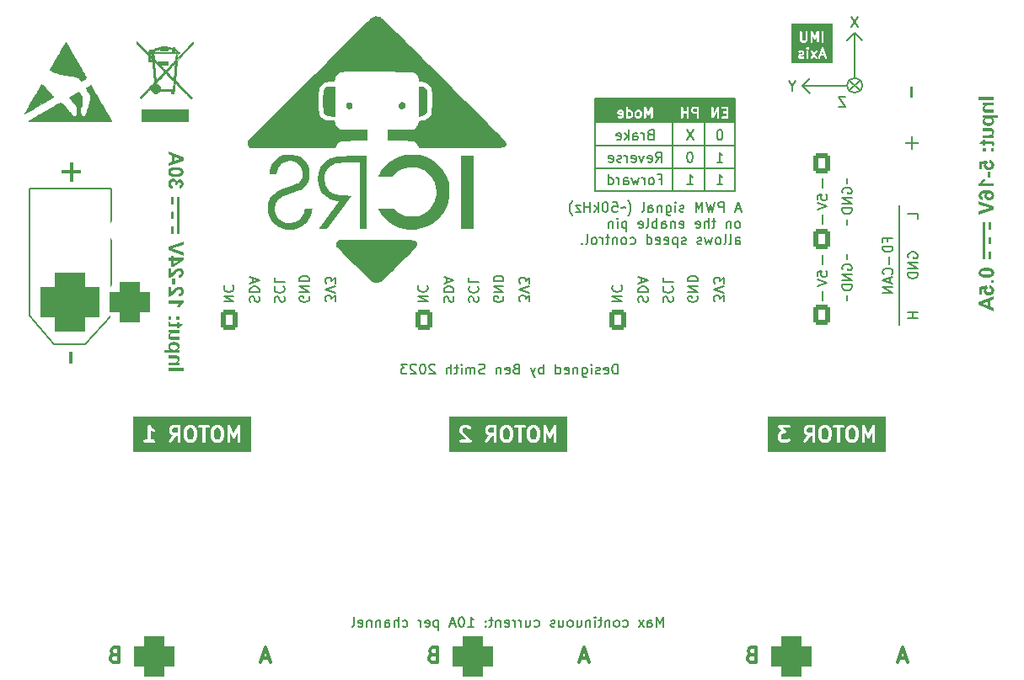
<source format=gbr>
%TF.GenerationSoftware,KiCad,Pcbnew,7.0.1*%
%TF.CreationDate,2023-07-17T00:52:35+01:00*%
%TF.ProjectId,Motor Driver Board,4d6f746f-7220-4447-9269-76657220426f,rev?*%
%TF.SameCoordinates,Original*%
%TF.FileFunction,Legend,Bot*%
%TF.FilePolarity,Positive*%
%FSLAX46Y46*%
G04 Gerber Fmt 4.6, Leading zero omitted, Abs format (unit mm)*
G04 Created by KiCad (PCBNEW 7.0.1) date 2023-07-17 00:52:35*
%MOMM*%
%LPD*%
G01*
G04 APERTURE LIST*
G04 Aperture macros list*
%AMRoundRect*
0 Rectangle with rounded corners*
0 $1 Rounding radius*
0 $2 $3 $4 $5 $6 $7 $8 $9 X,Y pos of 4 corners*
0 Add a 4 corners polygon primitive as box body*
4,1,4,$2,$3,$4,$5,$6,$7,$8,$9,$2,$3,0*
0 Add four circle primitives for the rounded corners*
1,1,$1+$1,$2,$3*
1,1,$1+$1,$4,$5*
1,1,$1+$1,$6,$7*
1,1,$1+$1,$8,$9*
0 Add four rect primitives between the rounded corners*
20,1,$1+$1,$2,$3,$4,$5,0*
20,1,$1+$1,$4,$5,$6,$7,0*
20,1,$1+$1,$6,$7,$8,$9,0*
20,1,$1+$1,$8,$9,$2,$3,0*%
G04 Aperture macros list end*
%ADD10C,0.150000*%
%ADD11C,0.200000*%
%ADD12C,0.300000*%
%ADD13C,0.600000*%
%ADD14C,0.500000*%
%ADD15C,0.010000*%
%ADD16RoundRect,0.250000X-0.600000X-0.750000X0.600000X-0.750000X0.600000X0.750000X-0.600000X0.750000X0*%
%ADD17O,1.700000X2.000000*%
%ADD18RoundRect,0.250000X-0.600000X-0.725000X0.600000X-0.725000X0.600000X0.725000X-0.600000X0.725000X0*%
%ADD19O,1.700000X1.950000*%
%ADD20C,5.600000*%
%ADD21R,3.000000X3.000000*%
%ADD22C,3.000000*%
%ADD23RoundRect,1.025000X1.025000X1.025000X-1.025000X1.025000X-1.025000X-1.025000X1.025000X-1.025000X0*%
%ADD24C,4.100000*%
%ADD25R,0.900000X2.000000*%
%ADD26C,0.600000*%
%ADD27O,0.900000X2.000000*%
%ADD28O,0.900000X1.700000*%
%ADD29RoundRect,1.025000X1.025000X-1.025000X1.025000X1.025000X-1.025000X1.025000X-1.025000X-1.025000X0*%
%ADD30R,2.000000X0.900000*%
%ADD31RoundRect,1.500000X1.500000X-1.500000X1.500000X1.500000X-1.500000X1.500000X-1.500000X-1.500000X0*%
%ADD32C,6.000000*%
%ADD33C,2.374900*%
%ADD34C,0.990600*%
G04 APERTURE END LIST*
D10*
X102900000Y-80300000D02*
X111100000Y-80300000D01*
X173750000Y-76000000D02*
X159750000Y-76000000D01*
D11*
X180550000Y-69950000D02*
X181300000Y-69200000D01*
D10*
X182550000Y-87000000D02*
X182550000Y-87900000D01*
X167500000Y-80500000D02*
X167500000Y-71250000D01*
D11*
X185800000Y-64650000D02*
X186550000Y-65400000D01*
D10*
X173750000Y-80500000D02*
X159750000Y-80500000D01*
D11*
X185800000Y-64650000D02*
X185050000Y-65400000D01*
D10*
X159750000Y-71250000D02*
X170750000Y-71250000D01*
X182550000Y-79300000D02*
X182550000Y-80200000D01*
X190250000Y-94000000D02*
X190250000Y-82000000D01*
X182550000Y-82900000D02*
X182550000Y-83800000D01*
X111100000Y-80300000D02*
X111100000Y-93100000D01*
X173750000Y-78250000D02*
X159750000Y-78250000D01*
D11*
X180550000Y-69950000D02*
X185050000Y-69950000D01*
D10*
X185050000Y-86900000D02*
X185050000Y-87400000D01*
X159750000Y-80500000D02*
X159750000Y-78250000D01*
X182550000Y-90600000D02*
X182550000Y-91500000D01*
X173750000Y-71250000D02*
X173750000Y-78250000D01*
D11*
X186300000Y-69400000D02*
X185300000Y-70400000D01*
D10*
X185050000Y-91000000D02*
X185050000Y-91500000D01*
X102900000Y-93100000D02*
X102900000Y-80300000D01*
D11*
X186300000Y-70400000D02*
X185300000Y-69400000D01*
D10*
X185050000Y-79300000D02*
X185050000Y-79800000D01*
X170750000Y-71250000D02*
X170750000Y-80500000D01*
X170750000Y-71250000D02*
X173750000Y-71250000D01*
X111100000Y-93100000D02*
X108500000Y-95900000D01*
D11*
X186550000Y-69900000D02*
G75*
G03*
X186550000Y-69900000I-750000J0D01*
G01*
D10*
X185050000Y-83400000D02*
X185050000Y-83900000D01*
X159750000Y-78250000D02*
X159750000Y-71250000D01*
D11*
X180550000Y-69950000D02*
X181300000Y-70700000D01*
X185800000Y-64650000D02*
X185800000Y-69150000D01*
D10*
X173750000Y-78250000D02*
X173750000Y-80500000D01*
X108500000Y-95900000D02*
X105400000Y-95900000D01*
X105400000Y-95900000D02*
X102900000Y-93100000D01*
D12*
X190964284Y-127515357D02*
X190249999Y-127515357D01*
X191107141Y-127943928D02*
X190607141Y-126443928D01*
X190607141Y-126443928D02*
X190107141Y-127943928D01*
X175392858Y-127158214D02*
X175178572Y-127229642D01*
X175178572Y-127229642D02*
X175107143Y-127301071D01*
X175107143Y-127301071D02*
X175035715Y-127443928D01*
X175035715Y-127443928D02*
X175035715Y-127658214D01*
X175035715Y-127658214D02*
X175107143Y-127801071D01*
X175107143Y-127801071D02*
X175178572Y-127872500D01*
X175178572Y-127872500D02*
X175321429Y-127943928D01*
X175321429Y-127943928D02*
X175892858Y-127943928D01*
X175892858Y-127943928D02*
X175892858Y-126443928D01*
X175892858Y-126443928D02*
X175392858Y-126443928D01*
X175392858Y-126443928D02*
X175250001Y-126515357D01*
X175250001Y-126515357D02*
X175178572Y-126586785D01*
X175178572Y-126586785D02*
X175107143Y-126729642D01*
X175107143Y-126729642D02*
X175107143Y-126872500D01*
X175107143Y-126872500D02*
X175178572Y-127015357D01*
X175178572Y-127015357D02*
X175250001Y-127086785D01*
X175250001Y-127086785D02*
X175392858Y-127158214D01*
X175392858Y-127158214D02*
X175892858Y-127158214D01*
D10*
X122422380Y-91661904D02*
X123422380Y-91661904D01*
X123422380Y-91661904D02*
X122422380Y-91090476D01*
X122422380Y-91090476D02*
X123422380Y-91090476D01*
X122517619Y-90042857D02*
X122470000Y-90090476D01*
X122470000Y-90090476D02*
X122422380Y-90233333D01*
X122422380Y-90233333D02*
X122422380Y-90328571D01*
X122422380Y-90328571D02*
X122470000Y-90471428D01*
X122470000Y-90471428D02*
X122565238Y-90566666D01*
X122565238Y-90566666D02*
X122660476Y-90614285D01*
X122660476Y-90614285D02*
X122850952Y-90661904D01*
X122850952Y-90661904D02*
X122993809Y-90661904D01*
X122993809Y-90661904D02*
X123184285Y-90614285D01*
X123184285Y-90614285D02*
X123279523Y-90566666D01*
X123279523Y-90566666D02*
X123374761Y-90471428D01*
X123374761Y-90471428D02*
X123422380Y-90328571D01*
X123422380Y-90328571D02*
X123422380Y-90233333D01*
X123422380Y-90233333D02*
X123374761Y-90090476D01*
X123374761Y-90090476D02*
X123327142Y-90042857D01*
D11*
X171964285Y-77627619D02*
X172535713Y-77627619D01*
X172249999Y-77627619D02*
X172249999Y-76627619D01*
X172249999Y-76627619D02*
X172345237Y-76770476D01*
X172345237Y-76770476D02*
X172440475Y-76865714D01*
X172440475Y-76865714D02*
X172535713Y-76913333D01*
D12*
G36*
X199785000Y-71054347D02*
G01*
X198260924Y-71054347D01*
X198260924Y-71359162D01*
X199785000Y-71359162D01*
X199785000Y-71054347D01*
G37*
G36*
X199785000Y-72639972D02*
G01*
X199785000Y-72350544D01*
X199216036Y-72350544D01*
X199193957Y-72350471D01*
X199172873Y-72350252D01*
X199152786Y-72349887D01*
X199133695Y-72349376D01*
X199115600Y-72348719D01*
X199098502Y-72347916D01*
X199082399Y-72346967D01*
X199067292Y-72345873D01*
X199046499Y-72343957D01*
X199027948Y-72341712D01*
X199011637Y-72339140D01*
X198993376Y-72335198D01*
X198982295Y-72331859D01*
X198966276Y-72325562D01*
X198951419Y-72318121D01*
X198937725Y-72309534D01*
X198925194Y-72299802D01*
X198913826Y-72288926D01*
X198903620Y-72276905D01*
X198899863Y-72271775D01*
X198891420Y-72258312D01*
X198884407Y-72244026D01*
X198878826Y-72228917D01*
X198874676Y-72212985D01*
X198871957Y-72196231D01*
X198870669Y-72178653D01*
X198870554Y-72171392D01*
X198871213Y-72152770D01*
X198873188Y-72134641D01*
X198876479Y-72117004D01*
X198881087Y-72099859D01*
X198887012Y-72083207D01*
X198894253Y-72067047D01*
X198902812Y-72051379D01*
X198912686Y-72036203D01*
X198923563Y-72021858D01*
X198935309Y-72008680D01*
X198947926Y-71996670D01*
X198961413Y-71985828D01*
X198975770Y-71976154D01*
X198990997Y-71967647D01*
X199007094Y-71960309D01*
X199024061Y-71954138D01*
X199043209Y-71948986D01*
X199059982Y-71945572D01*
X199078822Y-71942546D01*
X199099730Y-71939905D01*
X199114817Y-71938360D01*
X199130822Y-71936986D01*
X199147746Y-71935784D01*
X199165590Y-71934753D01*
X199184351Y-71933895D01*
X199204032Y-71933208D01*
X199224631Y-71932692D01*
X199246150Y-71932349D01*
X199268587Y-71932177D01*
X199280150Y-71932156D01*
X199785000Y-71932156D01*
X199785000Y-71642728D01*
X198682976Y-71642728D01*
X198682976Y-71911639D01*
X198843810Y-71911639D01*
X198821494Y-71929835D01*
X198800619Y-71948608D01*
X198781183Y-71967959D01*
X198763187Y-71987889D01*
X198746630Y-72008397D01*
X198731513Y-72029483D01*
X198717836Y-72051147D01*
X198705599Y-72073389D01*
X198694801Y-72096210D01*
X198685443Y-72119608D01*
X198677525Y-72143585D01*
X198671046Y-72168140D01*
X198666007Y-72193273D01*
X198662408Y-72218985D01*
X198660248Y-72245274D01*
X198659528Y-72272142D01*
X198659834Y-72289991D01*
X198660752Y-72307545D01*
X198662282Y-72324802D01*
X198664423Y-72341763D01*
X198667176Y-72358427D01*
X198670541Y-72374795D01*
X198674518Y-72390867D01*
X198679106Y-72406643D01*
X198684306Y-72422123D01*
X198690118Y-72437306D01*
X198694333Y-72447264D01*
X198701026Y-72461829D01*
X198708055Y-72475712D01*
X198715418Y-72488911D01*
X198723116Y-72501429D01*
X198733900Y-72517056D01*
X198745281Y-72531471D01*
X198757256Y-72544671D01*
X198769827Y-72556658D01*
X198782993Y-72567431D01*
X198796686Y-72577209D01*
X198810837Y-72586208D01*
X198825446Y-72594428D01*
X198840512Y-72601870D01*
X198856037Y-72608533D01*
X198872020Y-72614418D01*
X198888460Y-72619524D01*
X198905359Y-72623852D01*
X198923322Y-72627630D01*
X198938012Y-72630133D01*
X198953745Y-72632352D01*
X198970521Y-72634289D01*
X198988340Y-72635942D01*
X199007203Y-72637311D01*
X199027109Y-72638397D01*
X199048058Y-72639200D01*
X199070051Y-72639720D01*
X199085292Y-72639909D01*
X199100997Y-72639972D01*
X199785000Y-72639972D01*
G37*
G36*
X200207051Y-73208203D02*
G01*
X199648712Y-73208203D01*
X199659457Y-73218339D01*
X199674823Y-73233431D01*
X199689287Y-73248388D01*
X199702849Y-73263210D01*
X199715511Y-73277896D01*
X199727270Y-73292447D01*
X199738128Y-73306863D01*
X199748084Y-73321144D01*
X199757139Y-73335289D01*
X199765292Y-73349300D01*
X199772543Y-73363175D01*
X199776891Y-73372490D01*
X199782886Y-73386704D01*
X199788251Y-73401208D01*
X199792984Y-73416002D01*
X199797087Y-73431085D01*
X199800558Y-73446458D01*
X199803398Y-73462122D01*
X199805607Y-73478075D01*
X199807185Y-73494317D01*
X199808131Y-73510850D01*
X199808447Y-73527672D01*
X199807851Y-73551308D01*
X199806065Y-73574498D01*
X199803089Y-73597241D01*
X199798921Y-73619538D01*
X199793563Y-73641388D01*
X199787015Y-73662792D01*
X199779275Y-73683749D01*
X199770345Y-73704260D01*
X199760224Y-73724324D01*
X199748913Y-73743942D01*
X199736410Y-73763113D01*
X199722718Y-73781837D01*
X199707834Y-73800116D01*
X199691760Y-73817947D01*
X199674495Y-73835332D01*
X199656039Y-73852271D01*
X199636463Y-73868508D01*
X199615928Y-73883698D01*
X199594434Y-73897840D01*
X199571982Y-73910935D01*
X199548570Y-73922982D01*
X199524200Y-73933982D01*
X199498870Y-73943934D01*
X199472582Y-73952838D01*
X199445335Y-73960695D01*
X199417130Y-73967504D01*
X199402667Y-73970516D01*
X199387965Y-73973266D01*
X199373023Y-73975754D01*
X199357842Y-73977980D01*
X199342420Y-73979944D01*
X199326759Y-73981646D01*
X199310859Y-73983087D01*
X199294718Y-73984265D01*
X199278338Y-73985182D01*
X199261718Y-73985836D01*
X199244859Y-73986229D01*
X199227759Y-73986360D01*
X199211114Y-73986230D01*
X199194699Y-73985841D01*
X199178516Y-73985191D01*
X199162564Y-73984282D01*
X199146843Y-73983113D01*
X199131353Y-73981685D01*
X199116094Y-73979996D01*
X199101066Y-73978048D01*
X199086269Y-73975841D01*
X199071704Y-73973373D01*
X199043266Y-73967659D01*
X199015753Y-73960905D01*
X198989165Y-73953113D01*
X198963501Y-73944281D01*
X198938761Y-73934411D01*
X198914946Y-73923502D01*
X198892055Y-73911553D01*
X198870089Y-73898566D01*
X198849048Y-73884540D01*
X198828930Y-73869474D01*
X198809738Y-73853370D01*
X198791548Y-73836522D01*
X198774532Y-73819224D01*
X198758690Y-73801477D01*
X198744021Y-73783280D01*
X198730526Y-73764634D01*
X198718204Y-73745539D01*
X198707056Y-73725994D01*
X198697081Y-73706000D01*
X198688279Y-73685557D01*
X198680652Y-73664664D01*
X198674197Y-73643322D01*
X198668917Y-73621530D01*
X198664809Y-73599289D01*
X198661875Y-73576599D01*
X198660115Y-73553459D01*
X198659528Y-73529870D01*
X198659727Y-73516299D01*
X198660772Y-73496227D01*
X198662711Y-73476496D01*
X198665546Y-73457106D01*
X198666650Y-73451468D01*
X198870554Y-73451468D01*
X198870901Y-73464071D01*
X198872719Y-73482491D01*
X198876096Y-73500332D01*
X198881031Y-73517594D01*
X198887524Y-73534275D01*
X198895577Y-73550377D01*
X198905187Y-73565900D01*
X198916356Y-73580843D01*
X198929084Y-73595206D01*
X198943370Y-73608990D01*
X198959214Y-73622194D01*
X198964825Y-73626454D01*
X198982765Y-73638423D01*
X198995648Y-73645726D01*
X199009269Y-73652488D01*
X199023629Y-73658709D01*
X199038727Y-73664389D01*
X199054564Y-73669528D01*
X199071139Y-73674126D01*
X199088452Y-73678184D01*
X199106504Y-73681700D01*
X199125295Y-73684675D01*
X199144824Y-73687109D01*
X199165091Y-73689003D01*
X199186097Y-73690355D01*
X199207841Y-73691167D01*
X199230324Y-73691437D01*
X199254349Y-73691175D01*
X199277516Y-73690389D01*
X199299824Y-73689080D01*
X199321274Y-73687247D01*
X199341865Y-73684890D01*
X199361597Y-73682009D01*
X199380470Y-73678604D01*
X199398485Y-73674676D01*
X199415641Y-73670224D01*
X199431939Y-73665248D01*
X199447378Y-73659748D01*
X199461958Y-73653724D01*
X199475679Y-73647177D01*
X199494652Y-73636374D01*
X199511692Y-73624392D01*
X199522073Y-73615923D01*
X199536389Y-73602715D01*
X199549198Y-73588901D01*
X199560500Y-73574482D01*
X199570296Y-73559457D01*
X199578584Y-73543827D01*
X199585365Y-73527592D01*
X199590640Y-73510751D01*
X199594407Y-73493306D01*
X199596668Y-73475254D01*
X199597421Y-73456598D01*
X199597056Y-73443579D01*
X199595140Y-73424517D01*
X199591582Y-73406016D01*
X199586382Y-73388076D01*
X199579539Y-73370695D01*
X199571055Y-73353875D01*
X199560928Y-73337615D01*
X199549159Y-73321915D01*
X199535747Y-73306776D01*
X199520694Y-73292197D01*
X199503998Y-73278178D01*
X199491921Y-73269350D01*
X199479045Y-73261091D01*
X199465371Y-73253401D01*
X199450898Y-73246282D01*
X199435627Y-73239731D01*
X199419557Y-73233751D01*
X199402688Y-73228340D01*
X199385021Y-73223498D01*
X199366556Y-73219226D01*
X199347292Y-73215524D01*
X199327229Y-73212391D01*
X199306367Y-73209828D01*
X199284708Y-73207835D01*
X199262249Y-73206411D01*
X199238992Y-73205556D01*
X199214937Y-73205272D01*
X199193924Y-73205545D01*
X199173566Y-73206365D01*
X199153864Y-73207732D01*
X199134817Y-73209645D01*
X199116426Y-73212105D01*
X199098690Y-73215112D01*
X199081610Y-73218665D01*
X199065185Y-73222766D01*
X199049416Y-73227412D01*
X199034302Y-73232606D01*
X199019843Y-73238346D01*
X199006040Y-73244633D01*
X198992893Y-73251466D01*
X198974400Y-73262742D01*
X198957383Y-73275247D01*
X198946868Y-73284136D01*
X198932369Y-73298000D01*
X198919395Y-73312502D01*
X198907948Y-73327641D01*
X198898027Y-73343418D01*
X198889633Y-73359833D01*
X198882765Y-73376885D01*
X198877423Y-73394574D01*
X198873607Y-73412901D01*
X198871317Y-73431866D01*
X198870554Y-73451468D01*
X198666650Y-73451468D01*
X198669276Y-73438058D01*
X198673901Y-73419350D01*
X198679421Y-73400985D01*
X198685836Y-73382960D01*
X198693147Y-73365277D01*
X198701352Y-73347935D01*
X198710453Y-73330935D01*
X198716942Y-73319861D01*
X198727136Y-73303797D01*
X198737885Y-73288391D01*
X198749187Y-73273641D01*
X198761043Y-73259548D01*
X198773453Y-73246112D01*
X198786416Y-73233333D01*
X198799934Y-73221211D01*
X198814005Y-73209745D01*
X198828631Y-73198937D01*
X198843810Y-73188785D01*
X198682976Y-73188785D01*
X198682976Y-72918775D01*
X200207051Y-72918775D01*
X200207051Y-73208203D01*
G37*
G36*
X199785000Y-74929382D02*
G01*
X199621235Y-74929382D01*
X199637321Y-74917853D01*
X199652743Y-74905661D01*
X199667503Y-74892806D01*
X199681599Y-74879287D01*
X199695032Y-74865105D01*
X199707801Y-74850260D01*
X199719907Y-74834752D01*
X199731350Y-74818580D01*
X199742130Y-74801744D01*
X199752246Y-74784246D01*
X199758621Y-74772212D01*
X199767526Y-74753908D01*
X199775554Y-74735405D01*
X199782707Y-74716702D01*
X199788984Y-74697800D01*
X199794385Y-74678698D01*
X199798910Y-74659396D01*
X199802559Y-74639894D01*
X199805333Y-74620193D01*
X199807230Y-74600293D01*
X199808252Y-74580192D01*
X199808447Y-74566681D01*
X199808019Y-74546270D01*
X199806734Y-74526251D01*
X199804592Y-74506625D01*
X199801595Y-74487392D01*
X199797740Y-74468552D01*
X199793029Y-74450104D01*
X199787462Y-74432050D01*
X199781038Y-74414388D01*
X199773758Y-74397119D01*
X199765621Y-74380243D01*
X199759720Y-74369211D01*
X199750240Y-74353218D01*
X199740070Y-74338076D01*
X199729211Y-74323783D01*
X199717663Y-74310341D01*
X199705426Y-74297748D01*
X199692500Y-74286006D01*
X199678884Y-74275114D01*
X199664580Y-74265072D01*
X199649587Y-74255880D01*
X199633904Y-74247538D01*
X199623066Y-74242449D01*
X199605922Y-74235443D01*
X199587599Y-74229127D01*
X199568098Y-74223499D01*
X199547418Y-74218561D01*
X199532977Y-74215651D01*
X199518012Y-74213048D01*
X199502523Y-74210751D01*
X199486510Y-74208761D01*
X199469973Y-74207076D01*
X199452913Y-74205698D01*
X199435329Y-74204626D01*
X199417221Y-74203860D01*
X199398590Y-74203401D01*
X199379434Y-74203248D01*
X198682976Y-74203248D01*
X198682976Y-74492676D01*
X199194787Y-74492676D01*
X199223432Y-74492737D01*
X199250657Y-74492922D01*
X199276463Y-74493230D01*
X199300849Y-74493660D01*
X199323816Y-74494214D01*
X199345362Y-74494891D01*
X199365490Y-74495691D01*
X199384197Y-74496614D01*
X199401485Y-74497660D01*
X199417353Y-74498829D01*
X199438493Y-74500814D01*
X199456439Y-74503076D01*
X199471191Y-74505614D01*
X199482749Y-74508429D01*
X199498708Y-74514102D01*
X199513611Y-74521045D01*
X199527459Y-74529257D01*
X199540251Y-74538740D01*
X199551988Y-74549493D01*
X199562669Y-74561516D01*
X199566646Y-74566681D01*
X199575512Y-74580508D01*
X199582875Y-74595425D01*
X199588736Y-74611434D01*
X199593093Y-74628534D01*
X199595498Y-74643000D01*
X199596940Y-74658164D01*
X199597421Y-74674026D01*
X199596774Y-74692287D01*
X199594834Y-74710067D01*
X199591599Y-74727366D01*
X199587071Y-74744185D01*
X199581249Y-74760522D01*
X199574134Y-74776379D01*
X199565725Y-74791755D01*
X199556022Y-74806650D01*
X199545363Y-74820812D01*
X199534086Y-74833807D01*
X199522190Y-74845633D01*
X199509677Y-74856292D01*
X199496545Y-74865783D01*
X199482795Y-74874107D01*
X199468426Y-74881262D01*
X199453440Y-74887250D01*
X199435276Y-74892316D01*
X199418009Y-74895672D01*
X199397619Y-74898649D01*
X199382291Y-74900422D01*
X199365574Y-74902026D01*
X199347469Y-74903462D01*
X199327976Y-74904728D01*
X199307094Y-74905826D01*
X199284825Y-74906755D01*
X199261167Y-74907515D01*
X199236121Y-74908106D01*
X199209687Y-74908528D01*
X199181865Y-74908781D01*
X199152655Y-74908866D01*
X198682976Y-74908866D01*
X198682976Y-75198293D01*
X199785000Y-75198293D01*
X199785000Y-74929382D01*
G37*
G36*
X198682976Y-75993304D02*
G01*
X198894002Y-75993304D01*
X198894002Y-75795467D01*
X199372473Y-75795467D01*
X199390180Y-75795489D01*
X199406940Y-75795553D01*
X199422753Y-75795660D01*
X199437617Y-75795811D01*
X199458139Y-75796116D01*
X199476528Y-75796519D01*
X199492786Y-75797018D01*
X199511147Y-75797834D01*
X199528769Y-75799095D01*
X199542100Y-75800963D01*
X199556390Y-75806021D01*
X199569033Y-75813871D01*
X199580032Y-75824511D01*
X199582034Y-75826974D01*
X199590148Y-75840391D01*
X199595257Y-75855453D01*
X199597286Y-75870417D01*
X199597421Y-75875701D01*
X199596442Y-75892076D01*
X199594131Y-75907650D01*
X199590460Y-75924977D01*
X199586545Y-75940101D01*
X199581759Y-75956347D01*
X199576103Y-75973715D01*
X199569577Y-75992205D01*
X199770345Y-76017117D01*
X199777154Y-75997926D01*
X199783294Y-75978271D01*
X199788763Y-75958153D01*
X199793563Y-75937571D01*
X199797693Y-75916525D01*
X199801154Y-75895015D01*
X199803089Y-75880418D01*
X199804726Y-75865614D01*
X199806065Y-75850605D01*
X199807107Y-75835389D01*
X199807851Y-75819968D01*
X199808298Y-75804340D01*
X199808447Y-75788506D01*
X199808023Y-75769146D01*
X199806752Y-75750267D01*
X199804634Y-75731869D01*
X199801669Y-75713951D01*
X199797857Y-75696514D01*
X199793197Y-75679559D01*
X199787690Y-75663084D01*
X199781336Y-75647090D01*
X199774312Y-75631943D01*
X199766796Y-75617826D01*
X199758787Y-75604740D01*
X199750286Y-75592684D01*
X199738968Y-75579064D01*
X199726881Y-75567053D01*
X199714024Y-75556653D01*
X199711360Y-75554766D01*
X199697223Y-75546045D01*
X199681600Y-75538201D01*
X199668033Y-75532556D01*
X199653516Y-75527473D01*
X199638049Y-75522951D01*
X199621631Y-75518989D01*
X199604263Y-75515589D01*
X199595223Y-75514099D01*
X199580563Y-75511953D01*
X199562593Y-75510092D01*
X199546945Y-75508885D01*
X199529436Y-75507838D01*
X199510066Y-75506953D01*
X199488834Y-75506228D01*
X199473646Y-75505835D01*
X199457630Y-75505513D01*
X199440787Y-75505262D01*
X199423117Y-75505083D01*
X199404620Y-75504976D01*
X199385296Y-75504940D01*
X198894002Y-75504940D01*
X198894002Y-75371950D01*
X198682976Y-75371950D01*
X198682976Y-75504940D01*
X198471950Y-75504940D01*
X198307819Y-75795467D01*
X198682976Y-75795467D01*
X198682976Y-75993304D01*
G37*
G36*
X198964344Y-76246095D02*
G01*
X198682976Y-76246095D01*
X198682976Y-76535889D01*
X198964344Y-76535889D01*
X198964344Y-76246095D01*
G37*
G36*
X199785000Y-76246095D02*
G01*
X199503632Y-76246095D01*
X199503632Y-76535889D01*
X199785000Y-76535889D01*
X199785000Y-76246095D01*
G37*
G36*
X199349026Y-77415163D02*
G01*
X199316053Y-77703492D01*
X199335925Y-77706253D01*
X199355011Y-77709863D01*
X199373311Y-77714324D01*
X199390826Y-77719635D01*
X199407555Y-77725796D01*
X199423498Y-77732807D01*
X199438656Y-77740668D01*
X199453028Y-77749379D01*
X199466614Y-77758941D01*
X199479414Y-77769352D01*
X199487512Y-77776765D01*
X199498773Y-77788329D01*
X199508927Y-77800215D01*
X199517973Y-77812423D01*
X199525911Y-77824953D01*
X199534773Y-77842161D01*
X199541665Y-77859941D01*
X199546588Y-77878294D01*
X199549542Y-77897219D01*
X199550526Y-77916716D01*
X199549947Y-77933504D01*
X199548208Y-77949796D01*
X199545310Y-77965593D01*
X199541253Y-77980893D01*
X199536036Y-77995697D01*
X199529661Y-78010006D01*
X199522126Y-78023819D01*
X199513432Y-78037136D01*
X199503579Y-78049956D01*
X199492566Y-78062282D01*
X199484581Y-78070223D01*
X199471558Y-78081484D01*
X199457357Y-78091638D01*
X199441977Y-78100684D01*
X199425419Y-78108622D01*
X199407682Y-78115453D01*
X199388767Y-78121176D01*
X199368673Y-78125791D01*
X199347400Y-78129299D01*
X199332564Y-78131022D01*
X199317204Y-78132253D01*
X199301320Y-78132991D01*
X199284912Y-78133237D01*
X199269496Y-78132994D01*
X199254573Y-78132264D01*
X199233110Y-78130257D01*
X199212756Y-78127155D01*
X199193509Y-78122959D01*
X199175369Y-78117667D01*
X199158338Y-78111281D01*
X199142414Y-78103800D01*
X199127597Y-78095224D01*
X199113889Y-78085553D01*
X199101288Y-78074787D01*
X199097334Y-78070956D01*
X199086138Y-78058946D01*
X199076043Y-78046273D01*
X199067050Y-78032937D01*
X199059157Y-78018938D01*
X199052366Y-78004275D01*
X199046677Y-77988949D01*
X199042088Y-77972959D01*
X199038601Y-77956306D01*
X199036215Y-77938990D01*
X199034930Y-77921011D01*
X199034685Y-77908656D01*
X199035143Y-77893186D01*
X199036517Y-77877916D01*
X199038807Y-77862846D01*
X199042013Y-77847977D01*
X199046134Y-77833308D01*
X199051172Y-77818840D01*
X199057125Y-77804572D01*
X199063995Y-77790504D01*
X199071780Y-77776636D01*
X199080481Y-77762969D01*
X199090098Y-77749502D01*
X199100631Y-77736236D01*
X199112080Y-77723170D01*
X199124445Y-77710304D01*
X199137725Y-77697639D01*
X199151922Y-77685174D01*
X199115652Y-77450334D01*
X198284371Y-77598712D01*
X198284371Y-78364047D01*
X198565739Y-78364047D01*
X198565739Y-77818164D01*
X198830254Y-77772735D01*
X198820695Y-77790909D01*
X198812076Y-77809160D01*
X198804398Y-77827488D01*
X198797659Y-77845893D01*
X198791861Y-77864376D01*
X198787003Y-77882936D01*
X198783086Y-77901574D01*
X198780108Y-77920288D01*
X198778071Y-77939080D01*
X198776974Y-77957949D01*
X198776765Y-77970572D01*
X198777310Y-77994430D01*
X198778946Y-78017827D01*
X198781672Y-78040763D01*
X198785489Y-78063239D01*
X198790396Y-78085254D01*
X198796394Y-78106808D01*
X198803482Y-78127901D01*
X198811661Y-78148533D01*
X198820931Y-78168705D01*
X198831290Y-78188415D01*
X198842741Y-78207665D01*
X198855281Y-78226454D01*
X198868913Y-78244783D01*
X198883635Y-78262650D01*
X198899447Y-78280057D01*
X198916350Y-78297002D01*
X198934078Y-78313240D01*
X198952460Y-78328429D01*
X198971493Y-78342572D01*
X198991180Y-78355666D01*
X199011519Y-78367713D01*
X199032510Y-78378713D01*
X199054154Y-78388665D01*
X199076451Y-78397569D01*
X199099400Y-78405426D01*
X199123002Y-78412235D01*
X199147257Y-78417997D01*
X199172164Y-78422711D01*
X199197723Y-78426378D01*
X199223936Y-78428996D01*
X199250800Y-78430568D01*
X199278318Y-78431092D01*
X199301336Y-78430669D01*
X199324045Y-78429403D01*
X199346444Y-78427292D01*
X199368535Y-78424337D01*
X199390316Y-78420537D01*
X199411789Y-78415893D01*
X199432952Y-78410405D01*
X199453806Y-78404072D01*
X199474351Y-78396895D01*
X199494587Y-78388874D01*
X199514514Y-78380008D01*
X199534132Y-78370298D01*
X199553440Y-78359744D01*
X199572440Y-78348345D01*
X199591130Y-78336102D01*
X199609511Y-78323014D01*
X199621750Y-78313697D01*
X199633601Y-78304156D01*
X199645063Y-78294392D01*
X199656137Y-78284403D01*
X199666822Y-78274190D01*
X199677118Y-78263753D01*
X199696545Y-78242208D01*
X199714419Y-78219767D01*
X199730738Y-78196430D01*
X199745502Y-78172197D01*
X199758713Y-78147068D01*
X199770369Y-78121043D01*
X199780471Y-78094122D01*
X199789019Y-78066306D01*
X199792711Y-78052062D01*
X199796013Y-78037593D01*
X199798927Y-78022901D01*
X199801453Y-78007985D01*
X199803590Y-77992845D01*
X199805338Y-77977481D01*
X199806698Y-77961893D01*
X199807670Y-77946081D01*
X199808253Y-77930045D01*
X199808447Y-77913785D01*
X199807960Y-77887938D01*
X199806501Y-77862695D01*
X199804068Y-77838055D01*
X199800662Y-77814020D01*
X199796282Y-77790588D01*
X199790930Y-77767760D01*
X199784605Y-77745537D01*
X199777306Y-77723917D01*
X199769034Y-77702901D01*
X199759789Y-77682489D01*
X199749571Y-77662681D01*
X199738380Y-77643477D01*
X199726215Y-77624877D01*
X199713078Y-77606881D01*
X199698967Y-77589488D01*
X199683883Y-77572700D01*
X199667978Y-77556629D01*
X199651402Y-77541387D01*
X199634158Y-77526976D01*
X199616243Y-77513395D01*
X199597659Y-77500644D01*
X199578404Y-77488723D01*
X199558480Y-77477631D01*
X199537887Y-77467370D01*
X199516623Y-77457939D01*
X199494690Y-77449338D01*
X199472087Y-77441567D01*
X199448814Y-77434627D01*
X199424872Y-77428516D01*
X199400260Y-77423235D01*
X199374978Y-77418784D01*
X199349026Y-77415163D01*
G37*
G36*
X199386395Y-78607679D02*
G01*
X199128475Y-78607679D01*
X199128475Y-79176643D01*
X199386395Y-79176643D01*
X199386395Y-78607679D01*
G37*
G36*
X199785000Y-80018914D02*
G01*
X199785000Y-79729487D01*
X198682243Y-79729487D01*
X198701795Y-79709435D01*
X198720700Y-79688940D01*
X198738958Y-79668002D01*
X198756569Y-79646620D01*
X198773534Y-79624794D01*
X198789851Y-79602524D01*
X198805522Y-79579811D01*
X198820546Y-79556654D01*
X198834922Y-79533054D01*
X198848653Y-79509010D01*
X198861736Y-79484522D01*
X198874172Y-79459591D01*
X198885962Y-79434216D01*
X198897104Y-79408397D01*
X198907600Y-79382135D01*
X198917449Y-79355429D01*
X198636081Y-79355429D01*
X198631293Y-79369657D01*
X198625995Y-79384039D01*
X198620187Y-79398577D01*
X198613870Y-79413268D01*
X198607044Y-79428115D01*
X198599708Y-79443116D01*
X198591863Y-79458271D01*
X198583508Y-79473581D01*
X198574644Y-79489046D01*
X198565270Y-79504665D01*
X198555387Y-79520439D01*
X198544994Y-79536367D01*
X198534092Y-79552450D01*
X198522680Y-79568687D01*
X198510759Y-79585079D01*
X198498328Y-79601625D01*
X198485465Y-79617923D01*
X198472339Y-79633568D01*
X198458950Y-79648560D01*
X198445297Y-79662900D01*
X198431381Y-79676587D01*
X198417201Y-79689622D01*
X198402759Y-79702004D01*
X198388053Y-79713733D01*
X198373083Y-79724810D01*
X198357850Y-79735234D01*
X198342354Y-79745006D01*
X198326595Y-79754125D01*
X198310572Y-79762591D01*
X198294286Y-79770405D01*
X198277737Y-79777566D01*
X198260924Y-79784075D01*
X198260924Y-80018914D01*
X199785000Y-80018914D01*
G37*
G36*
X199070847Y-80446239D02*
G01*
X199095573Y-80446670D01*
X199119854Y-80447390D01*
X199143690Y-80448396D01*
X199167081Y-80449691D01*
X199190027Y-80451273D01*
X199212527Y-80453143D01*
X199234583Y-80455300D01*
X199256193Y-80457745D01*
X199277359Y-80460478D01*
X199298079Y-80463498D01*
X199318354Y-80466806D01*
X199338185Y-80470402D01*
X199357570Y-80474285D01*
X199376510Y-80478456D01*
X199395005Y-80482915D01*
X199413055Y-80487661D01*
X199430659Y-80492695D01*
X199447819Y-80498017D01*
X199464534Y-80503626D01*
X199480803Y-80509523D01*
X199496628Y-80515707D01*
X199512007Y-80522179D01*
X199526942Y-80528939D01*
X199541431Y-80535987D01*
X199555475Y-80543322D01*
X199569074Y-80550945D01*
X199582228Y-80558855D01*
X199594937Y-80567053D01*
X199607201Y-80575539D01*
X199630394Y-80593374D01*
X199651955Y-80612102D01*
X199672125Y-80631470D01*
X199690904Y-80651475D01*
X199708292Y-80672119D01*
X199724289Y-80693401D01*
X199738895Y-80715321D01*
X199752110Y-80737880D01*
X199763934Y-80761077D01*
X199774366Y-80784912D01*
X199783408Y-80809385D01*
X199791059Y-80834497D01*
X199797318Y-80860247D01*
X199802187Y-80886635D01*
X199805665Y-80913662D01*
X199807751Y-80941327D01*
X199808447Y-80969630D01*
X199807912Y-80995981D01*
X199806306Y-81021728D01*
X199803630Y-81046871D01*
X199799883Y-81071410D01*
X199795066Y-81095346D01*
X199789178Y-81118677D01*
X199782220Y-81141404D01*
X199774192Y-81163528D01*
X199765093Y-81185048D01*
X199754923Y-81205963D01*
X199743683Y-81226275D01*
X199731373Y-81245983D01*
X199717992Y-81265087D01*
X199703541Y-81283587D01*
X199688019Y-81301483D01*
X199671427Y-81318775D01*
X199653948Y-81335234D01*
X199635769Y-81350631D01*
X199616888Y-81364967D01*
X199597307Y-81378240D01*
X199577023Y-81390452D01*
X199556039Y-81401602D01*
X199534353Y-81411690D01*
X199511967Y-81420716D01*
X199488878Y-81428680D01*
X199465089Y-81435582D01*
X199440598Y-81441422D01*
X199415407Y-81446201D01*
X199389514Y-81449917D01*
X199362919Y-81452572D01*
X199335624Y-81454165D01*
X199307627Y-81454696D01*
X199281191Y-81454191D01*
X199255374Y-81452675D01*
X199230175Y-81450149D01*
X199205594Y-81446613D01*
X199181632Y-81442066D01*
X199158288Y-81436509D01*
X199135562Y-81429942D01*
X199113454Y-81422364D01*
X199091964Y-81413776D01*
X199071093Y-81404178D01*
X199050840Y-81393569D01*
X199031205Y-81381950D01*
X199012188Y-81369320D01*
X198993790Y-81355680D01*
X198976010Y-81341030D01*
X198958848Y-81325369D01*
X198942478Y-81309000D01*
X198927163Y-81292225D01*
X198912905Y-81275043D01*
X198899703Y-81257455D01*
X198887557Y-81239460D01*
X198876468Y-81221059D01*
X198866434Y-81202251D01*
X198857457Y-81183037D01*
X198849536Y-81163416D01*
X198842671Y-81143389D01*
X198836862Y-81122956D01*
X198832109Y-81102116D01*
X198828412Y-81080870D01*
X198825772Y-81059217D01*
X198824188Y-81037158D01*
X198823660Y-81014692D01*
X198824159Y-80994794D01*
X198825657Y-80975308D01*
X198826401Y-80969630D01*
X199081580Y-80969630D01*
X199082092Y-80985587D01*
X199083628Y-81001035D01*
X199086188Y-81015975D01*
X199089772Y-81030406D01*
X199094380Y-81044328D01*
X199102116Y-81062100D01*
X199111673Y-81078967D01*
X199120035Y-81091024D01*
X199129422Y-81102572D01*
X199139832Y-81113611D01*
X199143515Y-81117172D01*
X199155351Y-81127178D01*
X199168365Y-81136166D01*
X199182558Y-81144136D01*
X199197929Y-81151089D01*
X199214479Y-81157025D01*
X199232207Y-81161943D01*
X199251114Y-81165843D01*
X199271199Y-81168726D01*
X199292463Y-81170592D01*
X199307293Y-81171270D01*
X199322648Y-81171496D01*
X199330161Y-81171444D01*
X199351905Y-81170661D01*
X199372459Y-81168937D01*
X199391821Y-81166273D01*
X199409991Y-81162669D01*
X199426970Y-81158124D01*
X199442758Y-81152639D01*
X199457354Y-81146214D01*
X199470759Y-81138849D01*
X199482972Y-81130544D01*
X199497404Y-81118007D01*
X199500672Y-81114638D01*
X199512707Y-81100630D01*
X199523083Y-81085775D01*
X199531798Y-81070073D01*
X199538854Y-81053523D01*
X199544249Y-81036127D01*
X199547984Y-81017883D01*
X199550059Y-80998792D01*
X199550526Y-80983918D01*
X199550273Y-80973549D01*
X199548943Y-80958271D01*
X199546473Y-80943320D01*
X199542864Y-80928698D01*
X199538114Y-80914405D01*
X199532225Y-80900439D01*
X199525196Y-80886803D01*
X199517027Y-80873494D01*
X199507718Y-80860515D01*
X199497269Y-80847863D01*
X199485680Y-80835540D01*
X199472973Y-80823952D01*
X199459306Y-80813503D01*
X199444680Y-80804194D01*
X199429094Y-80796025D01*
X199412548Y-80788995D01*
X199395043Y-80783106D01*
X199376579Y-80778356D01*
X199357155Y-80774747D01*
X199336771Y-80772277D01*
X199315428Y-80770947D01*
X199300666Y-80770694D01*
X199287362Y-80770919D01*
X199268180Y-80772098D01*
X199249924Y-80774289D01*
X199232597Y-80777491D01*
X199216196Y-80781703D01*
X199200723Y-80786927D01*
X199186177Y-80793162D01*
X199172559Y-80800408D01*
X199159868Y-80808666D01*
X199148104Y-80817934D01*
X199137267Y-80828213D01*
X199127316Y-80839292D01*
X199115569Y-80854765D01*
X199105563Y-80871040D01*
X199097297Y-80888116D01*
X199090771Y-80905993D01*
X199085985Y-80924672D01*
X199083538Y-80939207D01*
X199082070Y-80954193D01*
X199081580Y-80969630D01*
X198826401Y-80969630D01*
X198828155Y-80956234D01*
X198831651Y-80937573D01*
X198836146Y-80919323D01*
X198841640Y-80901486D01*
X198848133Y-80884061D01*
X198855625Y-80867048D01*
X198864116Y-80850447D01*
X198873605Y-80834258D01*
X198884094Y-80818481D01*
X198895582Y-80803117D01*
X198908068Y-80788165D01*
X198921553Y-80773625D01*
X198936038Y-80759497D01*
X198951521Y-80745781D01*
X198935210Y-80746857D01*
X198919249Y-80748025D01*
X198903639Y-80749284D01*
X198888380Y-80750635D01*
X198873472Y-80752078D01*
X198844706Y-80755238D01*
X198817343Y-80758764D01*
X198791383Y-80762657D01*
X198766825Y-80766916D01*
X198743670Y-80771541D01*
X198721917Y-80776533D01*
X198701567Y-80781891D01*
X198682619Y-80787615D01*
X198665073Y-80793706D01*
X198648930Y-80800163D01*
X198634190Y-80806987D01*
X198620852Y-80814177D01*
X198603475Y-80825648D01*
X198593227Y-80833681D01*
X198579094Y-80846144D01*
X198566449Y-80859102D01*
X198555292Y-80872556D01*
X198545622Y-80886506D01*
X198537440Y-80900952D01*
X198530746Y-80915894D01*
X198525539Y-80931332D01*
X198521820Y-80947266D01*
X198519588Y-80963695D01*
X198518845Y-80980621D01*
X198519002Y-80989174D01*
X198520261Y-81005672D01*
X198522780Y-81021357D01*
X198526558Y-81036229D01*
X198531596Y-81050288D01*
X198539664Y-81066719D01*
X198549699Y-81081880D01*
X198559145Y-81093094D01*
X198564308Y-81098369D01*
X198575665Y-81108147D01*
X198588397Y-81116894D01*
X198602502Y-81124610D01*
X198617980Y-81131296D01*
X198634833Y-81136952D01*
X198653060Y-81141578D01*
X198667631Y-81144370D01*
X198682976Y-81146584D01*
X198652934Y-81426852D01*
X198629384Y-81422685D01*
X198606543Y-81417876D01*
X198584412Y-81412427D01*
X198562991Y-81406336D01*
X198542280Y-81399604D01*
X198522279Y-81392231D01*
X198502988Y-81384217D01*
X198484406Y-81375561D01*
X198466535Y-81366265D01*
X198449373Y-81356327D01*
X198432921Y-81345748D01*
X198417178Y-81334528D01*
X198402146Y-81322667D01*
X198387824Y-81310165D01*
X198374211Y-81297022D01*
X198361308Y-81283237D01*
X198349152Y-81268901D01*
X198337780Y-81254100D01*
X198327193Y-81238836D01*
X198317390Y-81223108D01*
X198308371Y-81206916D01*
X198300137Y-81190261D01*
X198292686Y-81173142D01*
X198286020Y-81155560D01*
X198280138Y-81137513D01*
X198275041Y-81119003D01*
X198270727Y-81100030D01*
X198267198Y-81080592D01*
X198264453Y-81060691D01*
X198262493Y-81040327D01*
X198261316Y-81019498D01*
X198260924Y-80998206D01*
X198261104Y-80982977D01*
X198261644Y-80967927D01*
X198262544Y-80953055D01*
X198263804Y-80938363D01*
X198267403Y-80909514D01*
X198272442Y-80881382D01*
X198278920Y-80853964D01*
X198286839Y-80827263D01*
X198296197Y-80801277D01*
X198306994Y-80776006D01*
X198319232Y-80751451D01*
X198332909Y-80727612D01*
X198348026Y-80704488D01*
X198364582Y-80682079D01*
X198382579Y-80660387D01*
X198402014Y-80639410D01*
X198422890Y-80619148D01*
X198433868Y-80609285D01*
X198445205Y-80599602D01*
X198456927Y-80590157D01*
X198469103Y-80581013D01*
X198481734Y-80572168D01*
X198494819Y-80563624D01*
X198508358Y-80555379D01*
X198522352Y-80547433D01*
X198536800Y-80539788D01*
X198551703Y-80532443D01*
X198567060Y-80525397D01*
X198582871Y-80518651D01*
X198599137Y-80512205D01*
X198615857Y-80506059D01*
X198633031Y-80500212D01*
X198650660Y-80494666D01*
X198668743Y-80489419D01*
X198687281Y-80484472D01*
X198706272Y-80479825D01*
X198725719Y-80475477D01*
X198745619Y-80471430D01*
X198765974Y-80467682D01*
X198786784Y-80464234D01*
X198808048Y-80461086D01*
X198829766Y-80458238D01*
X198851938Y-80455689D01*
X198874565Y-80453441D01*
X198897647Y-80451492D01*
X198921182Y-80449843D01*
X198945172Y-80448494D01*
X198969617Y-80447444D01*
X198994516Y-80446695D01*
X199019869Y-80446245D01*
X199045676Y-80446095D01*
X199070847Y-80446239D01*
G37*
G36*
X199785000Y-82063227D02*
G01*
X198260924Y-81523206D01*
X198260924Y-81854033D01*
X199386395Y-82236151D01*
X198260924Y-82606179D01*
X198260924Y-82929678D01*
X199785000Y-82388925D01*
X199785000Y-82063227D01*
G37*
G36*
X199059132Y-88261876D02*
G01*
X199085623Y-88262271D01*
X199111594Y-88262929D01*
X199137044Y-88263851D01*
X199161975Y-88265036D01*
X199186385Y-88266484D01*
X199210274Y-88268196D01*
X199233644Y-88270170D01*
X199256494Y-88272409D01*
X199278823Y-88274910D01*
X199300632Y-88277675D01*
X199321921Y-88280703D01*
X199342689Y-88283995D01*
X199362938Y-88287550D01*
X199382666Y-88291368D01*
X199401874Y-88295450D01*
X199420562Y-88299794D01*
X199438729Y-88304403D01*
X199456377Y-88309274D01*
X199473504Y-88314409D01*
X199490111Y-88319807D01*
X199506198Y-88325469D01*
X199521764Y-88331393D01*
X199536811Y-88337581D01*
X199551337Y-88344033D01*
X199565343Y-88350748D01*
X199578828Y-88357726D01*
X199591794Y-88364967D01*
X199616164Y-88380240D01*
X199638454Y-88396566D01*
X199659039Y-88413798D01*
X199678296Y-88431697D01*
X199696225Y-88450263D01*
X199712826Y-88469496D01*
X199728099Y-88489395D01*
X199742043Y-88509962D01*
X199754660Y-88531195D01*
X199765949Y-88553095D01*
X199775909Y-88575662D01*
X199784542Y-88598897D01*
X199791846Y-88622798D01*
X199797822Y-88647365D01*
X199802470Y-88672600D01*
X199805791Y-88698502D01*
X199807783Y-88725070D01*
X199808447Y-88752306D01*
X199807841Y-88779315D01*
X199806025Y-88805572D01*
X199802999Y-88831076D01*
X199798761Y-88855827D01*
X199793313Y-88879825D01*
X199786654Y-88903070D01*
X199778784Y-88925563D01*
X199769704Y-88947303D01*
X199759413Y-88968290D01*
X199747911Y-88988525D01*
X199735198Y-89008007D01*
X199721275Y-89026736D01*
X199706141Y-89044712D01*
X199689796Y-89061935D01*
X199672241Y-89078406D01*
X199653475Y-89094124D01*
X199641469Y-89103252D01*
X199628991Y-89112091D01*
X199616041Y-89120640D01*
X199602619Y-89128900D01*
X199588724Y-89136869D01*
X199574357Y-89144549D01*
X199559518Y-89151939D01*
X199544207Y-89159039D01*
X199528423Y-89165849D01*
X199512167Y-89172370D01*
X199495439Y-89178600D01*
X199478238Y-89184541D01*
X199460565Y-89190192D01*
X199442420Y-89195554D01*
X199423803Y-89200625D01*
X199404713Y-89205407D01*
X199385152Y-89209899D01*
X199365117Y-89214101D01*
X199344611Y-89218013D01*
X199323632Y-89221636D01*
X199302181Y-89224968D01*
X199280258Y-89228011D01*
X199257863Y-89230764D01*
X199234995Y-89233228D01*
X199211655Y-89235401D01*
X199187843Y-89237285D01*
X199163558Y-89238879D01*
X199138802Y-89240183D01*
X199113573Y-89241197D01*
X199087871Y-89241922D01*
X199061698Y-89242356D01*
X199035052Y-89242501D01*
X199008363Y-89242357D01*
X198982152Y-89241926D01*
X198956419Y-89241207D01*
X198931165Y-89240200D01*
X198906388Y-89238906D01*
X198882089Y-89237323D01*
X198858268Y-89235454D01*
X198834925Y-89233296D01*
X198812061Y-89230851D01*
X198789674Y-89228119D01*
X198767765Y-89225098D01*
X198746334Y-89221790D01*
X198725381Y-89218195D01*
X198704906Y-89214311D01*
X198684909Y-89210140D01*
X198665390Y-89205682D01*
X198646349Y-89200935D01*
X198627786Y-89195901D01*
X198609701Y-89190580D01*
X198592095Y-89184971D01*
X198574966Y-89179074D01*
X198558315Y-89172889D01*
X198542142Y-89166417D01*
X198526447Y-89159657D01*
X198511230Y-89152610D01*
X198496491Y-89145274D01*
X198482230Y-89137652D01*
X198468447Y-89129741D01*
X198455142Y-89121543D01*
X198442315Y-89113057D01*
X198429965Y-89104284D01*
X198418094Y-89095223D01*
X198399062Y-89079372D01*
X198381258Y-89062777D01*
X198364681Y-89045437D01*
X198349332Y-89027354D01*
X198335212Y-89008526D01*
X198322319Y-88988954D01*
X198310654Y-88968638D01*
X198300217Y-88947578D01*
X198291008Y-88925774D01*
X198283026Y-88903225D01*
X198276273Y-88879932D01*
X198270747Y-88855895D01*
X198266450Y-88831114D01*
X198263380Y-88805589D01*
X198261538Y-88779319D01*
X198260924Y-88752306D01*
X198518845Y-88752306D01*
X198518972Y-88758809D01*
X198520405Y-88774666D01*
X198523430Y-88789950D01*
X198528047Y-88804662D01*
X198534256Y-88818801D01*
X198542058Y-88832368D01*
X198551451Y-88845362D01*
X198560604Y-88855397D01*
X198571761Y-88864986D01*
X198584922Y-88874128D01*
X198600086Y-88882823D01*
X198617253Y-88891072D01*
X198631444Y-88896966D01*
X198646762Y-88902608D01*
X198663206Y-88908000D01*
X198680778Y-88913140D01*
X198700264Y-88917919D01*
X198714833Y-88920845D01*
X198730664Y-88923561D01*
X198747757Y-88926068D01*
X198766112Y-88928366D01*
X198785730Y-88930456D01*
X198806610Y-88932336D01*
X198828752Y-88934008D01*
X198852156Y-88935470D01*
X198876823Y-88936724D01*
X198902752Y-88937769D01*
X198929943Y-88938605D01*
X198958396Y-88939231D01*
X198973096Y-88939466D01*
X198988112Y-88939649D01*
X199003443Y-88939780D01*
X199019090Y-88939858D01*
X199035052Y-88939884D01*
X199051048Y-88939855D01*
X199066751Y-88939767D01*
X199082160Y-88939620D01*
X199097277Y-88939415D01*
X199112099Y-88939151D01*
X199140865Y-88938447D01*
X199168456Y-88937508D01*
X199194875Y-88936334D01*
X199220119Y-88934926D01*
X199244191Y-88933283D01*
X199267089Y-88931406D01*
X199288813Y-88929293D01*
X199309364Y-88926946D01*
X199328741Y-88924365D01*
X199346944Y-88921548D01*
X199363975Y-88918497D01*
X199379831Y-88915211D01*
X199401416Y-88909842D01*
X199416696Y-88905485D01*
X199431074Y-88900792D01*
X199448843Y-88894014D01*
X199465009Y-88886641D01*
X199479572Y-88878673D01*
X199492532Y-88870109D01*
X199506478Y-88858567D01*
X199517920Y-88846095D01*
X199521868Y-88840877D01*
X199530625Y-88827457D01*
X199537789Y-88813500D01*
X199543362Y-88799007D01*
X199547342Y-88783976D01*
X199549730Y-88768409D01*
X199550526Y-88752306D01*
X199550402Y-88745801D01*
X199549001Y-88729929D01*
X199546044Y-88714610D01*
X199541531Y-88699847D01*
X199535461Y-88685638D01*
X199527835Y-88671983D01*
X199518653Y-88658883D01*
X199512044Y-88651380D01*
X199498526Y-88639420D01*
X199485457Y-88630341D01*
X199470384Y-88621697D01*
X199453308Y-88613488D01*
X199439186Y-88607617D01*
X199423937Y-88601991D01*
X199407562Y-88596609D01*
X199390059Y-88591472D01*
X199370504Y-88586692D01*
X199355889Y-88583767D01*
X199340013Y-88581051D01*
X199322874Y-88578544D01*
X199304472Y-88576245D01*
X199284809Y-88574156D01*
X199263883Y-88572275D01*
X199241695Y-88570604D01*
X199218245Y-88569141D01*
X199193533Y-88567888D01*
X199167558Y-88566843D01*
X199140321Y-88566007D01*
X199111822Y-88565380D01*
X199097099Y-88565145D01*
X199082061Y-88564962D01*
X199066707Y-88564832D01*
X199051037Y-88564753D01*
X199035052Y-88564727D01*
X199019077Y-88564757D01*
X199003393Y-88564845D01*
X198987999Y-88564991D01*
X198972896Y-88565197D01*
X198943561Y-88565784D01*
X198915388Y-88566605D01*
X198888377Y-88567661D01*
X198862529Y-88568952D01*
X198837842Y-88570478D01*
X198814317Y-88572238D01*
X198791955Y-88574233D01*
X198770754Y-88576462D01*
X198750716Y-88578927D01*
X198731840Y-88581626D01*
X198714125Y-88584560D01*
X198697573Y-88587728D01*
X198682183Y-88591131D01*
X198667955Y-88594769D01*
X198652675Y-88599127D01*
X198638297Y-88603820D01*
X198620528Y-88610597D01*
X198604362Y-88617970D01*
X198589799Y-88625939D01*
X198576839Y-88634503D01*
X198562893Y-88646044D01*
X198551451Y-88658517D01*
X198547503Y-88663734D01*
X198538746Y-88677155D01*
X198531581Y-88691112D01*
X198526009Y-88705605D01*
X198522029Y-88720635D01*
X198519641Y-88736202D01*
X198518845Y-88752306D01*
X198260924Y-88752306D01*
X198261529Y-88725252D01*
X198263346Y-88698954D01*
X198266372Y-88673412D01*
X198270610Y-88648625D01*
X198276058Y-88624594D01*
X198282717Y-88601318D01*
X198290587Y-88578798D01*
X198299667Y-88557034D01*
X198309958Y-88536025D01*
X198321460Y-88515772D01*
X198334173Y-88496274D01*
X198348096Y-88477533D01*
X198363230Y-88459546D01*
X198379575Y-88442316D01*
X198397130Y-88425841D01*
X198415896Y-88410122D01*
X198427900Y-88400993D01*
X198440371Y-88392154D01*
X198453310Y-88383605D01*
X198466718Y-88375346D01*
X198480593Y-88367376D01*
X198494936Y-88359696D01*
X198509748Y-88352307D01*
X198525027Y-88345206D01*
X198540774Y-88338396D01*
X198556989Y-88331876D01*
X198573673Y-88325645D01*
X198590824Y-88319704D01*
X198608443Y-88314053D01*
X198626530Y-88308692D01*
X198645085Y-88303620D01*
X198664108Y-88298838D01*
X198683599Y-88294347D01*
X198703558Y-88290144D01*
X198723985Y-88286232D01*
X198744880Y-88282610D01*
X198766243Y-88279277D01*
X198788074Y-88276234D01*
X198810373Y-88273481D01*
X198833139Y-88271018D01*
X198856374Y-88268844D01*
X198880077Y-88266960D01*
X198904248Y-88265367D01*
X198928886Y-88264062D01*
X198953993Y-88263048D01*
X198979568Y-88262324D01*
X199005610Y-88261889D01*
X199032121Y-88261744D01*
X199059132Y-88261876D01*
G37*
G36*
X199785000Y-89492362D02*
G01*
X199503632Y-89492362D01*
X199503632Y-89782156D01*
X199785000Y-89782156D01*
X199785000Y-89492362D01*
G37*
G36*
X199349026Y-90018094D02*
G01*
X199316053Y-90306423D01*
X199335925Y-90309184D01*
X199355011Y-90312794D01*
X199373311Y-90317255D01*
X199390826Y-90322566D01*
X199407555Y-90328727D01*
X199423498Y-90335738D01*
X199438656Y-90343599D01*
X199453028Y-90352310D01*
X199466614Y-90361871D01*
X199479414Y-90372283D01*
X199487512Y-90379696D01*
X199498773Y-90391260D01*
X199508927Y-90403146D01*
X199517973Y-90415354D01*
X199525911Y-90427884D01*
X199534773Y-90445092D01*
X199541665Y-90462872D01*
X199546588Y-90481225D01*
X199549542Y-90500150D01*
X199550526Y-90519647D01*
X199549947Y-90536435D01*
X199548208Y-90552727D01*
X199545310Y-90568523D01*
X199541253Y-90583824D01*
X199536036Y-90598628D01*
X199529661Y-90612937D01*
X199522126Y-90626750D01*
X199513432Y-90640066D01*
X199503579Y-90652887D01*
X199492566Y-90665212D01*
X199484581Y-90673154D01*
X199471558Y-90684415D01*
X199457357Y-90694569D01*
X199441977Y-90703615D01*
X199425419Y-90711553D01*
X199407682Y-90718384D01*
X199388767Y-90724107D01*
X199368673Y-90728722D01*
X199347400Y-90732230D01*
X199332564Y-90733953D01*
X199317204Y-90735184D01*
X199301320Y-90735922D01*
X199284912Y-90736168D01*
X199269496Y-90735925D01*
X199254573Y-90735195D01*
X199233110Y-90733188D01*
X199212756Y-90730086D01*
X199193509Y-90725889D01*
X199175369Y-90720598D01*
X199158338Y-90714212D01*
X199142414Y-90706730D01*
X199127597Y-90698155D01*
X199113889Y-90688484D01*
X199101288Y-90677718D01*
X199097334Y-90673886D01*
X199086138Y-90661877D01*
X199076043Y-90649204D01*
X199067050Y-90635868D01*
X199059157Y-90621868D01*
X199052366Y-90607206D01*
X199046677Y-90591880D01*
X199042088Y-90575890D01*
X199038601Y-90559237D01*
X199036215Y-90541921D01*
X199034930Y-90523942D01*
X199034685Y-90511587D01*
X199035143Y-90496117D01*
X199036517Y-90480847D01*
X199038807Y-90465777D01*
X199042013Y-90450908D01*
X199046134Y-90436239D01*
X199051172Y-90421771D01*
X199057125Y-90407502D01*
X199063995Y-90393435D01*
X199071780Y-90379567D01*
X199080481Y-90365900D01*
X199090098Y-90352433D01*
X199100631Y-90339167D01*
X199112080Y-90326101D01*
X199124445Y-90313235D01*
X199137725Y-90300570D01*
X199151922Y-90288105D01*
X199115652Y-90053265D01*
X198284371Y-90201643D01*
X198284371Y-90966978D01*
X198565739Y-90966978D01*
X198565739Y-90421095D01*
X198830254Y-90375666D01*
X198820695Y-90393840D01*
X198812076Y-90412091D01*
X198804398Y-90430419D01*
X198797659Y-90448824D01*
X198791861Y-90467307D01*
X198787003Y-90485867D01*
X198783086Y-90504505D01*
X198780108Y-90523219D01*
X198778071Y-90542011D01*
X198776974Y-90560880D01*
X198776765Y-90573503D01*
X198777310Y-90597361D01*
X198778946Y-90620758D01*
X198781672Y-90643694D01*
X198785489Y-90666170D01*
X198790396Y-90688185D01*
X198796394Y-90709739D01*
X198803482Y-90730832D01*
X198811661Y-90751464D01*
X198820931Y-90771636D01*
X198831290Y-90791346D01*
X198842741Y-90810596D01*
X198855281Y-90829385D01*
X198868913Y-90847713D01*
X198883635Y-90865581D01*
X198899447Y-90882987D01*
X198916350Y-90899933D01*
X198934078Y-90916171D01*
X198952460Y-90931360D01*
X198971493Y-90945503D01*
X198991180Y-90958597D01*
X199011519Y-90970644D01*
X199032510Y-90981644D01*
X199054154Y-90991596D01*
X199076451Y-91000500D01*
X199099400Y-91008357D01*
X199123002Y-91015166D01*
X199147257Y-91020928D01*
X199172164Y-91025642D01*
X199197723Y-91029308D01*
X199223936Y-91031927D01*
X199250800Y-91033499D01*
X199278318Y-91034023D01*
X199301336Y-91033600D01*
X199324045Y-91032334D01*
X199346444Y-91030223D01*
X199368535Y-91027268D01*
X199390316Y-91023468D01*
X199411789Y-91018824D01*
X199432952Y-91013336D01*
X199453806Y-91007003D01*
X199474351Y-90999826D01*
X199494587Y-90991805D01*
X199514514Y-90982939D01*
X199534132Y-90973229D01*
X199553440Y-90962675D01*
X199572440Y-90951276D01*
X199591130Y-90939033D01*
X199609511Y-90925945D01*
X199621750Y-90916628D01*
X199633601Y-90907087D01*
X199645063Y-90897323D01*
X199656137Y-90887334D01*
X199666822Y-90877121D01*
X199677118Y-90866684D01*
X199696545Y-90845139D01*
X199714419Y-90822698D01*
X199730738Y-90799360D01*
X199745502Y-90775127D01*
X199758713Y-90749999D01*
X199770369Y-90723974D01*
X199780471Y-90697053D01*
X199789019Y-90669237D01*
X199792711Y-90654993D01*
X199796013Y-90640524D01*
X199798927Y-90625832D01*
X199801453Y-90610916D01*
X199803590Y-90595776D01*
X199805338Y-90580412D01*
X199806698Y-90564824D01*
X199807670Y-90549012D01*
X199808253Y-90532976D01*
X199808447Y-90516716D01*
X199807960Y-90490869D01*
X199806501Y-90465626D01*
X199804068Y-90440986D01*
X199800662Y-90416951D01*
X199796282Y-90393519D01*
X199790930Y-90370691D01*
X199784605Y-90348468D01*
X199777306Y-90326848D01*
X199769034Y-90305832D01*
X199759789Y-90285420D01*
X199749571Y-90265612D01*
X199738380Y-90246408D01*
X199726215Y-90227808D01*
X199713078Y-90209812D01*
X199698967Y-90192419D01*
X199683883Y-90175631D01*
X199667978Y-90159560D01*
X199651402Y-90144318D01*
X199634158Y-90129907D01*
X199616243Y-90116326D01*
X199597659Y-90103575D01*
X199578404Y-90091653D01*
X199558480Y-90080562D01*
X199537887Y-90070301D01*
X199516623Y-90060870D01*
X199494690Y-90052269D01*
X199472087Y-90044498D01*
X199448814Y-90037558D01*
X199424872Y-90031447D01*
X199400260Y-90026166D01*
X199374978Y-90021715D01*
X199349026Y-90018094D01*
G37*
G36*
X199785000Y-91415774D02*
G01*
X199433290Y-91540338D01*
X199433290Y-92144473D01*
X199785000Y-92276364D01*
X199785000Y-92607923D01*
X198260924Y-92003056D01*
X198260924Y-91838192D01*
X198636081Y-91838192D01*
X199175369Y-92046287D01*
X199175369Y-91634127D01*
X198636081Y-91838192D01*
X198260924Y-91838192D01*
X198260924Y-91680655D01*
X199785000Y-91092274D01*
X199785000Y-91415774D01*
G37*
D11*
X169297618Y-76627619D02*
X169202380Y-76627619D01*
X169202380Y-76627619D02*
X169107142Y-76675238D01*
X169107142Y-76675238D02*
X169059523Y-76722857D01*
X169059523Y-76722857D02*
X169011904Y-76818095D01*
X169011904Y-76818095D02*
X168964285Y-77008571D01*
X168964285Y-77008571D02*
X168964285Y-77246666D01*
X168964285Y-77246666D02*
X169011904Y-77437142D01*
X169011904Y-77437142D02*
X169059523Y-77532380D01*
X169059523Y-77532380D02*
X169107142Y-77580000D01*
X169107142Y-77580000D02*
X169202380Y-77627619D01*
X169202380Y-77627619D02*
X169297618Y-77627619D01*
X169297618Y-77627619D02*
X169392856Y-77580000D01*
X169392856Y-77580000D02*
X169440475Y-77532380D01*
X169440475Y-77532380D02*
X169488094Y-77437142D01*
X169488094Y-77437142D02*
X169535713Y-77246666D01*
X169535713Y-77246666D02*
X169535713Y-77008571D01*
X169535713Y-77008571D02*
X169488094Y-76818095D01*
X169488094Y-76818095D02*
X169440475Y-76722857D01*
X169440475Y-76722857D02*
X169392856Y-76675238D01*
X169392856Y-76675238D02*
X169297618Y-76627619D01*
D12*
X158964284Y-127515357D02*
X158249999Y-127515357D01*
X159107141Y-127943928D02*
X158607141Y-126443928D01*
X158607141Y-126443928D02*
X158107141Y-127943928D01*
X143392858Y-127158214D02*
X143178572Y-127229642D01*
X143178572Y-127229642D02*
X143107143Y-127301071D01*
X143107143Y-127301071D02*
X143035715Y-127443928D01*
X143035715Y-127443928D02*
X143035715Y-127658214D01*
X143035715Y-127658214D02*
X143107143Y-127801071D01*
X143107143Y-127801071D02*
X143178572Y-127872500D01*
X143178572Y-127872500D02*
X143321429Y-127943928D01*
X143321429Y-127943928D02*
X143892858Y-127943928D01*
X143892858Y-127943928D02*
X143892858Y-126443928D01*
X143892858Y-126443928D02*
X143392858Y-126443928D01*
X143392858Y-126443928D02*
X143250001Y-126515357D01*
X143250001Y-126515357D02*
X143178572Y-126586785D01*
X143178572Y-126586785D02*
X143107143Y-126729642D01*
X143107143Y-126729642D02*
X143107143Y-126872500D01*
X143107143Y-126872500D02*
X143178572Y-127015357D01*
X143178572Y-127015357D02*
X143250001Y-127086785D01*
X143250001Y-127086785D02*
X143392858Y-127158214D01*
X143392858Y-127158214D02*
X143892858Y-127158214D01*
G36*
X117778570Y-104829642D02*
G01*
X117585143Y-104829642D01*
X117555311Y-104824142D01*
X117541888Y-104829642D01*
X117392551Y-104829642D01*
X117303137Y-104784935D01*
X117266132Y-104747930D01*
X117221427Y-104658518D01*
X117221427Y-104515052D01*
X117266133Y-104425638D01*
X117303137Y-104388634D01*
X117392551Y-104343928D01*
X117778570Y-104343928D01*
X117778570Y-104829642D01*
G37*
G36*
X121982574Y-104388635D02*
G01*
X122078840Y-104484901D01*
X122135713Y-104712392D01*
X122135713Y-105175464D01*
X122078840Y-105402953D01*
X121982573Y-105499222D01*
X121893161Y-105543928D01*
X121678266Y-105543928D01*
X121588853Y-105499221D01*
X121492586Y-105402954D01*
X121435713Y-105175462D01*
X121435713Y-104712394D01*
X121492586Y-104484901D01*
X121588853Y-104388634D01*
X121678266Y-104343928D01*
X121893160Y-104343928D01*
X121982574Y-104388635D01*
G37*
G36*
X119268288Y-104388635D02*
G01*
X119364554Y-104484901D01*
X119421427Y-104712392D01*
X119421427Y-105175464D01*
X119364554Y-105402953D01*
X119268287Y-105499222D01*
X119178875Y-105543928D01*
X118963980Y-105543928D01*
X118874567Y-105499221D01*
X118778300Y-105402954D01*
X118721427Y-105175462D01*
X118721427Y-104712394D01*
X118778300Y-104484901D01*
X118874567Y-104388634D01*
X118963980Y-104343928D01*
X119178874Y-104343928D01*
X119268288Y-104388635D01*
G37*
G36*
X125175001Y-106789286D02*
G01*
X113325000Y-106789286D01*
X113325000Y-105716177D01*
X114345256Y-105716177D01*
X114381849Y-105796304D01*
X114455954Y-105843928D01*
X114917839Y-105843928D01*
X114950819Y-105848670D01*
X114961202Y-105843928D01*
X115378709Y-105843928D01*
X115441661Y-105825444D01*
X115499346Y-105758871D01*
X115509572Y-105687750D01*
X116915216Y-105687750D01*
X116936674Y-105773185D01*
X117000915Y-105833457D01*
X117087543Y-105849428D01*
X117169054Y-105816030D01*
X117649525Y-105129642D01*
X117778570Y-105129642D01*
X117778570Y-105715496D01*
X117797054Y-105778448D01*
X117863627Y-105836133D01*
X117950819Y-105848670D01*
X118030946Y-105812077D01*
X118078570Y-105737972D01*
X118078570Y-105187580D01*
X118415223Y-105187580D01*
X118421427Y-105212396D01*
X118421427Y-105215496D01*
X118426645Y-105233267D01*
X118496770Y-105513762D01*
X118505646Y-105554564D01*
X118523201Y-105572119D01*
X118535766Y-105593536D01*
X118553710Y-105602628D01*
X118666349Y-105715269D01*
X118679237Y-105736967D01*
X118716182Y-105755439D01*
X118752481Y-105775260D01*
X118755405Y-105775050D01*
X118854264Y-105824480D01*
X118884526Y-105843928D01*
X118915178Y-105843928D01*
X118945352Y-105849358D01*
X118958444Y-105843928D01*
X119206211Y-105843928D01*
X119241971Y-105847789D01*
X119269386Y-105834081D01*
X119298804Y-105825444D01*
X119308085Y-105814732D01*
X119407401Y-105765075D01*
X119432065Y-105759710D01*
X119461280Y-105730494D01*
X119491555Y-105702334D01*
X119492281Y-105699492D01*
X119604436Y-105587337D01*
X119634838Y-105558751D01*
X119640858Y-105534668D01*
X119652760Y-105512873D01*
X119651324Y-105492804D01*
X119710960Y-105254258D01*
X119721427Y-105237972D01*
X119721427Y-105212392D01*
X119722179Y-105209384D01*
X119721427Y-105190879D01*
X119721427Y-104718615D01*
X119727631Y-104700277D01*
X119721427Y-104675461D01*
X119721427Y-104672360D01*
X119716208Y-104654586D01*
X119646086Y-104374099D01*
X119637209Y-104333292D01*
X119619653Y-104315736D01*
X119607089Y-104294320D01*
X119589143Y-104285226D01*
X119520094Y-104216177D01*
X119845257Y-104216177D01*
X119881850Y-104296304D01*
X119955955Y-104343928D01*
X120278570Y-104343928D01*
X120278570Y-105715496D01*
X120297054Y-105778448D01*
X120363627Y-105836133D01*
X120450819Y-105848670D01*
X120530946Y-105812077D01*
X120578570Y-105737972D01*
X120578570Y-105187580D01*
X121129509Y-105187580D01*
X121135713Y-105212396D01*
X121135713Y-105215496D01*
X121140931Y-105233267D01*
X121211056Y-105513762D01*
X121219932Y-105554564D01*
X121237487Y-105572119D01*
X121250052Y-105593536D01*
X121267996Y-105602628D01*
X121380635Y-105715269D01*
X121393523Y-105736967D01*
X121430468Y-105755439D01*
X121466767Y-105775260D01*
X121469691Y-105775050D01*
X121568550Y-105824480D01*
X121598812Y-105843928D01*
X121629464Y-105843928D01*
X121659638Y-105849358D01*
X121672730Y-105843928D01*
X121920497Y-105843928D01*
X121956257Y-105847789D01*
X121983672Y-105834081D01*
X122013090Y-105825444D01*
X122022371Y-105814732D01*
X122121687Y-105765075D01*
X122146351Y-105759710D01*
X122175566Y-105730494D01*
X122205841Y-105702334D01*
X122206567Y-105699492D01*
X122318722Y-105587337D01*
X122349124Y-105558751D01*
X122355144Y-105534668D01*
X122367046Y-105512873D01*
X122365610Y-105492804D01*
X122425246Y-105254258D01*
X122435713Y-105237972D01*
X122435713Y-105212392D01*
X122436465Y-105209384D01*
X122435713Y-105190879D01*
X122435713Y-104718615D01*
X122441917Y-104700277D01*
X122435713Y-104675461D01*
X122435713Y-104672360D01*
X122430494Y-104654586D01*
X122360372Y-104374099D01*
X122351495Y-104333292D01*
X122333939Y-104315736D01*
X122321375Y-104294320D01*
X122303429Y-104285226D01*
X122235652Y-104217449D01*
X122774018Y-104217449D01*
X122778571Y-104227205D01*
X122778571Y-105715496D01*
X122797055Y-105778448D01*
X122863628Y-105836133D01*
X122950820Y-105848670D01*
X123030947Y-105812077D01*
X123078571Y-105737972D01*
X123078571Y-104870064D01*
X123292125Y-105327681D01*
X123309584Y-105366757D01*
X123329442Y-105379751D01*
X123345136Y-105397564D01*
X123365543Y-105403374D01*
X123383295Y-105414990D01*
X123407028Y-105415185D01*
X123429857Y-105421685D01*
X123450164Y-105415540D01*
X123471379Y-105415715D01*
X123491450Y-105403047D01*
X123514171Y-105396173D01*
X123527933Y-105380023D01*
X123545873Y-105368702D01*
X123555908Y-105347196D01*
X123571306Y-105329129D01*
X123574152Y-105308102D01*
X123778571Y-104870063D01*
X123778571Y-105715496D01*
X123797055Y-105778448D01*
X123863628Y-105836133D01*
X123950820Y-105848670D01*
X124030947Y-105812077D01*
X124078571Y-105737972D01*
X124078571Y-104205279D01*
X124083491Y-104172953D01*
X124069647Y-104141967D01*
X124060087Y-104109408D01*
X124051950Y-104102357D01*
X124047558Y-104092527D01*
X124019157Y-104073942D01*
X123993514Y-104051723D01*
X123982859Y-104050191D01*
X123973848Y-104044294D01*
X123939906Y-104044015D01*
X123906322Y-104039186D01*
X123896528Y-104043658D01*
X123885763Y-104043570D01*
X123857066Y-104061680D01*
X123826195Y-104075779D01*
X123820373Y-104084836D01*
X123811269Y-104090583D01*
X123796917Y-104121335D01*
X123778571Y-104149884D01*
X123778571Y-104160650D01*
X123428571Y-104910651D01*
X123069298Y-104140781D01*
X123060087Y-104109408D01*
X123034440Y-104087185D01*
X123012006Y-104061721D01*
X123001649Y-104058772D01*
X122993514Y-104051723D01*
X122959923Y-104046893D01*
X122927285Y-104037601D01*
X122916981Y-104040718D01*
X122906322Y-104039186D01*
X122875450Y-104053284D01*
X122842971Y-104063112D01*
X122835987Y-104071306D01*
X122826195Y-104075779D01*
X122807849Y-104104324D01*
X122785836Y-104130157D01*
X122784391Y-104140827D01*
X122778571Y-104149884D01*
X122778571Y-104183819D01*
X122774018Y-104217449D01*
X122235652Y-104217449D01*
X122190792Y-104172589D01*
X122177904Y-104150890D01*
X122140950Y-104132413D01*
X122104659Y-104112596D01*
X122101734Y-104112805D01*
X122002872Y-104063373D01*
X121972614Y-104043928D01*
X121941963Y-104043928D01*
X121911789Y-104038498D01*
X121898697Y-104043928D01*
X121650931Y-104043928D01*
X121615167Y-104040067D01*
X121587751Y-104053775D01*
X121558336Y-104062412D01*
X121549054Y-104073123D01*
X121449739Y-104122781D01*
X121425077Y-104128147D01*
X121395856Y-104157367D01*
X121365586Y-104185524D01*
X121364859Y-104188364D01*
X121252707Y-104300516D01*
X121222303Y-104329105D01*
X121216282Y-104353188D01*
X121204381Y-104374983D01*
X121205816Y-104395050D01*
X121146179Y-104633597D01*
X121135713Y-104649884D01*
X121135713Y-104675463D01*
X121134961Y-104678471D01*
X121135713Y-104696976D01*
X121135713Y-105169241D01*
X121129509Y-105187580D01*
X120578570Y-105187580D01*
X120578570Y-104343928D01*
X120878709Y-104343928D01*
X120941661Y-104325444D01*
X120999346Y-104258871D01*
X121011883Y-104171679D01*
X120975290Y-104091552D01*
X120901185Y-104043928D01*
X120439301Y-104043928D01*
X120406321Y-104039186D01*
X120395938Y-104043928D01*
X119978431Y-104043928D01*
X119915479Y-104062412D01*
X119857794Y-104128985D01*
X119845257Y-104216177D01*
X119520094Y-104216177D01*
X119476506Y-104172589D01*
X119463618Y-104150890D01*
X119426664Y-104132413D01*
X119390373Y-104112596D01*
X119387448Y-104112805D01*
X119288586Y-104063373D01*
X119258328Y-104043928D01*
X119227677Y-104043928D01*
X119197503Y-104038498D01*
X119184411Y-104043928D01*
X118936645Y-104043928D01*
X118900881Y-104040067D01*
X118873465Y-104053775D01*
X118844050Y-104062412D01*
X118834768Y-104073123D01*
X118735453Y-104122781D01*
X118710791Y-104128147D01*
X118681570Y-104157367D01*
X118651300Y-104185524D01*
X118650573Y-104188364D01*
X118538421Y-104300516D01*
X118508017Y-104329105D01*
X118501996Y-104353188D01*
X118490095Y-104374983D01*
X118491530Y-104395050D01*
X118431893Y-104633597D01*
X118421427Y-104649884D01*
X118421427Y-104675463D01*
X118420675Y-104678471D01*
X118421427Y-104696976D01*
X118421427Y-105169241D01*
X118415223Y-105187580D01*
X118078570Y-105187580D01*
X118078570Y-104990373D01*
X118083312Y-104957393D01*
X118078570Y-104947010D01*
X118078570Y-104204659D01*
X118083312Y-104171679D01*
X118069471Y-104141372D01*
X118060086Y-104109408D01*
X118051460Y-104101933D01*
X118046719Y-104091552D01*
X118018691Y-104073539D01*
X117993513Y-104051723D01*
X117982215Y-104050098D01*
X117972614Y-104043928D01*
X117939301Y-104043928D01*
X117906321Y-104039186D01*
X117895938Y-104043928D01*
X117365216Y-104043928D01*
X117329452Y-104040067D01*
X117302036Y-104053775D01*
X117272621Y-104062412D01*
X117263339Y-104073123D01*
X117164024Y-104122782D01*
X117139363Y-104128147D01*
X117110148Y-104157361D01*
X117079871Y-104185524D01*
X117079144Y-104188364D01*
X117050088Y-104217419D01*
X117028388Y-104230309D01*
X117009907Y-104267269D01*
X116990095Y-104303553D01*
X116990304Y-104306476D01*
X116940872Y-104405339D01*
X116921427Y-104435598D01*
X116921427Y-104466249D01*
X116915997Y-104496424D01*
X116921427Y-104509516D01*
X116921427Y-104685852D01*
X116917566Y-104721615D01*
X116931273Y-104749029D01*
X116939911Y-104778448D01*
X116950622Y-104787729D01*
X117000280Y-104887045D01*
X117005645Y-104911707D01*
X117034850Y-104940912D01*
X117063022Y-104971198D01*
X117065862Y-104971924D01*
X117094919Y-105000981D01*
X117107808Y-105022681D01*
X117144757Y-105041155D01*
X117181053Y-105060975D01*
X117183977Y-105060765D01*
X117282835Y-105110194D01*
X117292565Y-105116447D01*
X116936174Y-105625578D01*
X116915216Y-105687750D01*
X115509572Y-105687750D01*
X115511883Y-105671679D01*
X115475290Y-105591552D01*
X115401185Y-105543928D01*
X115078570Y-105543928D01*
X115078570Y-104627489D01*
X115094917Y-104643836D01*
X115107807Y-104665538D01*
X115144777Y-104684023D01*
X115181053Y-104703831D01*
X115183975Y-104703622D01*
X115309349Y-104766309D01*
X115373922Y-104777930D01*
X115455289Y-104744183D01*
X115505496Y-104671803D01*
X115508601Y-104583770D01*
X115463617Y-104508033D01*
X115303139Y-104427794D01*
X115187996Y-104312651D01*
X115066055Y-104129739D01*
X115060086Y-104109408D01*
X115042127Y-104093846D01*
X115041414Y-104092777D01*
X115025822Y-104079718D01*
X114993513Y-104051723D01*
X114992163Y-104051528D01*
X114991115Y-104050651D01*
X114948648Y-104045272D01*
X114906321Y-104039186D01*
X114905078Y-104039753D01*
X114903725Y-104039582D01*
X114865118Y-104058002D01*
X114826194Y-104075779D01*
X114825456Y-104076927D01*
X114824222Y-104077516D01*
X114801677Y-104113928D01*
X114778570Y-104149884D01*
X114778570Y-104151249D01*
X114777851Y-104152410D01*
X114778570Y-104195198D01*
X114778570Y-105543928D01*
X114478430Y-105543928D01*
X114415478Y-105562412D01*
X114357793Y-105628985D01*
X114345256Y-105716177D01*
X113325000Y-105716177D01*
X113325000Y-103210714D01*
X125175001Y-103210714D01*
X125175001Y-106789286D01*
G37*
D11*
X184883332Y-71027619D02*
X184216666Y-71027619D01*
X184216666Y-71027619D02*
X184883332Y-72027619D01*
X184883332Y-72027619D02*
X184216666Y-72027619D01*
X192127619Y-92714286D02*
X191127619Y-92714286D01*
X191603809Y-92714286D02*
X191603809Y-93285714D01*
X192127619Y-93285714D02*
X191127619Y-93285714D01*
D10*
X130974761Y-91138095D02*
X131022380Y-91233333D01*
X131022380Y-91233333D02*
X131022380Y-91376190D01*
X131022380Y-91376190D02*
X130974761Y-91519047D01*
X130974761Y-91519047D02*
X130879523Y-91614285D01*
X130879523Y-91614285D02*
X130784285Y-91661904D01*
X130784285Y-91661904D02*
X130593809Y-91709523D01*
X130593809Y-91709523D02*
X130450952Y-91709523D01*
X130450952Y-91709523D02*
X130260476Y-91661904D01*
X130260476Y-91661904D02*
X130165238Y-91614285D01*
X130165238Y-91614285D02*
X130070000Y-91519047D01*
X130070000Y-91519047D02*
X130022380Y-91376190D01*
X130022380Y-91376190D02*
X130022380Y-91280952D01*
X130022380Y-91280952D02*
X130070000Y-91138095D01*
X130070000Y-91138095D02*
X130117619Y-91090476D01*
X130117619Y-91090476D02*
X130450952Y-91090476D01*
X130450952Y-91090476D02*
X130450952Y-91280952D01*
X130022380Y-90661904D02*
X131022380Y-90661904D01*
X131022380Y-90661904D02*
X130022380Y-90090476D01*
X130022380Y-90090476D02*
X131022380Y-90090476D01*
X130022380Y-89614285D02*
X131022380Y-89614285D01*
X131022380Y-89614285D02*
X131022380Y-89376190D01*
X131022380Y-89376190D02*
X130974761Y-89233333D01*
X130974761Y-89233333D02*
X130879523Y-89138095D01*
X130879523Y-89138095D02*
X130784285Y-89090476D01*
X130784285Y-89090476D02*
X130593809Y-89042857D01*
X130593809Y-89042857D02*
X130450952Y-89042857D01*
X130450952Y-89042857D02*
X130260476Y-89090476D01*
X130260476Y-89090476D02*
X130165238Y-89138095D01*
X130165238Y-89138095D02*
X130070000Y-89233333D01*
X130070000Y-89233333D02*
X130022380Y-89376190D01*
X130022380Y-89376190D02*
X130022380Y-89614285D01*
D11*
G36*
X182646970Y-66741904D02*
G01*
X182448266Y-66741904D01*
X182547617Y-66443846D01*
X182646970Y-66741904D01*
G37*
G36*
X183569048Y-67692857D02*
G01*
X179430953Y-67692857D01*
X179430953Y-66948330D01*
X180110665Y-66948330D01*
X180114285Y-66957058D01*
X180114285Y-66979376D01*
X180111711Y-67003219D01*
X180120849Y-67021496D01*
X180126608Y-67041108D01*
X180133748Y-67047295D01*
X180161068Y-67101935D01*
X180160931Y-67105820D01*
X180174075Y-67127950D01*
X180178891Y-67137582D01*
X180181394Y-67140273D01*
X180190920Y-67156311D01*
X180201002Y-67161352D01*
X180208682Y-67169608D01*
X180226758Y-67174230D01*
X180307603Y-67214653D01*
X180327779Y-67227619D01*
X180348214Y-67227619D01*
X180368330Y-67231239D01*
X180377058Y-67227619D01*
X180542233Y-67227619D01*
X180566076Y-67230193D01*
X180584352Y-67221054D01*
X180603965Y-67215296D01*
X180610153Y-67208154D01*
X180700438Y-67163012D01*
X180723029Y-67141998D01*
X180971427Y-67141998D01*
X180983750Y-67183966D01*
X181028132Y-67222423D01*
X181086259Y-67230780D01*
X181139678Y-67206385D01*
X181171427Y-67156982D01*
X181171427Y-67117757D01*
X181348626Y-67117757D01*
X181359764Y-67175417D01*
X181400308Y-67217900D01*
X181457384Y-67231721D01*
X181512871Y-67212490D01*
X181714284Y-66956144D01*
X181906441Y-67200708D01*
X181942059Y-67226094D01*
X182000717Y-67228914D01*
X182051587Y-67199573D01*
X182075442Y-67153349D01*
X182113289Y-67153349D01*
X182143232Y-67203867D01*
X182195734Y-67230176D01*
X182254126Y-67223926D01*
X182299868Y-67187098D01*
X182381599Y-66941904D01*
X182713637Y-66941904D01*
X182790630Y-67172882D01*
X182815592Y-67208800D01*
X182869857Y-67231249D01*
X182927644Y-67220795D01*
X182970607Y-67180760D01*
X182985105Y-67123852D01*
X182888061Y-66832722D01*
X182888874Y-66827072D01*
X182878892Y-66805215D01*
X182648206Y-66113157D01*
X182648614Y-66101890D01*
X182639100Y-66085839D01*
X182637939Y-66082355D01*
X182631797Y-66073518D01*
X182618671Y-66051372D01*
X182615195Y-66049630D01*
X182612977Y-66046438D01*
X182589180Y-66036593D01*
X182566169Y-66025062D01*
X182562305Y-66025475D01*
X182558712Y-66023989D01*
X182533368Y-66028573D01*
X182507777Y-66031313D01*
X182504749Y-66033750D01*
X182500925Y-66034442D01*
X182482087Y-66051995D01*
X182462035Y-66068140D01*
X182460806Y-66071826D01*
X182457961Y-66074478D01*
X182451603Y-66099435D01*
X182220938Y-66791431D01*
X182214719Y-66798609D01*
X182211816Y-66818796D01*
X182114870Y-67109637D01*
X182113289Y-67153349D01*
X182075442Y-67153349D01*
X182078519Y-67147387D01*
X182072962Y-67088926D01*
X181841459Y-66794285D01*
X182063705Y-66511428D01*
X182079943Y-66470814D01*
X182068805Y-66413154D01*
X182028261Y-66370671D01*
X181971185Y-66356850D01*
X181915698Y-66376081D01*
X181714284Y-66632426D01*
X181522128Y-66387863D01*
X181486510Y-66362477D01*
X181427852Y-66359657D01*
X181376982Y-66388998D01*
X181350050Y-66441184D01*
X181355607Y-66499645D01*
X181587109Y-66794285D01*
X181364864Y-67077143D01*
X181348626Y-67117757D01*
X181171427Y-67117757D01*
X181171427Y-66446573D01*
X181159104Y-66404605D01*
X181114722Y-66366148D01*
X181056595Y-66357791D01*
X181003176Y-66382186D01*
X180971427Y-66431589D01*
X180971427Y-67141998D01*
X180723029Y-67141998D01*
X180732464Y-67133222D01*
X180747013Y-67076327D01*
X180728493Y-67020599D01*
X180682783Y-66983729D01*
X180624397Y-66977426D01*
X180524012Y-67027619D01*
X180380748Y-67027619D01*
X180336439Y-67005464D01*
X180314285Y-66961155D01*
X180314285Y-66960748D01*
X180336439Y-66916439D01*
X180380748Y-66894285D01*
X180494614Y-66894285D01*
X180518457Y-66896859D01*
X180536733Y-66887720D01*
X180556346Y-66881962D01*
X180562534Y-66874820D01*
X180617171Y-66847501D01*
X180621057Y-66847639D01*
X180643197Y-66834488D01*
X180652819Y-66829678D01*
X180655507Y-66827177D01*
X180671548Y-66817650D01*
X180676589Y-66807567D01*
X180684845Y-66799888D01*
X180689467Y-66781811D01*
X180729890Y-66700966D01*
X180742856Y-66680791D01*
X180742856Y-66660356D01*
X180746476Y-66640240D01*
X180742856Y-66631512D01*
X180742856Y-66609193D01*
X180745430Y-66585350D01*
X180736291Y-66567072D01*
X180730533Y-66547462D01*
X180723391Y-66541274D01*
X180696072Y-66486636D01*
X180696210Y-66482751D01*
X180683060Y-66460611D01*
X180678249Y-66450989D01*
X180675748Y-66448300D01*
X180666221Y-66432260D01*
X180656139Y-66427219D01*
X180648459Y-66418962D01*
X180630378Y-66414338D01*
X180549540Y-66373919D01*
X180529362Y-66360952D01*
X180508926Y-66360952D01*
X180488811Y-66357332D01*
X180480083Y-66360952D01*
X180362526Y-66360952D01*
X180338683Y-66358378D01*
X180320405Y-66367516D01*
X180300795Y-66373275D01*
X180294607Y-66380416D01*
X180204322Y-66425559D01*
X180172295Y-66455349D01*
X180157747Y-66512244D01*
X180176267Y-66567972D01*
X180221976Y-66604842D01*
X180280362Y-66611145D01*
X180380748Y-66560952D01*
X180476393Y-66560952D01*
X180520701Y-66583106D01*
X180542856Y-66627415D01*
X180542856Y-66627822D01*
X180520701Y-66672130D01*
X180476393Y-66694285D01*
X180362526Y-66694285D01*
X180338683Y-66691711D01*
X180320405Y-66700849D01*
X180300795Y-66706608D01*
X180294607Y-66713749D01*
X180239969Y-66741068D01*
X180236084Y-66740931D01*
X180213944Y-66754080D01*
X180204322Y-66758892D01*
X180201633Y-66761392D01*
X180185593Y-66770920D01*
X180180552Y-66781001D01*
X180172295Y-66788682D01*
X180167671Y-66806762D01*
X180127252Y-66887600D01*
X180114285Y-66907779D01*
X180114285Y-66928215D01*
X180110665Y-66948330D01*
X179430953Y-66948330D01*
X179430953Y-66167803D01*
X180919851Y-66167803D01*
X180924572Y-66189506D01*
X180926157Y-66211660D01*
X180930717Y-66217752D01*
X180932335Y-66225186D01*
X180948036Y-66240887D01*
X180961350Y-66258672D01*
X180968480Y-66261331D01*
X180982667Y-66275518D01*
X180983750Y-66279204D01*
X180997815Y-66291391D01*
X181008969Y-66306291D01*
X181019576Y-66310247D01*
X181028132Y-66317661D01*
X181039338Y-66319272D01*
X181049273Y-66324697D01*
X181056861Y-66324154D01*
X181063992Y-66326814D01*
X181075054Y-66324407D01*
X181086259Y-66326018D01*
X181096558Y-66321314D01*
X181107849Y-66320507D01*
X181113939Y-66315947D01*
X181121375Y-66314330D01*
X181129378Y-66306326D01*
X181139678Y-66301623D01*
X181145799Y-66292097D01*
X181154860Y-66285315D01*
X181157519Y-66278185D01*
X181184699Y-66251005D01*
X181202479Y-66237696D01*
X181210239Y-66216889D01*
X181220886Y-66197392D01*
X181220343Y-66189801D01*
X181223002Y-66182673D01*
X181218280Y-66160969D01*
X181216696Y-66138816D01*
X181212136Y-66132725D01*
X181210519Y-66125290D01*
X181194813Y-66109584D01*
X181181504Y-66091805D01*
X181174374Y-66089145D01*
X181160186Y-66074957D01*
X181159104Y-66071272D01*
X181145036Y-66059082D01*
X181133885Y-66044186D01*
X181123279Y-66040230D01*
X181114722Y-66032815D01*
X181103515Y-66031203D01*
X181093581Y-66025779D01*
X181085990Y-66026321D01*
X181078862Y-66023663D01*
X181067801Y-66026069D01*
X181056595Y-66024458D01*
X181046297Y-66029160D01*
X181035005Y-66029968D01*
X181028912Y-66034528D01*
X181021479Y-66036146D01*
X181013475Y-66044149D01*
X181003176Y-66048853D01*
X180997055Y-66058376D01*
X180987993Y-66065161D01*
X180985333Y-66072291D01*
X180958158Y-66099466D01*
X180940374Y-66112780D01*
X180932611Y-66133592D01*
X180921968Y-66153084D01*
X180922510Y-66160672D01*
X180919851Y-66167803D01*
X179430953Y-66167803D01*
X179430953Y-65335600D01*
X180302188Y-65335600D01*
X180311326Y-65353876D01*
X180317085Y-65373489D01*
X180324226Y-65379677D01*
X180357330Y-65445884D01*
X180360907Y-65462327D01*
X180380390Y-65481810D01*
X180399159Y-65501988D01*
X180401051Y-65502471D01*
X180420423Y-65521844D01*
X180429016Y-65536311D01*
X180453654Y-65548630D01*
X180477845Y-65561840D01*
X180479794Y-65561700D01*
X180545699Y-65594653D01*
X180565875Y-65607619D01*
X180586310Y-65607619D01*
X180606426Y-65611239D01*
X180615154Y-65607619D01*
X180780329Y-65607619D01*
X180804172Y-65610193D01*
X180822448Y-65601054D01*
X180842061Y-65595296D01*
X180848249Y-65588154D01*
X180914457Y-65555050D01*
X180930901Y-65551473D01*
X180950386Y-65531987D01*
X180970560Y-65513222D01*
X180971044Y-65511328D01*
X180990417Y-65491955D01*
X181004882Y-65483364D01*
X181017199Y-65458729D01*
X181030411Y-65434533D01*
X181030271Y-65432585D01*
X181063224Y-65366680D01*
X181076190Y-65346505D01*
X181076190Y-65326070D01*
X181079810Y-65305954D01*
X181076190Y-65297226D01*
X181076190Y-64523299D01*
X181349346Y-64523299D01*
X181352381Y-64529803D01*
X181352381Y-65521998D01*
X181364704Y-65563966D01*
X181409086Y-65602423D01*
X181467213Y-65610780D01*
X181520632Y-65586385D01*
X181552381Y-65536982D01*
X181552381Y-64958375D01*
X181694754Y-65263462D01*
X181706390Y-65289505D01*
X181719629Y-65298168D01*
X181730091Y-65310042D01*
X181743694Y-65313915D01*
X181755529Y-65321659D01*
X181771351Y-65321789D01*
X181786572Y-65326123D01*
X181800110Y-65322026D01*
X181814253Y-65322143D01*
X181827634Y-65313697D01*
X181842780Y-65309115D01*
X181851954Y-65298349D01*
X181863915Y-65290801D01*
X181870605Y-65276463D01*
X181880871Y-65264418D01*
X181882768Y-65250399D01*
X182019047Y-64958375D01*
X182019047Y-65521998D01*
X182031370Y-65563966D01*
X182075752Y-65602423D01*
X182133879Y-65610780D01*
X182187298Y-65586385D01*
X182219047Y-65536982D01*
X182219047Y-65521998D01*
X182495237Y-65521998D01*
X182507560Y-65563966D01*
X182551942Y-65602423D01*
X182610069Y-65610780D01*
X182663488Y-65586385D01*
X182695237Y-65536982D01*
X182695237Y-64493240D01*
X182682914Y-64451272D01*
X182638532Y-64412815D01*
X182580405Y-64404458D01*
X182526986Y-64428853D01*
X182495237Y-64478256D01*
X182495237Y-65521998D01*
X182219047Y-65521998D01*
X182219047Y-64515187D01*
X182222327Y-64493635D01*
X182213096Y-64472975D01*
X182206724Y-64451272D01*
X182201300Y-64446572D01*
X182198372Y-64440018D01*
X182179438Y-64427629D01*
X182162342Y-64412815D01*
X182155237Y-64411793D01*
X182149232Y-64407864D01*
X182126608Y-64407677D01*
X182104215Y-64404458D01*
X182097686Y-64407439D01*
X182090508Y-64407380D01*
X182071373Y-64419455D01*
X182050796Y-64428853D01*
X182046915Y-64434891D01*
X182040846Y-64438722D01*
X182031279Y-64459221D01*
X182019047Y-64478256D01*
X182019047Y-64485434D01*
X181785714Y-64985432D01*
X181546198Y-64472184D01*
X181540058Y-64451272D01*
X181522961Y-64436457D01*
X181508004Y-64419481D01*
X181501100Y-64417515D01*
X181495676Y-64412815D01*
X181473283Y-64409595D01*
X181451523Y-64403400D01*
X181444651Y-64405479D01*
X181437549Y-64404458D01*
X181416973Y-64413854D01*
X181395315Y-64420408D01*
X181390659Y-64425871D01*
X181384130Y-64428853D01*
X181371899Y-64447884D01*
X181357224Y-64465105D01*
X181356261Y-64472218D01*
X181352381Y-64478256D01*
X181352381Y-64500880D01*
X181349346Y-64523299D01*
X181076190Y-64523299D01*
X181076190Y-64493240D01*
X181063867Y-64451272D01*
X181019485Y-64412815D01*
X180961358Y-64404458D01*
X180907939Y-64428853D01*
X180876190Y-64478256D01*
X180876190Y-65293536D01*
X180846386Y-65353143D01*
X180821715Y-65377814D01*
X180762108Y-65407619D01*
X180618844Y-65407619D01*
X180559237Y-65377815D01*
X180534566Y-65353143D01*
X180504762Y-65293536D01*
X180504762Y-64493240D01*
X180492439Y-64451272D01*
X180448057Y-64412815D01*
X180389930Y-64404458D01*
X180336511Y-64428853D01*
X180304762Y-64478256D01*
X180304762Y-65311757D01*
X180302188Y-65335600D01*
X179430953Y-65335600D01*
X179430953Y-63687143D01*
X183569048Y-63687143D01*
X183569048Y-67692857D01*
G37*
X174309523Y-82351904D02*
X173833333Y-82351904D01*
X174404761Y-82637619D02*
X174071428Y-81637619D01*
X174071428Y-81637619D02*
X173738095Y-82637619D01*
X172642856Y-82637619D02*
X172642856Y-81637619D01*
X172642856Y-81637619D02*
X172261904Y-81637619D01*
X172261904Y-81637619D02*
X172166666Y-81685238D01*
X172166666Y-81685238D02*
X172119047Y-81732857D01*
X172119047Y-81732857D02*
X172071428Y-81828095D01*
X172071428Y-81828095D02*
X172071428Y-81970952D01*
X172071428Y-81970952D02*
X172119047Y-82066190D01*
X172119047Y-82066190D02*
X172166666Y-82113809D01*
X172166666Y-82113809D02*
X172261904Y-82161428D01*
X172261904Y-82161428D02*
X172642856Y-82161428D01*
X171738094Y-81637619D02*
X171499999Y-82637619D01*
X171499999Y-82637619D02*
X171309523Y-81923333D01*
X171309523Y-81923333D02*
X171119047Y-82637619D01*
X171119047Y-82637619D02*
X170880952Y-81637619D01*
X170499999Y-82637619D02*
X170499999Y-81637619D01*
X170499999Y-81637619D02*
X170166666Y-82351904D01*
X170166666Y-82351904D02*
X169833333Y-81637619D01*
X169833333Y-81637619D02*
X169833333Y-82637619D01*
X168642856Y-82590000D02*
X168547618Y-82637619D01*
X168547618Y-82637619D02*
X168357142Y-82637619D01*
X168357142Y-82637619D02*
X168261904Y-82590000D01*
X168261904Y-82590000D02*
X168214285Y-82494761D01*
X168214285Y-82494761D02*
X168214285Y-82447142D01*
X168214285Y-82447142D02*
X168261904Y-82351904D01*
X168261904Y-82351904D02*
X168357142Y-82304285D01*
X168357142Y-82304285D02*
X168499999Y-82304285D01*
X168499999Y-82304285D02*
X168595237Y-82256666D01*
X168595237Y-82256666D02*
X168642856Y-82161428D01*
X168642856Y-82161428D02*
X168642856Y-82113809D01*
X168642856Y-82113809D02*
X168595237Y-82018571D01*
X168595237Y-82018571D02*
X168499999Y-81970952D01*
X168499999Y-81970952D02*
X168357142Y-81970952D01*
X168357142Y-81970952D02*
X168261904Y-82018571D01*
X167785713Y-82637619D02*
X167785713Y-81970952D01*
X167785713Y-81637619D02*
X167833332Y-81685238D01*
X167833332Y-81685238D02*
X167785713Y-81732857D01*
X167785713Y-81732857D02*
X167738094Y-81685238D01*
X167738094Y-81685238D02*
X167785713Y-81637619D01*
X167785713Y-81637619D02*
X167785713Y-81732857D01*
X166880952Y-81970952D02*
X166880952Y-82780476D01*
X166880952Y-82780476D02*
X166928571Y-82875714D01*
X166928571Y-82875714D02*
X166976190Y-82923333D01*
X166976190Y-82923333D02*
X167071428Y-82970952D01*
X167071428Y-82970952D02*
X167214285Y-82970952D01*
X167214285Y-82970952D02*
X167309523Y-82923333D01*
X166880952Y-82590000D02*
X166976190Y-82637619D01*
X166976190Y-82637619D02*
X167166666Y-82637619D01*
X167166666Y-82637619D02*
X167261904Y-82590000D01*
X167261904Y-82590000D02*
X167309523Y-82542380D01*
X167309523Y-82542380D02*
X167357142Y-82447142D01*
X167357142Y-82447142D02*
X167357142Y-82161428D01*
X167357142Y-82161428D02*
X167309523Y-82066190D01*
X167309523Y-82066190D02*
X167261904Y-82018571D01*
X167261904Y-82018571D02*
X167166666Y-81970952D01*
X167166666Y-81970952D02*
X166976190Y-81970952D01*
X166976190Y-81970952D02*
X166880952Y-82018571D01*
X166404761Y-81970952D02*
X166404761Y-82637619D01*
X166404761Y-82066190D02*
X166357142Y-82018571D01*
X166357142Y-82018571D02*
X166261904Y-81970952D01*
X166261904Y-81970952D02*
X166119047Y-81970952D01*
X166119047Y-81970952D02*
X166023809Y-82018571D01*
X166023809Y-82018571D02*
X165976190Y-82113809D01*
X165976190Y-82113809D02*
X165976190Y-82637619D01*
X165071428Y-82637619D02*
X165071428Y-82113809D01*
X165071428Y-82113809D02*
X165119047Y-82018571D01*
X165119047Y-82018571D02*
X165214285Y-81970952D01*
X165214285Y-81970952D02*
X165404761Y-81970952D01*
X165404761Y-81970952D02*
X165499999Y-82018571D01*
X165071428Y-82590000D02*
X165166666Y-82637619D01*
X165166666Y-82637619D02*
X165404761Y-82637619D01*
X165404761Y-82637619D02*
X165499999Y-82590000D01*
X165499999Y-82590000D02*
X165547618Y-82494761D01*
X165547618Y-82494761D02*
X165547618Y-82399523D01*
X165547618Y-82399523D02*
X165499999Y-82304285D01*
X165499999Y-82304285D02*
X165404761Y-82256666D01*
X165404761Y-82256666D02*
X165166666Y-82256666D01*
X165166666Y-82256666D02*
X165071428Y-82209047D01*
X164452380Y-82637619D02*
X164547618Y-82590000D01*
X164547618Y-82590000D02*
X164595237Y-82494761D01*
X164595237Y-82494761D02*
X164595237Y-81637619D01*
X163023808Y-83018571D02*
X163071427Y-82970952D01*
X163071427Y-82970952D02*
X163166665Y-82828095D01*
X163166665Y-82828095D02*
X163214284Y-82732857D01*
X163214284Y-82732857D02*
X163261903Y-82590000D01*
X163261903Y-82590000D02*
X163309522Y-82351904D01*
X163309522Y-82351904D02*
X163309522Y-82161428D01*
X163309522Y-82161428D02*
X163261903Y-81923333D01*
X163261903Y-81923333D02*
X163214284Y-81780476D01*
X163214284Y-81780476D02*
X163166665Y-81685238D01*
X163166665Y-81685238D02*
X163071427Y-81542380D01*
X163071427Y-81542380D02*
X163023808Y-81494761D01*
X162785712Y-82256666D02*
X162738093Y-82209047D01*
X162738093Y-82209047D02*
X162642855Y-82161428D01*
X162642855Y-82161428D02*
X162452379Y-82256666D01*
X162452379Y-82256666D02*
X162357141Y-82209047D01*
X162357141Y-82209047D02*
X162309522Y-82161428D01*
X161452379Y-81637619D02*
X161928569Y-81637619D01*
X161928569Y-81637619D02*
X161976188Y-82113809D01*
X161976188Y-82113809D02*
X161928569Y-82066190D01*
X161928569Y-82066190D02*
X161833331Y-82018571D01*
X161833331Y-82018571D02*
X161595236Y-82018571D01*
X161595236Y-82018571D02*
X161499998Y-82066190D01*
X161499998Y-82066190D02*
X161452379Y-82113809D01*
X161452379Y-82113809D02*
X161404760Y-82209047D01*
X161404760Y-82209047D02*
X161404760Y-82447142D01*
X161404760Y-82447142D02*
X161452379Y-82542380D01*
X161452379Y-82542380D02*
X161499998Y-82590000D01*
X161499998Y-82590000D02*
X161595236Y-82637619D01*
X161595236Y-82637619D02*
X161833331Y-82637619D01*
X161833331Y-82637619D02*
X161928569Y-82590000D01*
X161928569Y-82590000D02*
X161976188Y-82542380D01*
X160785712Y-81637619D02*
X160690474Y-81637619D01*
X160690474Y-81637619D02*
X160595236Y-81685238D01*
X160595236Y-81685238D02*
X160547617Y-81732857D01*
X160547617Y-81732857D02*
X160499998Y-81828095D01*
X160499998Y-81828095D02*
X160452379Y-82018571D01*
X160452379Y-82018571D02*
X160452379Y-82256666D01*
X160452379Y-82256666D02*
X160499998Y-82447142D01*
X160499998Y-82447142D02*
X160547617Y-82542380D01*
X160547617Y-82542380D02*
X160595236Y-82590000D01*
X160595236Y-82590000D02*
X160690474Y-82637619D01*
X160690474Y-82637619D02*
X160785712Y-82637619D01*
X160785712Y-82637619D02*
X160880950Y-82590000D01*
X160880950Y-82590000D02*
X160928569Y-82542380D01*
X160928569Y-82542380D02*
X160976188Y-82447142D01*
X160976188Y-82447142D02*
X161023807Y-82256666D01*
X161023807Y-82256666D02*
X161023807Y-82018571D01*
X161023807Y-82018571D02*
X160976188Y-81828095D01*
X160976188Y-81828095D02*
X160928569Y-81732857D01*
X160928569Y-81732857D02*
X160880950Y-81685238D01*
X160880950Y-81685238D02*
X160785712Y-81637619D01*
X160023807Y-82637619D02*
X160023807Y-81637619D01*
X159928569Y-82256666D02*
X159642855Y-82637619D01*
X159642855Y-81970952D02*
X160023807Y-82351904D01*
X159214283Y-82637619D02*
X159214283Y-81637619D01*
X159214283Y-82113809D02*
X158642855Y-82113809D01*
X158642855Y-82637619D02*
X158642855Y-81637619D01*
X158261902Y-81970952D02*
X157738093Y-81970952D01*
X157738093Y-81970952D02*
X158261902Y-82637619D01*
X158261902Y-82637619D02*
X157738093Y-82637619D01*
X157452378Y-83018571D02*
X157404759Y-82970952D01*
X157404759Y-82970952D02*
X157309521Y-82828095D01*
X157309521Y-82828095D02*
X157261902Y-82732857D01*
X157261902Y-82732857D02*
X157214283Y-82590000D01*
X157214283Y-82590000D02*
X157166664Y-82351904D01*
X157166664Y-82351904D02*
X157166664Y-82161428D01*
X157166664Y-82161428D02*
X157214283Y-81923333D01*
X157214283Y-81923333D02*
X157261902Y-81780476D01*
X157261902Y-81780476D02*
X157309521Y-81685238D01*
X157309521Y-81685238D02*
X157404759Y-81542380D01*
X157404759Y-81542380D02*
X157452378Y-81494761D01*
X174119047Y-84257619D02*
X174214285Y-84210000D01*
X174214285Y-84210000D02*
X174261904Y-84162380D01*
X174261904Y-84162380D02*
X174309523Y-84067142D01*
X174309523Y-84067142D02*
X174309523Y-83781428D01*
X174309523Y-83781428D02*
X174261904Y-83686190D01*
X174261904Y-83686190D02*
X174214285Y-83638571D01*
X174214285Y-83638571D02*
X174119047Y-83590952D01*
X174119047Y-83590952D02*
X173976190Y-83590952D01*
X173976190Y-83590952D02*
X173880952Y-83638571D01*
X173880952Y-83638571D02*
X173833333Y-83686190D01*
X173833333Y-83686190D02*
X173785714Y-83781428D01*
X173785714Y-83781428D02*
X173785714Y-84067142D01*
X173785714Y-84067142D02*
X173833333Y-84162380D01*
X173833333Y-84162380D02*
X173880952Y-84210000D01*
X173880952Y-84210000D02*
X173976190Y-84257619D01*
X173976190Y-84257619D02*
X174119047Y-84257619D01*
X173357142Y-83590952D02*
X173357142Y-84257619D01*
X173357142Y-83686190D02*
X173309523Y-83638571D01*
X173309523Y-83638571D02*
X173214285Y-83590952D01*
X173214285Y-83590952D02*
X173071428Y-83590952D01*
X173071428Y-83590952D02*
X172976190Y-83638571D01*
X172976190Y-83638571D02*
X172928571Y-83733809D01*
X172928571Y-83733809D02*
X172928571Y-84257619D01*
X171833332Y-83590952D02*
X171452380Y-83590952D01*
X171690475Y-83257619D02*
X171690475Y-84114761D01*
X171690475Y-84114761D02*
X171642856Y-84210000D01*
X171642856Y-84210000D02*
X171547618Y-84257619D01*
X171547618Y-84257619D02*
X171452380Y-84257619D01*
X171119046Y-84257619D02*
X171119046Y-83257619D01*
X170690475Y-84257619D02*
X170690475Y-83733809D01*
X170690475Y-83733809D02*
X170738094Y-83638571D01*
X170738094Y-83638571D02*
X170833332Y-83590952D01*
X170833332Y-83590952D02*
X170976189Y-83590952D01*
X170976189Y-83590952D02*
X171071427Y-83638571D01*
X171071427Y-83638571D02*
X171119046Y-83686190D01*
X169833332Y-84210000D02*
X169928570Y-84257619D01*
X169928570Y-84257619D02*
X170119046Y-84257619D01*
X170119046Y-84257619D02*
X170214284Y-84210000D01*
X170214284Y-84210000D02*
X170261903Y-84114761D01*
X170261903Y-84114761D02*
X170261903Y-83733809D01*
X170261903Y-83733809D02*
X170214284Y-83638571D01*
X170214284Y-83638571D02*
X170119046Y-83590952D01*
X170119046Y-83590952D02*
X169928570Y-83590952D01*
X169928570Y-83590952D02*
X169833332Y-83638571D01*
X169833332Y-83638571D02*
X169785713Y-83733809D01*
X169785713Y-83733809D02*
X169785713Y-83829047D01*
X169785713Y-83829047D02*
X170261903Y-83924285D01*
X168214284Y-84210000D02*
X168309522Y-84257619D01*
X168309522Y-84257619D02*
X168499998Y-84257619D01*
X168499998Y-84257619D02*
X168595236Y-84210000D01*
X168595236Y-84210000D02*
X168642855Y-84114761D01*
X168642855Y-84114761D02*
X168642855Y-83733809D01*
X168642855Y-83733809D02*
X168595236Y-83638571D01*
X168595236Y-83638571D02*
X168499998Y-83590952D01*
X168499998Y-83590952D02*
X168309522Y-83590952D01*
X168309522Y-83590952D02*
X168214284Y-83638571D01*
X168214284Y-83638571D02*
X168166665Y-83733809D01*
X168166665Y-83733809D02*
X168166665Y-83829047D01*
X168166665Y-83829047D02*
X168642855Y-83924285D01*
X167738093Y-83590952D02*
X167738093Y-84257619D01*
X167738093Y-83686190D02*
X167690474Y-83638571D01*
X167690474Y-83638571D02*
X167595236Y-83590952D01*
X167595236Y-83590952D02*
X167452379Y-83590952D01*
X167452379Y-83590952D02*
X167357141Y-83638571D01*
X167357141Y-83638571D02*
X167309522Y-83733809D01*
X167309522Y-83733809D02*
X167309522Y-84257619D01*
X166404760Y-84257619D02*
X166404760Y-83733809D01*
X166404760Y-83733809D02*
X166452379Y-83638571D01*
X166452379Y-83638571D02*
X166547617Y-83590952D01*
X166547617Y-83590952D02*
X166738093Y-83590952D01*
X166738093Y-83590952D02*
X166833331Y-83638571D01*
X166404760Y-84210000D02*
X166499998Y-84257619D01*
X166499998Y-84257619D02*
X166738093Y-84257619D01*
X166738093Y-84257619D02*
X166833331Y-84210000D01*
X166833331Y-84210000D02*
X166880950Y-84114761D01*
X166880950Y-84114761D02*
X166880950Y-84019523D01*
X166880950Y-84019523D02*
X166833331Y-83924285D01*
X166833331Y-83924285D02*
X166738093Y-83876666D01*
X166738093Y-83876666D02*
X166499998Y-83876666D01*
X166499998Y-83876666D02*
X166404760Y-83829047D01*
X165928569Y-84257619D02*
X165928569Y-83257619D01*
X165928569Y-83638571D02*
X165833331Y-83590952D01*
X165833331Y-83590952D02*
X165642855Y-83590952D01*
X165642855Y-83590952D02*
X165547617Y-83638571D01*
X165547617Y-83638571D02*
X165499998Y-83686190D01*
X165499998Y-83686190D02*
X165452379Y-83781428D01*
X165452379Y-83781428D02*
X165452379Y-84067142D01*
X165452379Y-84067142D02*
X165499998Y-84162380D01*
X165499998Y-84162380D02*
X165547617Y-84210000D01*
X165547617Y-84210000D02*
X165642855Y-84257619D01*
X165642855Y-84257619D02*
X165833331Y-84257619D01*
X165833331Y-84257619D02*
X165928569Y-84210000D01*
X164880950Y-84257619D02*
X164976188Y-84210000D01*
X164976188Y-84210000D02*
X165023807Y-84114761D01*
X165023807Y-84114761D02*
X165023807Y-83257619D01*
X164119045Y-84210000D02*
X164214283Y-84257619D01*
X164214283Y-84257619D02*
X164404759Y-84257619D01*
X164404759Y-84257619D02*
X164499997Y-84210000D01*
X164499997Y-84210000D02*
X164547616Y-84114761D01*
X164547616Y-84114761D02*
X164547616Y-83733809D01*
X164547616Y-83733809D02*
X164499997Y-83638571D01*
X164499997Y-83638571D02*
X164404759Y-83590952D01*
X164404759Y-83590952D02*
X164214283Y-83590952D01*
X164214283Y-83590952D02*
X164119045Y-83638571D01*
X164119045Y-83638571D02*
X164071426Y-83733809D01*
X164071426Y-83733809D02*
X164071426Y-83829047D01*
X164071426Y-83829047D02*
X164547616Y-83924285D01*
X162880949Y-83590952D02*
X162880949Y-84590952D01*
X162880949Y-83638571D02*
X162785711Y-83590952D01*
X162785711Y-83590952D02*
X162595235Y-83590952D01*
X162595235Y-83590952D02*
X162499997Y-83638571D01*
X162499997Y-83638571D02*
X162452378Y-83686190D01*
X162452378Y-83686190D02*
X162404759Y-83781428D01*
X162404759Y-83781428D02*
X162404759Y-84067142D01*
X162404759Y-84067142D02*
X162452378Y-84162380D01*
X162452378Y-84162380D02*
X162499997Y-84210000D01*
X162499997Y-84210000D02*
X162595235Y-84257619D01*
X162595235Y-84257619D02*
X162785711Y-84257619D01*
X162785711Y-84257619D02*
X162880949Y-84210000D01*
X161976187Y-84257619D02*
X161976187Y-83590952D01*
X161976187Y-83257619D02*
X162023806Y-83305238D01*
X162023806Y-83305238D02*
X161976187Y-83352857D01*
X161976187Y-83352857D02*
X161928568Y-83305238D01*
X161928568Y-83305238D02*
X161976187Y-83257619D01*
X161976187Y-83257619D02*
X161976187Y-83352857D01*
X161499997Y-83590952D02*
X161499997Y-84257619D01*
X161499997Y-83686190D02*
X161452378Y-83638571D01*
X161452378Y-83638571D02*
X161357140Y-83590952D01*
X161357140Y-83590952D02*
X161214283Y-83590952D01*
X161214283Y-83590952D02*
X161119045Y-83638571D01*
X161119045Y-83638571D02*
X161071426Y-83733809D01*
X161071426Y-83733809D02*
X161071426Y-84257619D01*
X173833333Y-85877619D02*
X173833333Y-85353809D01*
X173833333Y-85353809D02*
X173880952Y-85258571D01*
X173880952Y-85258571D02*
X173976190Y-85210952D01*
X173976190Y-85210952D02*
X174166666Y-85210952D01*
X174166666Y-85210952D02*
X174261904Y-85258571D01*
X173833333Y-85830000D02*
X173928571Y-85877619D01*
X173928571Y-85877619D02*
X174166666Y-85877619D01*
X174166666Y-85877619D02*
X174261904Y-85830000D01*
X174261904Y-85830000D02*
X174309523Y-85734761D01*
X174309523Y-85734761D02*
X174309523Y-85639523D01*
X174309523Y-85639523D02*
X174261904Y-85544285D01*
X174261904Y-85544285D02*
X174166666Y-85496666D01*
X174166666Y-85496666D02*
X173928571Y-85496666D01*
X173928571Y-85496666D02*
X173833333Y-85449047D01*
X173214285Y-85877619D02*
X173309523Y-85830000D01*
X173309523Y-85830000D02*
X173357142Y-85734761D01*
X173357142Y-85734761D02*
X173357142Y-84877619D01*
X172690475Y-85877619D02*
X172785713Y-85830000D01*
X172785713Y-85830000D02*
X172833332Y-85734761D01*
X172833332Y-85734761D02*
X172833332Y-84877619D01*
X172166665Y-85877619D02*
X172261903Y-85830000D01*
X172261903Y-85830000D02*
X172309522Y-85782380D01*
X172309522Y-85782380D02*
X172357141Y-85687142D01*
X172357141Y-85687142D02*
X172357141Y-85401428D01*
X172357141Y-85401428D02*
X172309522Y-85306190D01*
X172309522Y-85306190D02*
X172261903Y-85258571D01*
X172261903Y-85258571D02*
X172166665Y-85210952D01*
X172166665Y-85210952D02*
X172023808Y-85210952D01*
X172023808Y-85210952D02*
X171928570Y-85258571D01*
X171928570Y-85258571D02*
X171880951Y-85306190D01*
X171880951Y-85306190D02*
X171833332Y-85401428D01*
X171833332Y-85401428D02*
X171833332Y-85687142D01*
X171833332Y-85687142D02*
X171880951Y-85782380D01*
X171880951Y-85782380D02*
X171928570Y-85830000D01*
X171928570Y-85830000D02*
X172023808Y-85877619D01*
X172023808Y-85877619D02*
X172166665Y-85877619D01*
X171499998Y-85210952D02*
X171309522Y-85877619D01*
X171309522Y-85877619D02*
X171119046Y-85401428D01*
X171119046Y-85401428D02*
X170928570Y-85877619D01*
X170928570Y-85877619D02*
X170738094Y-85210952D01*
X170404760Y-85830000D02*
X170309522Y-85877619D01*
X170309522Y-85877619D02*
X170119046Y-85877619D01*
X170119046Y-85877619D02*
X170023808Y-85830000D01*
X170023808Y-85830000D02*
X169976189Y-85734761D01*
X169976189Y-85734761D02*
X169976189Y-85687142D01*
X169976189Y-85687142D02*
X170023808Y-85591904D01*
X170023808Y-85591904D02*
X170119046Y-85544285D01*
X170119046Y-85544285D02*
X170261903Y-85544285D01*
X170261903Y-85544285D02*
X170357141Y-85496666D01*
X170357141Y-85496666D02*
X170404760Y-85401428D01*
X170404760Y-85401428D02*
X170404760Y-85353809D01*
X170404760Y-85353809D02*
X170357141Y-85258571D01*
X170357141Y-85258571D02*
X170261903Y-85210952D01*
X170261903Y-85210952D02*
X170119046Y-85210952D01*
X170119046Y-85210952D02*
X170023808Y-85258571D01*
X168833331Y-85830000D02*
X168738093Y-85877619D01*
X168738093Y-85877619D02*
X168547617Y-85877619D01*
X168547617Y-85877619D02*
X168452379Y-85830000D01*
X168452379Y-85830000D02*
X168404760Y-85734761D01*
X168404760Y-85734761D02*
X168404760Y-85687142D01*
X168404760Y-85687142D02*
X168452379Y-85591904D01*
X168452379Y-85591904D02*
X168547617Y-85544285D01*
X168547617Y-85544285D02*
X168690474Y-85544285D01*
X168690474Y-85544285D02*
X168785712Y-85496666D01*
X168785712Y-85496666D02*
X168833331Y-85401428D01*
X168833331Y-85401428D02*
X168833331Y-85353809D01*
X168833331Y-85353809D02*
X168785712Y-85258571D01*
X168785712Y-85258571D02*
X168690474Y-85210952D01*
X168690474Y-85210952D02*
X168547617Y-85210952D01*
X168547617Y-85210952D02*
X168452379Y-85258571D01*
X167976188Y-85210952D02*
X167976188Y-86210952D01*
X167976188Y-85258571D02*
X167880950Y-85210952D01*
X167880950Y-85210952D02*
X167690474Y-85210952D01*
X167690474Y-85210952D02*
X167595236Y-85258571D01*
X167595236Y-85258571D02*
X167547617Y-85306190D01*
X167547617Y-85306190D02*
X167499998Y-85401428D01*
X167499998Y-85401428D02*
X167499998Y-85687142D01*
X167499998Y-85687142D02*
X167547617Y-85782380D01*
X167547617Y-85782380D02*
X167595236Y-85830000D01*
X167595236Y-85830000D02*
X167690474Y-85877619D01*
X167690474Y-85877619D02*
X167880950Y-85877619D01*
X167880950Y-85877619D02*
X167976188Y-85830000D01*
X166690474Y-85830000D02*
X166785712Y-85877619D01*
X166785712Y-85877619D02*
X166976188Y-85877619D01*
X166976188Y-85877619D02*
X167071426Y-85830000D01*
X167071426Y-85830000D02*
X167119045Y-85734761D01*
X167119045Y-85734761D02*
X167119045Y-85353809D01*
X167119045Y-85353809D02*
X167071426Y-85258571D01*
X167071426Y-85258571D02*
X166976188Y-85210952D01*
X166976188Y-85210952D02*
X166785712Y-85210952D01*
X166785712Y-85210952D02*
X166690474Y-85258571D01*
X166690474Y-85258571D02*
X166642855Y-85353809D01*
X166642855Y-85353809D02*
X166642855Y-85449047D01*
X166642855Y-85449047D02*
X167119045Y-85544285D01*
X165833331Y-85830000D02*
X165928569Y-85877619D01*
X165928569Y-85877619D02*
X166119045Y-85877619D01*
X166119045Y-85877619D02*
X166214283Y-85830000D01*
X166214283Y-85830000D02*
X166261902Y-85734761D01*
X166261902Y-85734761D02*
X166261902Y-85353809D01*
X166261902Y-85353809D02*
X166214283Y-85258571D01*
X166214283Y-85258571D02*
X166119045Y-85210952D01*
X166119045Y-85210952D02*
X165928569Y-85210952D01*
X165928569Y-85210952D02*
X165833331Y-85258571D01*
X165833331Y-85258571D02*
X165785712Y-85353809D01*
X165785712Y-85353809D02*
X165785712Y-85449047D01*
X165785712Y-85449047D02*
X166261902Y-85544285D01*
X164928569Y-85877619D02*
X164928569Y-84877619D01*
X164928569Y-85830000D02*
X165023807Y-85877619D01*
X165023807Y-85877619D02*
X165214283Y-85877619D01*
X165214283Y-85877619D02*
X165309521Y-85830000D01*
X165309521Y-85830000D02*
X165357140Y-85782380D01*
X165357140Y-85782380D02*
X165404759Y-85687142D01*
X165404759Y-85687142D02*
X165404759Y-85401428D01*
X165404759Y-85401428D02*
X165357140Y-85306190D01*
X165357140Y-85306190D02*
X165309521Y-85258571D01*
X165309521Y-85258571D02*
X165214283Y-85210952D01*
X165214283Y-85210952D02*
X165023807Y-85210952D01*
X165023807Y-85210952D02*
X164928569Y-85258571D01*
X163261902Y-85830000D02*
X163357140Y-85877619D01*
X163357140Y-85877619D02*
X163547616Y-85877619D01*
X163547616Y-85877619D02*
X163642854Y-85830000D01*
X163642854Y-85830000D02*
X163690473Y-85782380D01*
X163690473Y-85782380D02*
X163738092Y-85687142D01*
X163738092Y-85687142D02*
X163738092Y-85401428D01*
X163738092Y-85401428D02*
X163690473Y-85306190D01*
X163690473Y-85306190D02*
X163642854Y-85258571D01*
X163642854Y-85258571D02*
X163547616Y-85210952D01*
X163547616Y-85210952D02*
X163357140Y-85210952D01*
X163357140Y-85210952D02*
X163261902Y-85258571D01*
X162690473Y-85877619D02*
X162785711Y-85830000D01*
X162785711Y-85830000D02*
X162833330Y-85782380D01*
X162833330Y-85782380D02*
X162880949Y-85687142D01*
X162880949Y-85687142D02*
X162880949Y-85401428D01*
X162880949Y-85401428D02*
X162833330Y-85306190D01*
X162833330Y-85306190D02*
X162785711Y-85258571D01*
X162785711Y-85258571D02*
X162690473Y-85210952D01*
X162690473Y-85210952D02*
X162547616Y-85210952D01*
X162547616Y-85210952D02*
X162452378Y-85258571D01*
X162452378Y-85258571D02*
X162404759Y-85306190D01*
X162404759Y-85306190D02*
X162357140Y-85401428D01*
X162357140Y-85401428D02*
X162357140Y-85687142D01*
X162357140Y-85687142D02*
X162404759Y-85782380D01*
X162404759Y-85782380D02*
X162452378Y-85830000D01*
X162452378Y-85830000D02*
X162547616Y-85877619D01*
X162547616Y-85877619D02*
X162690473Y-85877619D01*
X161928568Y-85210952D02*
X161928568Y-85877619D01*
X161928568Y-85306190D02*
X161880949Y-85258571D01*
X161880949Y-85258571D02*
X161785711Y-85210952D01*
X161785711Y-85210952D02*
X161642854Y-85210952D01*
X161642854Y-85210952D02*
X161547616Y-85258571D01*
X161547616Y-85258571D02*
X161499997Y-85353809D01*
X161499997Y-85353809D02*
X161499997Y-85877619D01*
X161166663Y-85210952D02*
X160785711Y-85210952D01*
X161023806Y-84877619D02*
X161023806Y-85734761D01*
X161023806Y-85734761D02*
X160976187Y-85830000D01*
X160976187Y-85830000D02*
X160880949Y-85877619D01*
X160880949Y-85877619D02*
X160785711Y-85877619D01*
X160452377Y-85877619D02*
X160452377Y-85210952D01*
X160452377Y-85401428D02*
X160404758Y-85306190D01*
X160404758Y-85306190D02*
X160357139Y-85258571D01*
X160357139Y-85258571D02*
X160261901Y-85210952D01*
X160261901Y-85210952D02*
X160166663Y-85210952D01*
X159690472Y-85877619D02*
X159785710Y-85830000D01*
X159785710Y-85830000D02*
X159833329Y-85782380D01*
X159833329Y-85782380D02*
X159880948Y-85687142D01*
X159880948Y-85687142D02*
X159880948Y-85401428D01*
X159880948Y-85401428D02*
X159833329Y-85306190D01*
X159833329Y-85306190D02*
X159785710Y-85258571D01*
X159785710Y-85258571D02*
X159690472Y-85210952D01*
X159690472Y-85210952D02*
X159547615Y-85210952D01*
X159547615Y-85210952D02*
X159452377Y-85258571D01*
X159452377Y-85258571D02*
X159404758Y-85306190D01*
X159404758Y-85306190D02*
X159357139Y-85401428D01*
X159357139Y-85401428D02*
X159357139Y-85687142D01*
X159357139Y-85687142D02*
X159404758Y-85782380D01*
X159404758Y-85782380D02*
X159452377Y-85830000D01*
X159452377Y-85830000D02*
X159547615Y-85877619D01*
X159547615Y-85877619D02*
X159690472Y-85877619D01*
X158785710Y-85877619D02*
X158880948Y-85830000D01*
X158880948Y-85830000D02*
X158928567Y-85734761D01*
X158928567Y-85734761D02*
X158928567Y-84877619D01*
X158404757Y-85782380D02*
X158357138Y-85830000D01*
X158357138Y-85830000D02*
X158404757Y-85877619D01*
X158404757Y-85877619D02*
X158452376Y-85830000D01*
X158452376Y-85830000D02*
X158404757Y-85782380D01*
X158404757Y-85782380D02*
X158404757Y-85877619D01*
D10*
X166571430Y-124377619D02*
X166571430Y-123377619D01*
X166571430Y-123377619D02*
X166238097Y-124091904D01*
X166238097Y-124091904D02*
X165904764Y-123377619D01*
X165904764Y-123377619D02*
X165904764Y-124377619D01*
X165000002Y-124377619D02*
X165000002Y-123853809D01*
X165000002Y-123853809D02*
X165047621Y-123758571D01*
X165047621Y-123758571D02*
X165142859Y-123710952D01*
X165142859Y-123710952D02*
X165333335Y-123710952D01*
X165333335Y-123710952D02*
X165428573Y-123758571D01*
X165000002Y-124330000D02*
X165095240Y-124377619D01*
X165095240Y-124377619D02*
X165333335Y-124377619D01*
X165333335Y-124377619D02*
X165428573Y-124330000D01*
X165428573Y-124330000D02*
X165476192Y-124234761D01*
X165476192Y-124234761D02*
X165476192Y-124139523D01*
X165476192Y-124139523D02*
X165428573Y-124044285D01*
X165428573Y-124044285D02*
X165333335Y-123996666D01*
X165333335Y-123996666D02*
X165095240Y-123996666D01*
X165095240Y-123996666D02*
X165000002Y-123949047D01*
X164619049Y-124377619D02*
X164095240Y-123710952D01*
X164619049Y-123710952D02*
X164095240Y-124377619D01*
X162523811Y-124330000D02*
X162619049Y-124377619D01*
X162619049Y-124377619D02*
X162809525Y-124377619D01*
X162809525Y-124377619D02*
X162904763Y-124330000D01*
X162904763Y-124330000D02*
X162952382Y-124282380D01*
X162952382Y-124282380D02*
X163000001Y-124187142D01*
X163000001Y-124187142D02*
X163000001Y-123901428D01*
X163000001Y-123901428D02*
X162952382Y-123806190D01*
X162952382Y-123806190D02*
X162904763Y-123758571D01*
X162904763Y-123758571D02*
X162809525Y-123710952D01*
X162809525Y-123710952D02*
X162619049Y-123710952D01*
X162619049Y-123710952D02*
X162523811Y-123758571D01*
X161952382Y-124377619D02*
X162047620Y-124330000D01*
X162047620Y-124330000D02*
X162095239Y-124282380D01*
X162095239Y-124282380D02*
X162142858Y-124187142D01*
X162142858Y-124187142D02*
X162142858Y-123901428D01*
X162142858Y-123901428D02*
X162095239Y-123806190D01*
X162095239Y-123806190D02*
X162047620Y-123758571D01*
X162047620Y-123758571D02*
X161952382Y-123710952D01*
X161952382Y-123710952D02*
X161809525Y-123710952D01*
X161809525Y-123710952D02*
X161714287Y-123758571D01*
X161714287Y-123758571D02*
X161666668Y-123806190D01*
X161666668Y-123806190D02*
X161619049Y-123901428D01*
X161619049Y-123901428D02*
X161619049Y-124187142D01*
X161619049Y-124187142D02*
X161666668Y-124282380D01*
X161666668Y-124282380D02*
X161714287Y-124330000D01*
X161714287Y-124330000D02*
X161809525Y-124377619D01*
X161809525Y-124377619D02*
X161952382Y-124377619D01*
X161190477Y-123710952D02*
X161190477Y-124377619D01*
X161190477Y-123806190D02*
X161142858Y-123758571D01*
X161142858Y-123758571D02*
X161047620Y-123710952D01*
X161047620Y-123710952D02*
X160904763Y-123710952D01*
X160904763Y-123710952D02*
X160809525Y-123758571D01*
X160809525Y-123758571D02*
X160761906Y-123853809D01*
X160761906Y-123853809D02*
X160761906Y-124377619D01*
X160428572Y-123710952D02*
X160047620Y-123710952D01*
X160285715Y-123377619D02*
X160285715Y-124234761D01*
X160285715Y-124234761D02*
X160238096Y-124330000D01*
X160238096Y-124330000D02*
X160142858Y-124377619D01*
X160142858Y-124377619D02*
X160047620Y-124377619D01*
X159714286Y-124377619D02*
X159714286Y-123710952D01*
X159714286Y-123377619D02*
X159761905Y-123425238D01*
X159761905Y-123425238D02*
X159714286Y-123472857D01*
X159714286Y-123472857D02*
X159666667Y-123425238D01*
X159666667Y-123425238D02*
X159714286Y-123377619D01*
X159714286Y-123377619D02*
X159714286Y-123472857D01*
X159238096Y-123710952D02*
X159238096Y-124377619D01*
X159238096Y-123806190D02*
X159190477Y-123758571D01*
X159190477Y-123758571D02*
X159095239Y-123710952D01*
X159095239Y-123710952D02*
X158952382Y-123710952D01*
X158952382Y-123710952D02*
X158857144Y-123758571D01*
X158857144Y-123758571D02*
X158809525Y-123853809D01*
X158809525Y-123853809D02*
X158809525Y-124377619D01*
X157904763Y-123710952D02*
X157904763Y-124377619D01*
X158333334Y-123710952D02*
X158333334Y-124234761D01*
X158333334Y-124234761D02*
X158285715Y-124330000D01*
X158285715Y-124330000D02*
X158190477Y-124377619D01*
X158190477Y-124377619D02*
X158047620Y-124377619D01*
X158047620Y-124377619D02*
X157952382Y-124330000D01*
X157952382Y-124330000D02*
X157904763Y-124282380D01*
X157285715Y-124377619D02*
X157380953Y-124330000D01*
X157380953Y-124330000D02*
X157428572Y-124282380D01*
X157428572Y-124282380D02*
X157476191Y-124187142D01*
X157476191Y-124187142D02*
X157476191Y-123901428D01*
X157476191Y-123901428D02*
X157428572Y-123806190D01*
X157428572Y-123806190D02*
X157380953Y-123758571D01*
X157380953Y-123758571D02*
X157285715Y-123710952D01*
X157285715Y-123710952D02*
X157142858Y-123710952D01*
X157142858Y-123710952D02*
X157047620Y-123758571D01*
X157047620Y-123758571D02*
X157000001Y-123806190D01*
X157000001Y-123806190D02*
X156952382Y-123901428D01*
X156952382Y-123901428D02*
X156952382Y-124187142D01*
X156952382Y-124187142D02*
X157000001Y-124282380D01*
X157000001Y-124282380D02*
X157047620Y-124330000D01*
X157047620Y-124330000D02*
X157142858Y-124377619D01*
X157142858Y-124377619D02*
X157285715Y-124377619D01*
X156095239Y-123710952D02*
X156095239Y-124377619D01*
X156523810Y-123710952D02*
X156523810Y-124234761D01*
X156523810Y-124234761D02*
X156476191Y-124330000D01*
X156476191Y-124330000D02*
X156380953Y-124377619D01*
X156380953Y-124377619D02*
X156238096Y-124377619D01*
X156238096Y-124377619D02*
X156142858Y-124330000D01*
X156142858Y-124330000D02*
X156095239Y-124282380D01*
X155666667Y-124330000D02*
X155571429Y-124377619D01*
X155571429Y-124377619D02*
X155380953Y-124377619D01*
X155380953Y-124377619D02*
X155285715Y-124330000D01*
X155285715Y-124330000D02*
X155238096Y-124234761D01*
X155238096Y-124234761D02*
X155238096Y-124187142D01*
X155238096Y-124187142D02*
X155285715Y-124091904D01*
X155285715Y-124091904D02*
X155380953Y-124044285D01*
X155380953Y-124044285D02*
X155523810Y-124044285D01*
X155523810Y-124044285D02*
X155619048Y-123996666D01*
X155619048Y-123996666D02*
X155666667Y-123901428D01*
X155666667Y-123901428D02*
X155666667Y-123853809D01*
X155666667Y-123853809D02*
X155619048Y-123758571D01*
X155619048Y-123758571D02*
X155523810Y-123710952D01*
X155523810Y-123710952D02*
X155380953Y-123710952D01*
X155380953Y-123710952D02*
X155285715Y-123758571D01*
X153619048Y-124330000D02*
X153714286Y-124377619D01*
X153714286Y-124377619D02*
X153904762Y-124377619D01*
X153904762Y-124377619D02*
X154000000Y-124330000D01*
X154000000Y-124330000D02*
X154047619Y-124282380D01*
X154047619Y-124282380D02*
X154095238Y-124187142D01*
X154095238Y-124187142D02*
X154095238Y-123901428D01*
X154095238Y-123901428D02*
X154047619Y-123806190D01*
X154047619Y-123806190D02*
X154000000Y-123758571D01*
X154000000Y-123758571D02*
X153904762Y-123710952D01*
X153904762Y-123710952D02*
X153714286Y-123710952D01*
X153714286Y-123710952D02*
X153619048Y-123758571D01*
X152761905Y-123710952D02*
X152761905Y-124377619D01*
X153190476Y-123710952D02*
X153190476Y-124234761D01*
X153190476Y-124234761D02*
X153142857Y-124330000D01*
X153142857Y-124330000D02*
X153047619Y-124377619D01*
X153047619Y-124377619D02*
X152904762Y-124377619D01*
X152904762Y-124377619D02*
X152809524Y-124330000D01*
X152809524Y-124330000D02*
X152761905Y-124282380D01*
X152285714Y-124377619D02*
X152285714Y-123710952D01*
X152285714Y-123901428D02*
X152238095Y-123806190D01*
X152238095Y-123806190D02*
X152190476Y-123758571D01*
X152190476Y-123758571D02*
X152095238Y-123710952D01*
X152095238Y-123710952D02*
X152000000Y-123710952D01*
X151666666Y-124377619D02*
X151666666Y-123710952D01*
X151666666Y-123901428D02*
X151619047Y-123806190D01*
X151619047Y-123806190D02*
X151571428Y-123758571D01*
X151571428Y-123758571D02*
X151476190Y-123710952D01*
X151476190Y-123710952D02*
X151380952Y-123710952D01*
X150666666Y-124330000D02*
X150761904Y-124377619D01*
X150761904Y-124377619D02*
X150952380Y-124377619D01*
X150952380Y-124377619D02*
X151047618Y-124330000D01*
X151047618Y-124330000D02*
X151095237Y-124234761D01*
X151095237Y-124234761D02*
X151095237Y-123853809D01*
X151095237Y-123853809D02*
X151047618Y-123758571D01*
X151047618Y-123758571D02*
X150952380Y-123710952D01*
X150952380Y-123710952D02*
X150761904Y-123710952D01*
X150761904Y-123710952D02*
X150666666Y-123758571D01*
X150666666Y-123758571D02*
X150619047Y-123853809D01*
X150619047Y-123853809D02*
X150619047Y-123949047D01*
X150619047Y-123949047D02*
X151095237Y-124044285D01*
X150190475Y-123710952D02*
X150190475Y-124377619D01*
X150190475Y-123806190D02*
X150142856Y-123758571D01*
X150142856Y-123758571D02*
X150047618Y-123710952D01*
X150047618Y-123710952D02*
X149904761Y-123710952D01*
X149904761Y-123710952D02*
X149809523Y-123758571D01*
X149809523Y-123758571D02*
X149761904Y-123853809D01*
X149761904Y-123853809D02*
X149761904Y-124377619D01*
X149428570Y-123710952D02*
X149047618Y-123710952D01*
X149285713Y-123377619D02*
X149285713Y-124234761D01*
X149285713Y-124234761D02*
X149238094Y-124330000D01*
X149238094Y-124330000D02*
X149142856Y-124377619D01*
X149142856Y-124377619D02*
X149047618Y-124377619D01*
X148714284Y-124282380D02*
X148666665Y-124330000D01*
X148666665Y-124330000D02*
X148714284Y-124377619D01*
X148714284Y-124377619D02*
X148761903Y-124330000D01*
X148761903Y-124330000D02*
X148714284Y-124282380D01*
X148714284Y-124282380D02*
X148714284Y-124377619D01*
X148714284Y-123758571D02*
X148666665Y-123806190D01*
X148666665Y-123806190D02*
X148714284Y-123853809D01*
X148714284Y-123853809D02*
X148761903Y-123806190D01*
X148761903Y-123806190D02*
X148714284Y-123758571D01*
X148714284Y-123758571D02*
X148714284Y-123853809D01*
X146952380Y-124377619D02*
X147523808Y-124377619D01*
X147238094Y-124377619D02*
X147238094Y-123377619D01*
X147238094Y-123377619D02*
X147333332Y-123520476D01*
X147333332Y-123520476D02*
X147428570Y-123615714D01*
X147428570Y-123615714D02*
X147523808Y-123663333D01*
X146333332Y-123377619D02*
X146238094Y-123377619D01*
X146238094Y-123377619D02*
X146142856Y-123425238D01*
X146142856Y-123425238D02*
X146095237Y-123472857D01*
X146095237Y-123472857D02*
X146047618Y-123568095D01*
X146047618Y-123568095D02*
X145999999Y-123758571D01*
X145999999Y-123758571D02*
X145999999Y-123996666D01*
X145999999Y-123996666D02*
X146047618Y-124187142D01*
X146047618Y-124187142D02*
X146095237Y-124282380D01*
X146095237Y-124282380D02*
X146142856Y-124330000D01*
X146142856Y-124330000D02*
X146238094Y-124377619D01*
X146238094Y-124377619D02*
X146333332Y-124377619D01*
X146333332Y-124377619D02*
X146428570Y-124330000D01*
X146428570Y-124330000D02*
X146476189Y-124282380D01*
X146476189Y-124282380D02*
X146523808Y-124187142D01*
X146523808Y-124187142D02*
X146571427Y-123996666D01*
X146571427Y-123996666D02*
X146571427Y-123758571D01*
X146571427Y-123758571D02*
X146523808Y-123568095D01*
X146523808Y-123568095D02*
X146476189Y-123472857D01*
X146476189Y-123472857D02*
X146428570Y-123425238D01*
X146428570Y-123425238D02*
X146333332Y-123377619D01*
X145619046Y-124091904D02*
X145142856Y-124091904D01*
X145714284Y-124377619D02*
X145380951Y-123377619D01*
X145380951Y-123377619D02*
X145047618Y-124377619D01*
X143952379Y-123710952D02*
X143952379Y-124710952D01*
X143952379Y-123758571D02*
X143857141Y-123710952D01*
X143857141Y-123710952D02*
X143666665Y-123710952D01*
X143666665Y-123710952D02*
X143571427Y-123758571D01*
X143571427Y-123758571D02*
X143523808Y-123806190D01*
X143523808Y-123806190D02*
X143476189Y-123901428D01*
X143476189Y-123901428D02*
X143476189Y-124187142D01*
X143476189Y-124187142D02*
X143523808Y-124282380D01*
X143523808Y-124282380D02*
X143571427Y-124330000D01*
X143571427Y-124330000D02*
X143666665Y-124377619D01*
X143666665Y-124377619D02*
X143857141Y-124377619D01*
X143857141Y-124377619D02*
X143952379Y-124330000D01*
X142666665Y-124330000D02*
X142761903Y-124377619D01*
X142761903Y-124377619D02*
X142952379Y-124377619D01*
X142952379Y-124377619D02*
X143047617Y-124330000D01*
X143047617Y-124330000D02*
X143095236Y-124234761D01*
X143095236Y-124234761D02*
X143095236Y-123853809D01*
X143095236Y-123853809D02*
X143047617Y-123758571D01*
X143047617Y-123758571D02*
X142952379Y-123710952D01*
X142952379Y-123710952D02*
X142761903Y-123710952D01*
X142761903Y-123710952D02*
X142666665Y-123758571D01*
X142666665Y-123758571D02*
X142619046Y-123853809D01*
X142619046Y-123853809D02*
X142619046Y-123949047D01*
X142619046Y-123949047D02*
X143095236Y-124044285D01*
X142190474Y-124377619D02*
X142190474Y-123710952D01*
X142190474Y-123901428D02*
X142142855Y-123806190D01*
X142142855Y-123806190D02*
X142095236Y-123758571D01*
X142095236Y-123758571D02*
X141999998Y-123710952D01*
X141999998Y-123710952D02*
X141904760Y-123710952D01*
X140380950Y-124330000D02*
X140476188Y-124377619D01*
X140476188Y-124377619D02*
X140666664Y-124377619D01*
X140666664Y-124377619D02*
X140761902Y-124330000D01*
X140761902Y-124330000D02*
X140809521Y-124282380D01*
X140809521Y-124282380D02*
X140857140Y-124187142D01*
X140857140Y-124187142D02*
X140857140Y-123901428D01*
X140857140Y-123901428D02*
X140809521Y-123806190D01*
X140809521Y-123806190D02*
X140761902Y-123758571D01*
X140761902Y-123758571D02*
X140666664Y-123710952D01*
X140666664Y-123710952D02*
X140476188Y-123710952D01*
X140476188Y-123710952D02*
X140380950Y-123758571D01*
X139952378Y-124377619D02*
X139952378Y-123377619D01*
X139523807Y-124377619D02*
X139523807Y-123853809D01*
X139523807Y-123853809D02*
X139571426Y-123758571D01*
X139571426Y-123758571D02*
X139666664Y-123710952D01*
X139666664Y-123710952D02*
X139809521Y-123710952D01*
X139809521Y-123710952D02*
X139904759Y-123758571D01*
X139904759Y-123758571D02*
X139952378Y-123806190D01*
X138619045Y-124377619D02*
X138619045Y-123853809D01*
X138619045Y-123853809D02*
X138666664Y-123758571D01*
X138666664Y-123758571D02*
X138761902Y-123710952D01*
X138761902Y-123710952D02*
X138952378Y-123710952D01*
X138952378Y-123710952D02*
X139047616Y-123758571D01*
X138619045Y-124330000D02*
X138714283Y-124377619D01*
X138714283Y-124377619D02*
X138952378Y-124377619D01*
X138952378Y-124377619D02*
X139047616Y-124330000D01*
X139047616Y-124330000D02*
X139095235Y-124234761D01*
X139095235Y-124234761D02*
X139095235Y-124139523D01*
X139095235Y-124139523D02*
X139047616Y-124044285D01*
X139047616Y-124044285D02*
X138952378Y-123996666D01*
X138952378Y-123996666D02*
X138714283Y-123996666D01*
X138714283Y-123996666D02*
X138619045Y-123949047D01*
X138142854Y-123710952D02*
X138142854Y-124377619D01*
X138142854Y-123806190D02*
X138095235Y-123758571D01*
X138095235Y-123758571D02*
X137999997Y-123710952D01*
X137999997Y-123710952D02*
X137857140Y-123710952D01*
X137857140Y-123710952D02*
X137761902Y-123758571D01*
X137761902Y-123758571D02*
X137714283Y-123853809D01*
X137714283Y-123853809D02*
X137714283Y-124377619D01*
X137238092Y-123710952D02*
X137238092Y-124377619D01*
X137238092Y-123806190D02*
X137190473Y-123758571D01*
X137190473Y-123758571D02*
X137095235Y-123710952D01*
X137095235Y-123710952D02*
X136952378Y-123710952D01*
X136952378Y-123710952D02*
X136857140Y-123758571D01*
X136857140Y-123758571D02*
X136809521Y-123853809D01*
X136809521Y-123853809D02*
X136809521Y-124377619D01*
X135952378Y-124330000D02*
X136047616Y-124377619D01*
X136047616Y-124377619D02*
X136238092Y-124377619D01*
X136238092Y-124377619D02*
X136333330Y-124330000D01*
X136333330Y-124330000D02*
X136380949Y-124234761D01*
X136380949Y-124234761D02*
X136380949Y-123853809D01*
X136380949Y-123853809D02*
X136333330Y-123758571D01*
X136333330Y-123758571D02*
X136238092Y-123710952D01*
X136238092Y-123710952D02*
X136047616Y-123710952D01*
X136047616Y-123710952D02*
X135952378Y-123758571D01*
X135952378Y-123758571D02*
X135904759Y-123853809D01*
X135904759Y-123853809D02*
X135904759Y-123949047D01*
X135904759Y-123949047D02*
X136380949Y-124044285D01*
X135333330Y-124377619D02*
X135428568Y-124330000D01*
X135428568Y-124330000D02*
X135476187Y-124234761D01*
X135476187Y-124234761D02*
X135476187Y-123377619D01*
D11*
X182027619Y-89109523D02*
X182027619Y-88633333D01*
X182027619Y-88633333D02*
X182503809Y-88585714D01*
X182503809Y-88585714D02*
X182456190Y-88633333D01*
X182456190Y-88633333D02*
X182408571Y-88728571D01*
X182408571Y-88728571D02*
X182408571Y-88966666D01*
X182408571Y-88966666D02*
X182456190Y-89061904D01*
X182456190Y-89061904D02*
X182503809Y-89109523D01*
X182503809Y-89109523D02*
X182599047Y-89157142D01*
X182599047Y-89157142D02*
X182837142Y-89157142D01*
X182837142Y-89157142D02*
X182932380Y-89109523D01*
X182932380Y-89109523D02*
X182980000Y-89061904D01*
X182980000Y-89061904D02*
X183027619Y-88966666D01*
X183027619Y-88966666D02*
X183027619Y-88728571D01*
X183027619Y-88728571D02*
X182980000Y-88633333D01*
X182980000Y-88633333D02*
X182932380Y-88585714D01*
X182027619Y-89442857D02*
X183027619Y-89776190D01*
X183027619Y-89776190D02*
X182027619Y-90109523D01*
D10*
X150474761Y-91138095D02*
X150522380Y-91233333D01*
X150522380Y-91233333D02*
X150522380Y-91376190D01*
X150522380Y-91376190D02*
X150474761Y-91519047D01*
X150474761Y-91519047D02*
X150379523Y-91614285D01*
X150379523Y-91614285D02*
X150284285Y-91661904D01*
X150284285Y-91661904D02*
X150093809Y-91709523D01*
X150093809Y-91709523D02*
X149950952Y-91709523D01*
X149950952Y-91709523D02*
X149760476Y-91661904D01*
X149760476Y-91661904D02*
X149665238Y-91614285D01*
X149665238Y-91614285D02*
X149570000Y-91519047D01*
X149570000Y-91519047D02*
X149522380Y-91376190D01*
X149522380Y-91376190D02*
X149522380Y-91280952D01*
X149522380Y-91280952D02*
X149570000Y-91138095D01*
X149570000Y-91138095D02*
X149617619Y-91090476D01*
X149617619Y-91090476D02*
X149950952Y-91090476D01*
X149950952Y-91090476D02*
X149950952Y-91280952D01*
X149522380Y-90661904D02*
X150522380Y-90661904D01*
X150522380Y-90661904D02*
X149522380Y-90090476D01*
X149522380Y-90090476D02*
X150522380Y-90090476D01*
X149522380Y-89614285D02*
X150522380Y-89614285D01*
X150522380Y-89614285D02*
X150522380Y-89376190D01*
X150522380Y-89376190D02*
X150474761Y-89233333D01*
X150474761Y-89233333D02*
X150379523Y-89138095D01*
X150379523Y-89138095D02*
X150284285Y-89090476D01*
X150284285Y-89090476D02*
X150093809Y-89042857D01*
X150093809Y-89042857D02*
X149950952Y-89042857D01*
X149950952Y-89042857D02*
X149760476Y-89090476D01*
X149760476Y-89090476D02*
X149665238Y-89138095D01*
X149665238Y-89138095D02*
X149570000Y-89233333D01*
X149570000Y-89233333D02*
X149522380Y-89376190D01*
X149522380Y-89376190D02*
X149522380Y-89614285D01*
D13*
G36*
X106845997Y-97864933D02*
G01*
X107221154Y-97864933D01*
X107221154Y-96725540D01*
X106845997Y-96725540D01*
X106845997Y-97864933D01*
G37*
D11*
G36*
X173819048Y-73692857D02*
G01*
X170680953Y-73692857D01*
X170680953Y-73133042D01*
X171407823Y-73133042D01*
X171416689Y-73158297D01*
X171424227Y-73183966D01*
X171426346Y-73185802D01*
X171427277Y-73188452D01*
X171448390Y-73204903D01*
X171468609Y-73222423D01*
X171471386Y-73222822D01*
X171473600Y-73224547D01*
X171500251Y-73226972D01*
X171526736Y-73230780D01*
X171529288Y-73229614D01*
X171532084Y-73229869D01*
X171555814Y-73217500D01*
X171580155Y-73206385D01*
X171581672Y-73204023D01*
X171584160Y-73202727D01*
X171597431Y-73179502D01*
X171611904Y-73156982D01*
X171611904Y-73154175D01*
X171983332Y-72504175D01*
X171983332Y-73141998D01*
X171995655Y-73183966D01*
X172040037Y-73222423D01*
X172098164Y-73230780D01*
X172151583Y-73206385D01*
X172183332Y-73156982D01*
X172183332Y-73142451D01*
X172408743Y-73142451D01*
X172433138Y-73195870D01*
X172482541Y-73227619D01*
X172980940Y-73227619D01*
X173002926Y-73230780D01*
X173023129Y-73221553D01*
X173044441Y-73215296D01*
X173049423Y-73209545D01*
X173056345Y-73206385D01*
X173068353Y-73187699D01*
X173082898Y-73170914D01*
X173083980Y-73163382D01*
X173088094Y-73156982D01*
X173088094Y-73134773D01*
X173091255Y-73112787D01*
X173088094Y-73105865D01*
X173088094Y-72610963D01*
X173091255Y-72588977D01*
X173088094Y-72582055D01*
X173088094Y-72134773D01*
X173091255Y-72112787D01*
X173082028Y-72092583D01*
X173075771Y-72071272D01*
X173070020Y-72066289D01*
X173066860Y-72059368D01*
X173048174Y-72047359D01*
X173031389Y-72032815D01*
X173023857Y-72031732D01*
X173017457Y-72027619D01*
X172995248Y-72027619D01*
X172973262Y-72024458D01*
X172966340Y-72027619D01*
X172497525Y-72027619D01*
X172455557Y-72039942D01*
X172417100Y-72084324D01*
X172408743Y-72142451D01*
X172433138Y-72195870D01*
X172482541Y-72227619D01*
X172888094Y-72227619D01*
X172888094Y-72503809D01*
X172640382Y-72503809D01*
X172598414Y-72516132D01*
X172559957Y-72560514D01*
X172551600Y-72618641D01*
X172575995Y-72672060D01*
X172625398Y-72703809D01*
X172888094Y-72703809D01*
X172888094Y-73027619D01*
X172497525Y-73027619D01*
X172455557Y-73039942D01*
X172417100Y-73084324D01*
X172408743Y-73142451D01*
X172183332Y-73142451D01*
X172183332Y-72139350D01*
X172187413Y-72122196D01*
X172178546Y-72096940D01*
X172171009Y-72071272D01*
X172168889Y-72069435D01*
X172167959Y-72066786D01*
X172146845Y-72050334D01*
X172126627Y-72032815D01*
X172123849Y-72032415D01*
X172121636Y-72030691D01*
X172094984Y-72028265D01*
X172068500Y-72024458D01*
X172065947Y-72025623D01*
X172063152Y-72025369D01*
X172039421Y-72037737D01*
X172015081Y-72048853D01*
X172013563Y-72051214D01*
X172011076Y-72052511D01*
X171997804Y-72075735D01*
X171983332Y-72098256D01*
X171983332Y-72101063D01*
X171611904Y-72751063D01*
X171611904Y-72113240D01*
X171599581Y-72071272D01*
X171555199Y-72032815D01*
X171497072Y-72024458D01*
X171443653Y-72048853D01*
X171411904Y-72098256D01*
X171411904Y-73115888D01*
X171407823Y-73133042D01*
X170680953Y-73133042D01*
X170680953Y-71307143D01*
X173819048Y-71307143D01*
X173819048Y-73692857D01*
G37*
G36*
X169935713Y-72551428D02*
G01*
X169678367Y-72551428D01*
X169618759Y-72521624D01*
X169594089Y-72496954D01*
X169564285Y-72437346D01*
X169564285Y-72341701D01*
X169594089Y-72282092D01*
X169618759Y-72257423D01*
X169678367Y-72227619D01*
X169935713Y-72227619D01*
X169935713Y-72551428D01*
G37*
G36*
X170866667Y-73692857D02*
G01*
X167633334Y-73692857D01*
X167633334Y-72618641D01*
X168361124Y-72618641D01*
X168364285Y-72625563D01*
X168364285Y-73141998D01*
X168376608Y-73183966D01*
X168420990Y-73222423D01*
X168479117Y-73230780D01*
X168532536Y-73206385D01*
X168564285Y-73156982D01*
X168564285Y-72703809D01*
X168935713Y-72703809D01*
X168935713Y-73141998D01*
X168948036Y-73183966D01*
X168992418Y-73222423D01*
X169050545Y-73230780D01*
X169103964Y-73206385D01*
X169135713Y-73156982D01*
X169135713Y-72610963D01*
X169138874Y-72588977D01*
X169135713Y-72582055D01*
X169135713Y-72329283D01*
X169360665Y-72329283D01*
X169364285Y-72338011D01*
X169364285Y-72455567D01*
X169361711Y-72479410D01*
X169370849Y-72497686D01*
X169376608Y-72517299D01*
X169383749Y-72523487D01*
X169416853Y-72589695D01*
X169420431Y-72606138D01*
X169439910Y-72625617D01*
X169458682Y-72645798D01*
X169460575Y-72646282D01*
X169479946Y-72665653D01*
X169488539Y-72680120D01*
X169513175Y-72692438D01*
X169537369Y-72705649D01*
X169539317Y-72705509D01*
X169605222Y-72738462D01*
X169625398Y-72751428D01*
X169645833Y-72751428D01*
X169665949Y-72755048D01*
X169674677Y-72751428D01*
X169935713Y-72751428D01*
X169935713Y-73141998D01*
X169948036Y-73183966D01*
X169992418Y-73222423D01*
X170050545Y-73230780D01*
X170103964Y-73206385D01*
X170135713Y-73156982D01*
X170135713Y-72658582D01*
X170138874Y-72636596D01*
X170135713Y-72629674D01*
X170135713Y-72134773D01*
X170138874Y-72112787D01*
X170129647Y-72092583D01*
X170123390Y-72071272D01*
X170117639Y-72066289D01*
X170114479Y-72059368D01*
X170095793Y-72047359D01*
X170079008Y-72032815D01*
X170071476Y-72031732D01*
X170065076Y-72027619D01*
X170042867Y-72027619D01*
X170020881Y-72024458D01*
X170013959Y-72027619D01*
X169660145Y-72027619D01*
X169636302Y-72025045D01*
X169618024Y-72034183D01*
X169598414Y-72039942D01*
X169592226Y-72047083D01*
X169526015Y-72080188D01*
X169509575Y-72083765D01*
X169490100Y-72103239D01*
X169469914Y-72122016D01*
X169469429Y-72123910D01*
X169450059Y-72143280D01*
X169435593Y-72151873D01*
X169423275Y-72176507D01*
X169410064Y-72200703D01*
X169410203Y-72202652D01*
X169377252Y-72268553D01*
X169364285Y-72288732D01*
X169364285Y-72309168D01*
X169360665Y-72329283D01*
X169135713Y-72329283D01*
X169135713Y-72113240D01*
X169123390Y-72071272D01*
X169079008Y-72032815D01*
X169020881Y-72024458D01*
X168967462Y-72048853D01*
X168935713Y-72098256D01*
X168935713Y-72503809D01*
X168564285Y-72503809D01*
X168564285Y-72113240D01*
X168551962Y-72071272D01*
X168507580Y-72032815D01*
X168449453Y-72024458D01*
X168396034Y-72048853D01*
X168364285Y-72098256D01*
X168364285Y-72596655D01*
X168361124Y-72618641D01*
X167633334Y-72618641D01*
X167633334Y-71307143D01*
X170866667Y-71307143D01*
X170866667Y-73692857D01*
G37*
D10*
X147070000Y-91709523D02*
X147022380Y-91566666D01*
X147022380Y-91566666D02*
X147022380Y-91328571D01*
X147022380Y-91328571D02*
X147070000Y-91233333D01*
X147070000Y-91233333D02*
X147117619Y-91185714D01*
X147117619Y-91185714D02*
X147212857Y-91138095D01*
X147212857Y-91138095D02*
X147308095Y-91138095D01*
X147308095Y-91138095D02*
X147403333Y-91185714D01*
X147403333Y-91185714D02*
X147450952Y-91233333D01*
X147450952Y-91233333D02*
X147498571Y-91328571D01*
X147498571Y-91328571D02*
X147546190Y-91519047D01*
X147546190Y-91519047D02*
X147593809Y-91614285D01*
X147593809Y-91614285D02*
X147641428Y-91661904D01*
X147641428Y-91661904D02*
X147736666Y-91709523D01*
X147736666Y-91709523D02*
X147831904Y-91709523D01*
X147831904Y-91709523D02*
X147927142Y-91661904D01*
X147927142Y-91661904D02*
X147974761Y-91614285D01*
X147974761Y-91614285D02*
X148022380Y-91519047D01*
X148022380Y-91519047D02*
X148022380Y-91280952D01*
X148022380Y-91280952D02*
X147974761Y-91138095D01*
X147117619Y-90138095D02*
X147070000Y-90185714D01*
X147070000Y-90185714D02*
X147022380Y-90328571D01*
X147022380Y-90328571D02*
X147022380Y-90423809D01*
X147022380Y-90423809D02*
X147070000Y-90566666D01*
X147070000Y-90566666D02*
X147165238Y-90661904D01*
X147165238Y-90661904D02*
X147260476Y-90709523D01*
X147260476Y-90709523D02*
X147450952Y-90757142D01*
X147450952Y-90757142D02*
X147593809Y-90757142D01*
X147593809Y-90757142D02*
X147784285Y-90709523D01*
X147784285Y-90709523D02*
X147879523Y-90661904D01*
X147879523Y-90661904D02*
X147974761Y-90566666D01*
X147974761Y-90566666D02*
X148022380Y-90423809D01*
X148022380Y-90423809D02*
X148022380Y-90328571D01*
X148022380Y-90328571D02*
X147974761Y-90185714D01*
X147974761Y-90185714D02*
X147927142Y-90138095D01*
X147022380Y-89233333D02*
X147022380Y-89709523D01*
X147022380Y-89709523D02*
X148022380Y-89709523D01*
D11*
G36*
X164166954Y-72590756D02*
G01*
X164191624Y-72615426D01*
X164221428Y-72675034D01*
X164221428Y-72913536D01*
X164191624Y-72973143D01*
X164166953Y-72997814D01*
X164107346Y-73027619D01*
X164011701Y-73027619D01*
X163952094Y-72997815D01*
X163927423Y-72973143D01*
X163897619Y-72913536D01*
X163897619Y-72675034D01*
X163927423Y-72615425D01*
X163952093Y-72590756D01*
X164011701Y-72560952D01*
X164107346Y-72560952D01*
X164166954Y-72590756D01*
G37*
G36*
X163262192Y-72590756D02*
G01*
X163286862Y-72615426D01*
X163316666Y-72675034D01*
X163316666Y-72913536D01*
X163286862Y-72973143D01*
X163262191Y-72997814D01*
X163202584Y-73027619D01*
X163059320Y-73027619D01*
X163040476Y-73018197D01*
X163040476Y-72570374D01*
X163059320Y-72560952D01*
X163202584Y-72560952D01*
X163262192Y-72590756D01*
G37*
G36*
X162389749Y-72583106D02*
G01*
X162411904Y-72627415D01*
X162411904Y-72672304D01*
X162140418Y-72618007D01*
X162157868Y-72583106D01*
X162202177Y-72560952D01*
X162345441Y-72560952D01*
X162389749Y-72583106D01*
G37*
G36*
X167771429Y-73692857D02*
G01*
X159728571Y-73692857D01*
X159728571Y-72693359D01*
X161931648Y-72693359D01*
X161935714Y-72710648D01*
X161935714Y-72713426D01*
X161938995Y-72724601D01*
X161945092Y-72750525D01*
X161947208Y-72752571D01*
X161948037Y-72755394D01*
X161968163Y-72772833D01*
X161987310Y-72791347D01*
X161990195Y-72791924D01*
X161992419Y-72793851D01*
X162018779Y-72797640D01*
X162411904Y-72876265D01*
X162411904Y-72961154D01*
X162389749Y-73005464D01*
X162345441Y-73027619D01*
X162202177Y-73027619D01*
X162115193Y-72984127D01*
X162072145Y-72976380D01*
X162017900Y-72998878D01*
X161984430Y-73047131D01*
X161982360Y-73105820D01*
X162012349Y-73156311D01*
X162129032Y-73214653D01*
X162149208Y-73227619D01*
X162169643Y-73227619D01*
X162189759Y-73231239D01*
X162198487Y-73227619D01*
X162363662Y-73227619D01*
X162387505Y-73230193D01*
X162405781Y-73221054D01*
X162425394Y-73215296D01*
X162431582Y-73208154D01*
X162486219Y-73180835D01*
X162490106Y-73180973D01*
X162512248Y-73167821D01*
X162521867Y-73163012D01*
X162524554Y-73160511D01*
X162540596Y-73150984D01*
X162545637Y-73140901D01*
X162553893Y-73133222D01*
X162558515Y-73115144D01*
X162598936Y-73034301D01*
X162611904Y-73014124D01*
X162611904Y-72993688D01*
X162615524Y-72973573D01*
X162611904Y-72964845D01*
X162611904Y-72811460D01*
X162615970Y-72799972D01*
X162611904Y-72782684D01*
X162611904Y-72609193D01*
X162614478Y-72585350D01*
X162605339Y-72567072D01*
X162599581Y-72547462D01*
X162592439Y-72541274D01*
X162577924Y-72512244D01*
X162836319Y-72512244D01*
X162840476Y-72524753D01*
X162840476Y-73078233D01*
X162839503Y-73105820D01*
X162840476Y-73107458D01*
X162840476Y-73141998D01*
X162852799Y-73183966D01*
X162897181Y-73222423D01*
X162955308Y-73230780D01*
X162988022Y-73215840D01*
X163006351Y-73227619D01*
X163026786Y-73227619D01*
X163046902Y-73231239D01*
X163055630Y-73227619D01*
X163220805Y-73227619D01*
X163244648Y-73230193D01*
X163262924Y-73221054D01*
X163282537Y-73215296D01*
X163288725Y-73208154D01*
X163354933Y-73175050D01*
X163371377Y-73171473D01*
X163390862Y-73151987D01*
X163411036Y-73133222D01*
X163411520Y-73131328D01*
X163430893Y-73111955D01*
X163445358Y-73103364D01*
X163457675Y-73078729D01*
X163470887Y-73054533D01*
X163470747Y-73052585D01*
X163503700Y-72986680D01*
X163516666Y-72966505D01*
X163516666Y-72946070D01*
X163520286Y-72925954D01*
X163516666Y-72917226D01*
X163516666Y-72662616D01*
X163693999Y-72662616D01*
X163697619Y-72671344D01*
X163697619Y-72931757D01*
X163695045Y-72955600D01*
X163704183Y-72973876D01*
X163709942Y-72993489D01*
X163717083Y-72999677D01*
X163750187Y-73065884D01*
X163753764Y-73082327D01*
X163773247Y-73101810D01*
X163792016Y-73121988D01*
X163793908Y-73122471D01*
X163813280Y-73141844D01*
X163821873Y-73156311D01*
X163846511Y-73168630D01*
X163870702Y-73181840D01*
X163872651Y-73181700D01*
X163938556Y-73214653D01*
X163958732Y-73227619D01*
X163979167Y-73227619D01*
X163999283Y-73231239D01*
X164008011Y-73227619D01*
X164125567Y-73227619D01*
X164149410Y-73230193D01*
X164167686Y-73221054D01*
X164187299Y-73215296D01*
X164193487Y-73208154D01*
X164259695Y-73175050D01*
X164276139Y-73171473D01*
X164295624Y-73151987D01*
X164315798Y-73133222D01*
X164316282Y-73131328D01*
X164335655Y-73111955D01*
X164350120Y-73103364D01*
X164362437Y-73078729D01*
X164375649Y-73054533D01*
X164375509Y-73052585D01*
X164408462Y-72986680D01*
X164421428Y-72966505D01*
X164421428Y-72946070D01*
X164425048Y-72925954D01*
X164421428Y-72917226D01*
X164421428Y-72656812D01*
X164424002Y-72632969D01*
X164414863Y-72614691D01*
X164409105Y-72595081D01*
X164401963Y-72588893D01*
X164368858Y-72522682D01*
X164365282Y-72506242D01*
X164345807Y-72486767D01*
X164327031Y-72466581D01*
X164325136Y-72466096D01*
X164305766Y-72446726D01*
X164297174Y-72432260D01*
X164272539Y-72419942D01*
X164248344Y-72406731D01*
X164246394Y-72406870D01*
X164180493Y-72373919D01*
X164160315Y-72360952D01*
X164139879Y-72360952D01*
X164119764Y-72357332D01*
X164111036Y-72360952D01*
X163993479Y-72360952D01*
X163969636Y-72358378D01*
X163951358Y-72367516D01*
X163931748Y-72373275D01*
X163925560Y-72380416D01*
X163859349Y-72413521D01*
X163842909Y-72417098D01*
X163823434Y-72436572D01*
X163803248Y-72455349D01*
X163802763Y-72457243D01*
X163783393Y-72476613D01*
X163768927Y-72485206D01*
X163756609Y-72509840D01*
X163743398Y-72534036D01*
X163743537Y-72535985D01*
X163710586Y-72601886D01*
X163697619Y-72622065D01*
X163697619Y-72642501D01*
X163693999Y-72662616D01*
X163516666Y-72662616D01*
X163516666Y-72656812D01*
X163519240Y-72632969D01*
X163510101Y-72614691D01*
X163504343Y-72595081D01*
X163497201Y-72588893D01*
X163464096Y-72522682D01*
X163460520Y-72506242D01*
X163441045Y-72486767D01*
X163422269Y-72466581D01*
X163420374Y-72466096D01*
X163401004Y-72446726D01*
X163392412Y-72432260D01*
X163367777Y-72419942D01*
X163343582Y-72406731D01*
X163341632Y-72406870D01*
X163275731Y-72373919D01*
X163255553Y-72360952D01*
X163235117Y-72360952D01*
X163215002Y-72357332D01*
X163206274Y-72360952D01*
X163041098Y-72360952D01*
X163040476Y-72360885D01*
X163040476Y-72143299D01*
X164646965Y-72143299D01*
X164650000Y-72149803D01*
X164650000Y-73141998D01*
X164662323Y-73183966D01*
X164706705Y-73222423D01*
X164764832Y-73230780D01*
X164818251Y-73206385D01*
X164850000Y-73156982D01*
X164850000Y-72578375D01*
X164992373Y-72883462D01*
X165004009Y-72909505D01*
X165017248Y-72918168D01*
X165027710Y-72930042D01*
X165041313Y-72933915D01*
X165053148Y-72941659D01*
X165068970Y-72941789D01*
X165084191Y-72946123D01*
X165097729Y-72942026D01*
X165111872Y-72942143D01*
X165125253Y-72933697D01*
X165140399Y-72929115D01*
X165149573Y-72918349D01*
X165161534Y-72910801D01*
X165168224Y-72896463D01*
X165178490Y-72884418D01*
X165180387Y-72870399D01*
X165316666Y-72578375D01*
X165316666Y-73141998D01*
X165328989Y-73183966D01*
X165373371Y-73222423D01*
X165431498Y-73230780D01*
X165484917Y-73206385D01*
X165516666Y-73156982D01*
X165516666Y-72135187D01*
X165519946Y-72113635D01*
X165510715Y-72092975D01*
X165504343Y-72071272D01*
X165498919Y-72066572D01*
X165495991Y-72060018D01*
X165477057Y-72047629D01*
X165459961Y-72032815D01*
X165452856Y-72031793D01*
X165446851Y-72027864D01*
X165424227Y-72027677D01*
X165401834Y-72024458D01*
X165395305Y-72027439D01*
X165388127Y-72027380D01*
X165368992Y-72039455D01*
X165348415Y-72048853D01*
X165344534Y-72054891D01*
X165338465Y-72058722D01*
X165328898Y-72079221D01*
X165316666Y-72098256D01*
X165316666Y-72105434D01*
X165083333Y-72605432D01*
X164843817Y-72092184D01*
X164837677Y-72071272D01*
X164820580Y-72056457D01*
X164805623Y-72039481D01*
X164798719Y-72037515D01*
X164793295Y-72032815D01*
X164770902Y-72029595D01*
X164749142Y-72023400D01*
X164742270Y-72025479D01*
X164735168Y-72024458D01*
X164714592Y-72033854D01*
X164692934Y-72040408D01*
X164688278Y-72045871D01*
X164681749Y-72048853D01*
X164669518Y-72067884D01*
X164654843Y-72085105D01*
X164653880Y-72092218D01*
X164650000Y-72098256D01*
X164650000Y-72120880D01*
X164646965Y-72143299D01*
X163040476Y-72143299D01*
X163040476Y-72113240D01*
X163028153Y-72071272D01*
X162983771Y-72032815D01*
X162925644Y-72024458D01*
X162872225Y-72048853D01*
X162840476Y-72098256D01*
X162840476Y-72495987D01*
X162836319Y-72512244D01*
X162577924Y-72512244D01*
X162565120Y-72486636D01*
X162565258Y-72482751D01*
X162552108Y-72460611D01*
X162547297Y-72450989D01*
X162544796Y-72448300D01*
X162535269Y-72432260D01*
X162525187Y-72427219D01*
X162517507Y-72418962D01*
X162499426Y-72414338D01*
X162418588Y-72373919D01*
X162398410Y-72360952D01*
X162377974Y-72360952D01*
X162357859Y-72357332D01*
X162349131Y-72360952D01*
X162183955Y-72360952D01*
X162160112Y-72358378D01*
X162141834Y-72367516D01*
X162122224Y-72373275D01*
X162116036Y-72380416D01*
X162061398Y-72407735D01*
X162057513Y-72407598D01*
X162035373Y-72420747D01*
X162025751Y-72425559D01*
X162023062Y-72428059D01*
X162007022Y-72437587D01*
X162001981Y-72447668D01*
X161993724Y-72455349D01*
X161989100Y-72473429D01*
X161948681Y-72554267D01*
X161935714Y-72574446D01*
X161935714Y-72594882D01*
X161932094Y-72614997D01*
X161935714Y-72623725D01*
X161935714Y-72681871D01*
X161931648Y-72693359D01*
X159728571Y-72693359D01*
X159728571Y-71307143D01*
X167771429Y-71307143D01*
X167771429Y-73692857D01*
G37*
X192127619Y-83309523D02*
X192127619Y-82833333D01*
X192127619Y-82833333D02*
X191127619Y-82833333D01*
X165273809Y-74853809D02*
X165130952Y-74901428D01*
X165130952Y-74901428D02*
X165083333Y-74949047D01*
X165083333Y-74949047D02*
X165035714Y-75044285D01*
X165035714Y-75044285D02*
X165035714Y-75187142D01*
X165035714Y-75187142D02*
X165083333Y-75282380D01*
X165083333Y-75282380D02*
X165130952Y-75330000D01*
X165130952Y-75330000D02*
X165226190Y-75377619D01*
X165226190Y-75377619D02*
X165607142Y-75377619D01*
X165607142Y-75377619D02*
X165607142Y-74377619D01*
X165607142Y-74377619D02*
X165273809Y-74377619D01*
X165273809Y-74377619D02*
X165178571Y-74425238D01*
X165178571Y-74425238D02*
X165130952Y-74472857D01*
X165130952Y-74472857D02*
X165083333Y-74568095D01*
X165083333Y-74568095D02*
X165083333Y-74663333D01*
X165083333Y-74663333D02*
X165130952Y-74758571D01*
X165130952Y-74758571D02*
X165178571Y-74806190D01*
X165178571Y-74806190D02*
X165273809Y-74853809D01*
X165273809Y-74853809D02*
X165607142Y-74853809D01*
X164607142Y-75377619D02*
X164607142Y-74710952D01*
X164607142Y-74901428D02*
X164559523Y-74806190D01*
X164559523Y-74806190D02*
X164511904Y-74758571D01*
X164511904Y-74758571D02*
X164416666Y-74710952D01*
X164416666Y-74710952D02*
X164321428Y-74710952D01*
X163559523Y-75377619D02*
X163559523Y-74853809D01*
X163559523Y-74853809D02*
X163607142Y-74758571D01*
X163607142Y-74758571D02*
X163702380Y-74710952D01*
X163702380Y-74710952D02*
X163892856Y-74710952D01*
X163892856Y-74710952D02*
X163988094Y-74758571D01*
X163559523Y-75330000D02*
X163654761Y-75377619D01*
X163654761Y-75377619D02*
X163892856Y-75377619D01*
X163892856Y-75377619D02*
X163988094Y-75330000D01*
X163988094Y-75330000D02*
X164035713Y-75234761D01*
X164035713Y-75234761D02*
X164035713Y-75139523D01*
X164035713Y-75139523D02*
X163988094Y-75044285D01*
X163988094Y-75044285D02*
X163892856Y-74996666D01*
X163892856Y-74996666D02*
X163654761Y-74996666D01*
X163654761Y-74996666D02*
X163559523Y-74949047D01*
X163083332Y-75377619D02*
X163083332Y-74377619D01*
X162988094Y-74996666D02*
X162702380Y-75377619D01*
X162702380Y-74710952D02*
X163083332Y-75091904D01*
X161892856Y-75330000D02*
X161988094Y-75377619D01*
X161988094Y-75377619D02*
X162178570Y-75377619D01*
X162178570Y-75377619D02*
X162273808Y-75330000D01*
X162273808Y-75330000D02*
X162321427Y-75234761D01*
X162321427Y-75234761D02*
X162321427Y-74853809D01*
X162321427Y-74853809D02*
X162273808Y-74758571D01*
X162273808Y-74758571D02*
X162178570Y-74710952D01*
X162178570Y-74710952D02*
X161988094Y-74710952D01*
X161988094Y-74710952D02*
X161892856Y-74758571D01*
X161892856Y-74758571D02*
X161845237Y-74853809D01*
X161845237Y-74853809D02*
X161845237Y-74949047D01*
X161845237Y-74949047D02*
X162321427Y-75044285D01*
X172297618Y-74377619D02*
X172202380Y-74377619D01*
X172202380Y-74377619D02*
X172107142Y-74425238D01*
X172107142Y-74425238D02*
X172059523Y-74472857D01*
X172059523Y-74472857D02*
X172011904Y-74568095D01*
X172011904Y-74568095D02*
X171964285Y-74758571D01*
X171964285Y-74758571D02*
X171964285Y-74996666D01*
X171964285Y-74996666D02*
X172011904Y-75187142D01*
X172011904Y-75187142D02*
X172059523Y-75282380D01*
X172059523Y-75282380D02*
X172107142Y-75330000D01*
X172107142Y-75330000D02*
X172202380Y-75377619D01*
X172202380Y-75377619D02*
X172297618Y-75377619D01*
X172297618Y-75377619D02*
X172392856Y-75330000D01*
X172392856Y-75330000D02*
X172440475Y-75282380D01*
X172440475Y-75282380D02*
X172488094Y-75187142D01*
X172488094Y-75187142D02*
X172535713Y-74996666D01*
X172535713Y-74996666D02*
X172535713Y-74758571D01*
X172535713Y-74758571D02*
X172488094Y-74568095D01*
X172488094Y-74568095D02*
X172440475Y-74472857D01*
X172440475Y-74472857D02*
X172392856Y-74425238D01*
X172392856Y-74425238D02*
X172297618Y-74377619D01*
D10*
X169999761Y-91138095D02*
X170047380Y-91233333D01*
X170047380Y-91233333D02*
X170047380Y-91376190D01*
X170047380Y-91376190D02*
X169999761Y-91519047D01*
X169999761Y-91519047D02*
X169904523Y-91614285D01*
X169904523Y-91614285D02*
X169809285Y-91661904D01*
X169809285Y-91661904D02*
X169618809Y-91709523D01*
X169618809Y-91709523D02*
X169475952Y-91709523D01*
X169475952Y-91709523D02*
X169285476Y-91661904D01*
X169285476Y-91661904D02*
X169190238Y-91614285D01*
X169190238Y-91614285D02*
X169095000Y-91519047D01*
X169095000Y-91519047D02*
X169047380Y-91376190D01*
X169047380Y-91376190D02*
X169047380Y-91280952D01*
X169047380Y-91280952D02*
X169095000Y-91138095D01*
X169095000Y-91138095D02*
X169142619Y-91090476D01*
X169142619Y-91090476D02*
X169475952Y-91090476D01*
X169475952Y-91090476D02*
X169475952Y-91280952D01*
X169047380Y-90661904D02*
X170047380Y-90661904D01*
X170047380Y-90661904D02*
X169047380Y-90090476D01*
X169047380Y-90090476D02*
X170047380Y-90090476D01*
X169047380Y-89614285D02*
X170047380Y-89614285D01*
X170047380Y-89614285D02*
X170047380Y-89376190D01*
X170047380Y-89376190D02*
X169999761Y-89233333D01*
X169999761Y-89233333D02*
X169904523Y-89138095D01*
X169904523Y-89138095D02*
X169809285Y-89090476D01*
X169809285Y-89090476D02*
X169618809Y-89042857D01*
X169618809Y-89042857D02*
X169475952Y-89042857D01*
X169475952Y-89042857D02*
X169285476Y-89090476D01*
X169285476Y-89090476D02*
X169190238Y-89138095D01*
X169190238Y-89138095D02*
X169095000Y-89233333D01*
X169095000Y-89233333D02*
X169047380Y-89376190D01*
X169047380Y-89376190D02*
X169047380Y-89614285D01*
D11*
X184575238Y-88438095D02*
X184527619Y-88342857D01*
X184527619Y-88342857D02*
X184527619Y-88200000D01*
X184527619Y-88200000D02*
X184575238Y-88057143D01*
X184575238Y-88057143D02*
X184670476Y-87961905D01*
X184670476Y-87961905D02*
X184765714Y-87914286D01*
X184765714Y-87914286D02*
X184956190Y-87866667D01*
X184956190Y-87866667D02*
X185099047Y-87866667D01*
X185099047Y-87866667D02*
X185289523Y-87914286D01*
X185289523Y-87914286D02*
X185384761Y-87961905D01*
X185384761Y-87961905D02*
X185480000Y-88057143D01*
X185480000Y-88057143D02*
X185527619Y-88200000D01*
X185527619Y-88200000D02*
X185527619Y-88295238D01*
X185527619Y-88295238D02*
X185480000Y-88438095D01*
X185480000Y-88438095D02*
X185432380Y-88485714D01*
X185432380Y-88485714D02*
X185099047Y-88485714D01*
X185099047Y-88485714D02*
X185099047Y-88295238D01*
X185527619Y-88914286D02*
X184527619Y-88914286D01*
X184527619Y-88914286D02*
X185527619Y-89485714D01*
X185527619Y-89485714D02*
X184527619Y-89485714D01*
X185527619Y-89961905D02*
X184527619Y-89961905D01*
X184527619Y-89961905D02*
X184527619Y-90200000D01*
X184527619Y-90200000D02*
X184575238Y-90342857D01*
X184575238Y-90342857D02*
X184670476Y-90438095D01*
X184670476Y-90438095D02*
X184765714Y-90485714D01*
X184765714Y-90485714D02*
X184956190Y-90533333D01*
X184956190Y-90533333D02*
X185099047Y-90533333D01*
X185099047Y-90533333D02*
X185289523Y-90485714D01*
X185289523Y-90485714D02*
X185384761Y-90438095D01*
X185384761Y-90438095D02*
X185480000Y-90342857D01*
X185480000Y-90342857D02*
X185527619Y-90200000D01*
X185527619Y-90200000D02*
X185527619Y-89961905D01*
D12*
G36*
X116855000Y-98655652D02*
G01*
X118379075Y-98655652D01*
X118379075Y-98350837D01*
X116855000Y-98350837D01*
X116855000Y-98655652D01*
G37*
G36*
X116855000Y-97070027D02*
G01*
X116855000Y-97359455D01*
X117423963Y-97359455D01*
X117446042Y-97359528D01*
X117467126Y-97359747D01*
X117487213Y-97360112D01*
X117506304Y-97360623D01*
X117524399Y-97361280D01*
X117541497Y-97362083D01*
X117557600Y-97363032D01*
X117572707Y-97364126D01*
X117593500Y-97366042D01*
X117612051Y-97368287D01*
X117628362Y-97370859D01*
X117646623Y-97374801D01*
X117657704Y-97378140D01*
X117673723Y-97384437D01*
X117688580Y-97391878D01*
X117702274Y-97400465D01*
X117714805Y-97410197D01*
X117726173Y-97421073D01*
X117736379Y-97433094D01*
X117740136Y-97438224D01*
X117748579Y-97451687D01*
X117755592Y-97465973D01*
X117761173Y-97481082D01*
X117765323Y-97497014D01*
X117768042Y-97513768D01*
X117769330Y-97531346D01*
X117769445Y-97538607D01*
X117768786Y-97557229D01*
X117766811Y-97575358D01*
X117763520Y-97592995D01*
X117758912Y-97610140D01*
X117752987Y-97626792D01*
X117745746Y-97642952D01*
X117737187Y-97658620D01*
X117727313Y-97673796D01*
X117716436Y-97688141D01*
X117704690Y-97701319D01*
X117692073Y-97713329D01*
X117678586Y-97724171D01*
X117664229Y-97733845D01*
X117649002Y-97742352D01*
X117632905Y-97749690D01*
X117615938Y-97755861D01*
X117596790Y-97761013D01*
X117580017Y-97764427D01*
X117561177Y-97767453D01*
X117540269Y-97770094D01*
X117525182Y-97771639D01*
X117509177Y-97773013D01*
X117492253Y-97774215D01*
X117474409Y-97775246D01*
X117455648Y-97776104D01*
X117435967Y-97776791D01*
X117415368Y-97777307D01*
X117393849Y-97777650D01*
X117371412Y-97777822D01*
X117359849Y-97777843D01*
X116855000Y-97777843D01*
X116855000Y-98067271D01*
X117957023Y-98067271D01*
X117957023Y-97798360D01*
X117796189Y-97798360D01*
X117818505Y-97780164D01*
X117839380Y-97761391D01*
X117858816Y-97742040D01*
X117876812Y-97722110D01*
X117893369Y-97701602D01*
X117908486Y-97680516D01*
X117922163Y-97658852D01*
X117934400Y-97636610D01*
X117945198Y-97613789D01*
X117954556Y-97590391D01*
X117962474Y-97566414D01*
X117968953Y-97541859D01*
X117973992Y-97516726D01*
X117977591Y-97491014D01*
X117979751Y-97464725D01*
X117980471Y-97437857D01*
X117980165Y-97420008D01*
X117979247Y-97402454D01*
X117977717Y-97385197D01*
X117975576Y-97368236D01*
X117972823Y-97351572D01*
X117969458Y-97335204D01*
X117965481Y-97319132D01*
X117960893Y-97303356D01*
X117955693Y-97287876D01*
X117949881Y-97272693D01*
X117945666Y-97262735D01*
X117938973Y-97248170D01*
X117931944Y-97234287D01*
X117924581Y-97221088D01*
X117916883Y-97208570D01*
X117906099Y-97192943D01*
X117894718Y-97178528D01*
X117882743Y-97165328D01*
X117870172Y-97153341D01*
X117857006Y-97142568D01*
X117843313Y-97132790D01*
X117829162Y-97123791D01*
X117814553Y-97115571D01*
X117799487Y-97108129D01*
X117783962Y-97101466D01*
X117767979Y-97095581D01*
X117751539Y-97090475D01*
X117734640Y-97086147D01*
X117716677Y-97082369D01*
X117701987Y-97079866D01*
X117686254Y-97077647D01*
X117669478Y-97075710D01*
X117651659Y-97074057D01*
X117632796Y-97072688D01*
X117612890Y-97071602D01*
X117591941Y-97070799D01*
X117569948Y-97070279D01*
X117554707Y-97070090D01*
X117539002Y-97070027D01*
X116855000Y-97070027D01*
G37*
G36*
X117428885Y-95723769D02*
G01*
X117445300Y-95724158D01*
X117461483Y-95724808D01*
X117477435Y-95725717D01*
X117493156Y-95726886D01*
X117508646Y-95728314D01*
X117523905Y-95730003D01*
X117538933Y-95731951D01*
X117553730Y-95734158D01*
X117568295Y-95736626D01*
X117596733Y-95742340D01*
X117624246Y-95749094D01*
X117650834Y-95756886D01*
X117676498Y-95765718D01*
X117701238Y-95775588D01*
X117725053Y-95786497D01*
X117747944Y-95798446D01*
X117769910Y-95811433D01*
X117790951Y-95825459D01*
X117811069Y-95840525D01*
X117830261Y-95856629D01*
X117848451Y-95873477D01*
X117865467Y-95890775D01*
X117881309Y-95908522D01*
X117895978Y-95926719D01*
X117909473Y-95945365D01*
X117921795Y-95964460D01*
X117932943Y-95984005D01*
X117942918Y-96003999D01*
X117951720Y-96024442D01*
X117959347Y-96045335D01*
X117965802Y-96066677D01*
X117971082Y-96088469D01*
X117975190Y-96110710D01*
X117978124Y-96133400D01*
X117979884Y-96156540D01*
X117980471Y-96180129D01*
X117980272Y-96193700D01*
X117979227Y-96213772D01*
X117977288Y-96233503D01*
X117974453Y-96252893D01*
X117970723Y-96271941D01*
X117966098Y-96290649D01*
X117960578Y-96309014D01*
X117954163Y-96327039D01*
X117946852Y-96344722D01*
X117938647Y-96362064D01*
X117929546Y-96379064D01*
X117923057Y-96390138D01*
X117912863Y-96406202D01*
X117902114Y-96421608D01*
X117890812Y-96436358D01*
X117878956Y-96450451D01*
X117866546Y-96463887D01*
X117853583Y-96476666D01*
X117840065Y-96488788D01*
X117825994Y-96500254D01*
X117811368Y-96511062D01*
X117796189Y-96521214D01*
X117957023Y-96521214D01*
X117957023Y-96791224D01*
X116432948Y-96791224D01*
X116432948Y-96501796D01*
X116991287Y-96501796D01*
X116980542Y-96491660D01*
X116965176Y-96476568D01*
X116950712Y-96461611D01*
X116937150Y-96446789D01*
X116924488Y-96432103D01*
X116912729Y-96417552D01*
X116901871Y-96403136D01*
X116891915Y-96388855D01*
X116882860Y-96374710D01*
X116874707Y-96360699D01*
X116867456Y-96346824D01*
X116863108Y-96337509D01*
X116857113Y-96323295D01*
X116851748Y-96308791D01*
X116847015Y-96293997D01*
X116842912Y-96278914D01*
X116839441Y-96263541D01*
X116837603Y-96253401D01*
X117042578Y-96253401D01*
X117042943Y-96266420D01*
X117044859Y-96285482D01*
X117048417Y-96303983D01*
X117053617Y-96321923D01*
X117060460Y-96339304D01*
X117068944Y-96356124D01*
X117079071Y-96372384D01*
X117090840Y-96388084D01*
X117104252Y-96403223D01*
X117119305Y-96417802D01*
X117136001Y-96431821D01*
X117148078Y-96440649D01*
X117160954Y-96448908D01*
X117174628Y-96456598D01*
X117189101Y-96463717D01*
X117204372Y-96470268D01*
X117220442Y-96476248D01*
X117237311Y-96481659D01*
X117254978Y-96486501D01*
X117273443Y-96490773D01*
X117292707Y-96494475D01*
X117312770Y-96497608D01*
X117333632Y-96500171D01*
X117355291Y-96502164D01*
X117377750Y-96503588D01*
X117401007Y-96504443D01*
X117425062Y-96504727D01*
X117446075Y-96504454D01*
X117466433Y-96503634D01*
X117486135Y-96502267D01*
X117505182Y-96500354D01*
X117523573Y-96497894D01*
X117541309Y-96494887D01*
X117558389Y-96491334D01*
X117574814Y-96487233D01*
X117590583Y-96482587D01*
X117605697Y-96477393D01*
X117620156Y-96471653D01*
X117633959Y-96465366D01*
X117647106Y-96458533D01*
X117665599Y-96447257D01*
X117682616Y-96434752D01*
X117693131Y-96425863D01*
X117707630Y-96411999D01*
X117720604Y-96397497D01*
X117732051Y-96382358D01*
X117741972Y-96366581D01*
X117750366Y-96350166D01*
X117757234Y-96333114D01*
X117762576Y-96315425D01*
X117766392Y-96297098D01*
X117768682Y-96278133D01*
X117769445Y-96258531D01*
X117769098Y-96245928D01*
X117767280Y-96227508D01*
X117763903Y-96209667D01*
X117758968Y-96192405D01*
X117752475Y-96175724D01*
X117744422Y-96159622D01*
X117734812Y-96144099D01*
X117723643Y-96129156D01*
X117710915Y-96114793D01*
X117696629Y-96101009D01*
X117680785Y-96087805D01*
X117675174Y-96083545D01*
X117657234Y-96071576D01*
X117644351Y-96064273D01*
X117630730Y-96057511D01*
X117616370Y-96051290D01*
X117601272Y-96045610D01*
X117585435Y-96040471D01*
X117568860Y-96035873D01*
X117551547Y-96031815D01*
X117533495Y-96028299D01*
X117514704Y-96025324D01*
X117495175Y-96022890D01*
X117474908Y-96020996D01*
X117453902Y-96019644D01*
X117432158Y-96018832D01*
X117409675Y-96018562D01*
X117385650Y-96018824D01*
X117362483Y-96019610D01*
X117340175Y-96020919D01*
X117318725Y-96022752D01*
X117298134Y-96025109D01*
X117278402Y-96027990D01*
X117259529Y-96031395D01*
X117241514Y-96035323D01*
X117224358Y-96039775D01*
X117208060Y-96044751D01*
X117192621Y-96050251D01*
X117178041Y-96056275D01*
X117164320Y-96062822D01*
X117145347Y-96073625D01*
X117128307Y-96085607D01*
X117117926Y-96094076D01*
X117103610Y-96107284D01*
X117090801Y-96121098D01*
X117079499Y-96135517D01*
X117069703Y-96150542D01*
X117061415Y-96166172D01*
X117054634Y-96182407D01*
X117049359Y-96199248D01*
X117045592Y-96216693D01*
X117043331Y-96234745D01*
X117042578Y-96253401D01*
X116837603Y-96253401D01*
X116836601Y-96247877D01*
X116834392Y-96231924D01*
X116832814Y-96215682D01*
X116831868Y-96199149D01*
X116831552Y-96182327D01*
X116832148Y-96158691D01*
X116833934Y-96135501D01*
X116836910Y-96112758D01*
X116841078Y-96090461D01*
X116846436Y-96068611D01*
X116852984Y-96047207D01*
X116860724Y-96026250D01*
X116869654Y-96005739D01*
X116879775Y-95985675D01*
X116891086Y-95966057D01*
X116903589Y-95946886D01*
X116917281Y-95928162D01*
X116932165Y-95909883D01*
X116948239Y-95892052D01*
X116965504Y-95874667D01*
X116983960Y-95857728D01*
X117003536Y-95841491D01*
X117024071Y-95826301D01*
X117045565Y-95812159D01*
X117068017Y-95799064D01*
X117091429Y-95787017D01*
X117115799Y-95776017D01*
X117141129Y-95766065D01*
X117167417Y-95757161D01*
X117194664Y-95749304D01*
X117222869Y-95742495D01*
X117237332Y-95739483D01*
X117252034Y-95736733D01*
X117266976Y-95734245D01*
X117282157Y-95732019D01*
X117297579Y-95730055D01*
X117313240Y-95728353D01*
X117329140Y-95726912D01*
X117345281Y-95725734D01*
X117361661Y-95724817D01*
X117378281Y-95724163D01*
X117395140Y-95723770D01*
X117412240Y-95723639D01*
X117428885Y-95723769D01*
G37*
G36*
X116855000Y-94780617D02*
G01*
X117018764Y-94780617D01*
X117002678Y-94792146D01*
X116987256Y-94804338D01*
X116972496Y-94817193D01*
X116958400Y-94830712D01*
X116944967Y-94844894D01*
X116932198Y-94859739D01*
X116920092Y-94875247D01*
X116908649Y-94891419D01*
X116897869Y-94908255D01*
X116887753Y-94925753D01*
X116881378Y-94937787D01*
X116872473Y-94956091D01*
X116864445Y-94974594D01*
X116857292Y-94993297D01*
X116851015Y-95012199D01*
X116845614Y-95031301D01*
X116841089Y-95050603D01*
X116837440Y-95070105D01*
X116834666Y-95089806D01*
X116832769Y-95109706D01*
X116831747Y-95129807D01*
X116831552Y-95143318D01*
X116831980Y-95163729D01*
X116833265Y-95183748D01*
X116835407Y-95203374D01*
X116838404Y-95222607D01*
X116842259Y-95241447D01*
X116846970Y-95259895D01*
X116852537Y-95277949D01*
X116858961Y-95295611D01*
X116866241Y-95312880D01*
X116874378Y-95329756D01*
X116880279Y-95340788D01*
X116889759Y-95356781D01*
X116899929Y-95371923D01*
X116910788Y-95386216D01*
X116922336Y-95399658D01*
X116934573Y-95412251D01*
X116947499Y-95423993D01*
X116961115Y-95434885D01*
X116975419Y-95444927D01*
X116990412Y-95454119D01*
X117006095Y-95462461D01*
X117016933Y-95467550D01*
X117034077Y-95474556D01*
X117052400Y-95480872D01*
X117071901Y-95486500D01*
X117092581Y-95491438D01*
X117107022Y-95494348D01*
X117121987Y-95496951D01*
X117137476Y-95499248D01*
X117153489Y-95501238D01*
X117170026Y-95502923D01*
X117187086Y-95504301D01*
X117204670Y-95505373D01*
X117222778Y-95506139D01*
X117241409Y-95506598D01*
X117260565Y-95506751D01*
X117957023Y-95506751D01*
X117957023Y-95217323D01*
X117445212Y-95217323D01*
X117416567Y-95217262D01*
X117389342Y-95217077D01*
X117363536Y-95216769D01*
X117339150Y-95216339D01*
X117316183Y-95215785D01*
X117294637Y-95215108D01*
X117274509Y-95214308D01*
X117255802Y-95213385D01*
X117238514Y-95212339D01*
X117222646Y-95211170D01*
X117201506Y-95209185D01*
X117183560Y-95206923D01*
X117168808Y-95204385D01*
X117157250Y-95201570D01*
X117141291Y-95195897D01*
X117126388Y-95188954D01*
X117112540Y-95180742D01*
X117099748Y-95171259D01*
X117088011Y-95160506D01*
X117077330Y-95148483D01*
X117073353Y-95143318D01*
X117064487Y-95129491D01*
X117057124Y-95114574D01*
X117051263Y-95098565D01*
X117046906Y-95081465D01*
X117044501Y-95066999D01*
X117043059Y-95051835D01*
X117042578Y-95035973D01*
X117043225Y-95017712D01*
X117045165Y-94999932D01*
X117048400Y-94982633D01*
X117052928Y-94965814D01*
X117058750Y-94949477D01*
X117065865Y-94933620D01*
X117074274Y-94918244D01*
X117083977Y-94903349D01*
X117094636Y-94889187D01*
X117105913Y-94876192D01*
X117117809Y-94864366D01*
X117130322Y-94853707D01*
X117143454Y-94844216D01*
X117157204Y-94835892D01*
X117171573Y-94828737D01*
X117186559Y-94822749D01*
X117204723Y-94817683D01*
X117221990Y-94814327D01*
X117242380Y-94811350D01*
X117257708Y-94809577D01*
X117274425Y-94807973D01*
X117292530Y-94806537D01*
X117312023Y-94805271D01*
X117332905Y-94804173D01*
X117355174Y-94803244D01*
X117378832Y-94802484D01*
X117403878Y-94801893D01*
X117430312Y-94801471D01*
X117458134Y-94801218D01*
X117487344Y-94801133D01*
X117957023Y-94801133D01*
X117957023Y-94511706D01*
X116855000Y-94511706D01*
X116855000Y-94780617D01*
G37*
G36*
X117957023Y-93716695D02*
G01*
X117745997Y-93716695D01*
X117745997Y-93914532D01*
X117267526Y-93914532D01*
X117249819Y-93914510D01*
X117233059Y-93914446D01*
X117217246Y-93914339D01*
X117202382Y-93914188D01*
X117181860Y-93913883D01*
X117163471Y-93913480D01*
X117147213Y-93912981D01*
X117128852Y-93912165D01*
X117111230Y-93910904D01*
X117097899Y-93909036D01*
X117083609Y-93903978D01*
X117070966Y-93896128D01*
X117059967Y-93885488D01*
X117057965Y-93883025D01*
X117049851Y-93869608D01*
X117044742Y-93854546D01*
X117042713Y-93839582D01*
X117042578Y-93834298D01*
X117043557Y-93817923D01*
X117045868Y-93802349D01*
X117049539Y-93785022D01*
X117053454Y-93769898D01*
X117058240Y-93753652D01*
X117063896Y-93736284D01*
X117070422Y-93717794D01*
X116869654Y-93692882D01*
X116862845Y-93712073D01*
X116856705Y-93731728D01*
X116851236Y-93751846D01*
X116846436Y-93772428D01*
X116842306Y-93793474D01*
X116838845Y-93814984D01*
X116836910Y-93829581D01*
X116835273Y-93844385D01*
X116833934Y-93859394D01*
X116832892Y-93874610D01*
X116832148Y-93890031D01*
X116831701Y-93905659D01*
X116831552Y-93921493D01*
X116831976Y-93940853D01*
X116833247Y-93959732D01*
X116835365Y-93978130D01*
X116838330Y-93996048D01*
X116842142Y-94013485D01*
X116846802Y-94030440D01*
X116852309Y-94046915D01*
X116858663Y-94062909D01*
X116865687Y-94078056D01*
X116873203Y-94092173D01*
X116881212Y-94105259D01*
X116889713Y-94117315D01*
X116901031Y-94130935D01*
X116913118Y-94142946D01*
X116925975Y-94153346D01*
X116928639Y-94155233D01*
X116942776Y-94163954D01*
X116958399Y-94171798D01*
X116971966Y-94177443D01*
X116986483Y-94182526D01*
X117001950Y-94187048D01*
X117018368Y-94191010D01*
X117035736Y-94194410D01*
X117044776Y-94195900D01*
X117059436Y-94198046D01*
X117077406Y-94199907D01*
X117093054Y-94201114D01*
X117110563Y-94202161D01*
X117129933Y-94203046D01*
X117151165Y-94203771D01*
X117166353Y-94204164D01*
X117182369Y-94204486D01*
X117199212Y-94204737D01*
X117216882Y-94204916D01*
X117235379Y-94205023D01*
X117254703Y-94205059D01*
X117745997Y-94205059D01*
X117745997Y-94338049D01*
X117957023Y-94338049D01*
X117957023Y-94205059D01*
X118168049Y-94205059D01*
X118332180Y-93914532D01*
X117957023Y-93914532D01*
X117957023Y-93716695D01*
G37*
G36*
X117675655Y-93463904D02*
G01*
X117957023Y-93463904D01*
X117957023Y-93174110D01*
X117675655Y-93174110D01*
X117675655Y-93463904D01*
G37*
G36*
X116855000Y-93463904D02*
G01*
X117136367Y-93463904D01*
X117136367Y-93174110D01*
X116855000Y-93174110D01*
X116855000Y-93463904D01*
G37*
G36*
X116855000Y-91558077D02*
G01*
X116855000Y-91847505D01*
X117957756Y-91847505D01*
X117938204Y-91867556D01*
X117919299Y-91888051D01*
X117901041Y-91908990D01*
X117883430Y-91930372D01*
X117866465Y-91952198D01*
X117850148Y-91974467D01*
X117834477Y-91997180D01*
X117819453Y-92020337D01*
X117805077Y-92043938D01*
X117791346Y-92067982D01*
X117778263Y-92092469D01*
X117765827Y-92117401D01*
X117754037Y-92142776D01*
X117742895Y-92168594D01*
X117732399Y-92194857D01*
X117722550Y-92221563D01*
X118003918Y-92221563D01*
X118008706Y-92207335D01*
X118014004Y-92192952D01*
X118019812Y-92178415D01*
X118026129Y-92163723D01*
X118032955Y-92148877D01*
X118040291Y-92133876D01*
X118048136Y-92118720D01*
X118056491Y-92103410D01*
X118065355Y-92087946D01*
X118074729Y-92072326D01*
X118084612Y-92056553D01*
X118095005Y-92040625D01*
X118105907Y-92024542D01*
X118117319Y-92008304D01*
X118129240Y-91991912D01*
X118141671Y-91975366D01*
X118154534Y-91959068D01*
X118167660Y-91943423D01*
X118181049Y-91928431D01*
X118194702Y-91914091D01*
X118208618Y-91900404D01*
X118222798Y-91887370D01*
X118237240Y-91874988D01*
X118251946Y-91863258D01*
X118266916Y-91852182D01*
X118282149Y-91841757D01*
X118297645Y-91831986D01*
X118313404Y-91822867D01*
X118329427Y-91814400D01*
X118345713Y-91806586D01*
X118362262Y-91799425D01*
X118379075Y-91792916D01*
X118379075Y-91558077D01*
X116855000Y-91558077D01*
G37*
G36*
X117136367Y-90153070D02*
G01*
X116855000Y-90153070D01*
X116855000Y-91168265D01*
X116873850Y-91165947D01*
X116892575Y-91163113D01*
X116911173Y-91159765D01*
X116929646Y-91155901D01*
X116947993Y-91151521D01*
X116966214Y-91146627D01*
X116984309Y-91141217D01*
X117002278Y-91135293D01*
X117020121Y-91128853D01*
X117037838Y-91121897D01*
X117055429Y-91114427D01*
X117072895Y-91106441D01*
X117090234Y-91097941D01*
X117107447Y-91088925D01*
X117124535Y-91079393D01*
X117141496Y-91069347D01*
X117158786Y-91058415D01*
X117176765Y-91046226D01*
X117195433Y-91032781D01*
X117214792Y-91018079D01*
X117234841Y-91002121D01*
X117255579Y-90984906D01*
X117277007Y-90966434D01*
X117299125Y-90946707D01*
X117310442Y-90936371D01*
X117321932Y-90925722D01*
X117333595Y-90914759D01*
X117345430Y-90903481D01*
X117357437Y-90891890D01*
X117369617Y-90879984D01*
X117381969Y-90867764D01*
X117394494Y-90855230D01*
X117407191Y-90842382D01*
X117420061Y-90829220D01*
X117433103Y-90815743D01*
X117446317Y-90801953D01*
X117459704Y-90787848D01*
X117473264Y-90773429D01*
X117486995Y-90758696D01*
X117500900Y-90743649D01*
X117512097Y-90731547D01*
X117523066Y-90719741D01*
X117533807Y-90708231D01*
X117544320Y-90697018D01*
X117554604Y-90686101D01*
X117574488Y-90665155D01*
X117593459Y-90645394D01*
X117611516Y-90626818D01*
X117628661Y-90609427D01*
X117644893Y-90593222D01*
X117660211Y-90578201D01*
X117674617Y-90564365D01*
X117688109Y-90551714D01*
X117700689Y-90540248D01*
X117712355Y-90529967D01*
X117728143Y-90516767D01*
X117741876Y-90506233D01*
X117745997Y-90503314D01*
X117762671Y-90492642D01*
X117779305Y-90483020D01*
X117795901Y-90474447D01*
X117812458Y-90466924D01*
X117828977Y-90460451D01*
X117845457Y-90455027D01*
X117861898Y-90450653D01*
X117878301Y-90447329D01*
X117894665Y-90445055D01*
X117910990Y-90443830D01*
X117921852Y-90443597D01*
X117939460Y-90444054D01*
X117956289Y-90445426D01*
X117972339Y-90447712D01*
X117987609Y-90450913D01*
X118002100Y-90455028D01*
X118020209Y-90461937D01*
X118036933Y-90470472D01*
X118052272Y-90480633D01*
X118066225Y-90492420D01*
X118069497Y-90495621D01*
X118081604Y-90509245D01*
X118092097Y-90524105D01*
X118100976Y-90540203D01*
X118108240Y-90557536D01*
X118113890Y-90576106D01*
X118117068Y-90590845D01*
X118119338Y-90606280D01*
X118120700Y-90622410D01*
X118121154Y-90639235D01*
X118120678Y-90655943D01*
X118119248Y-90671993D01*
X118116865Y-90687387D01*
X118113529Y-90702124D01*
X118109240Y-90716204D01*
X118102039Y-90733956D01*
X118093143Y-90750539D01*
X118082553Y-90765955D01*
X118070268Y-90780203D01*
X118066933Y-90783583D01*
X118052255Y-90796251D01*
X118039774Y-90804828D01*
X118026031Y-90812613D01*
X118011026Y-90819606D01*
X117994759Y-90825806D01*
X117977229Y-90831215D01*
X117958437Y-90835831D01*
X117938383Y-90839656D01*
X117917067Y-90842688D01*
X117902154Y-90844269D01*
X117886681Y-90845498D01*
X117915258Y-91134193D01*
X117930622Y-91132483D01*
X117945713Y-91130557D01*
X117960530Y-91128416D01*
X117975072Y-91126059D01*
X118003335Y-91120700D01*
X118030502Y-91114479D01*
X118056573Y-91107396D01*
X118081547Y-91099452D01*
X118105425Y-91090646D01*
X118128207Y-91080979D01*
X118149893Y-91070450D01*
X118170482Y-91059060D01*
X118189975Y-91046808D01*
X118208372Y-91033695D01*
X118225673Y-91019720D01*
X118241877Y-91004884D01*
X118256985Y-90989186D01*
X118270997Y-90972627D01*
X118284085Y-90955326D01*
X118296328Y-90937496D01*
X118307727Y-90919136D01*
X118318281Y-90900247D01*
X118327991Y-90880828D01*
X118336857Y-90860880D01*
X118344878Y-90840402D01*
X118352056Y-90819395D01*
X118358388Y-90797858D01*
X118363876Y-90775792D01*
X118368520Y-90753196D01*
X118372320Y-90730071D01*
X118375275Y-90706416D01*
X118377386Y-90682232D01*
X118378653Y-90657518D01*
X118379075Y-90632274D01*
X118378605Y-90604713D01*
X118377197Y-90577898D01*
X118374850Y-90551830D01*
X118371564Y-90526510D01*
X118367340Y-90501936D01*
X118362176Y-90478110D01*
X118356074Y-90455030D01*
X118349033Y-90432698D01*
X118341053Y-90411112D01*
X118332134Y-90390274D01*
X118322277Y-90370182D01*
X118311481Y-90350838D01*
X118299746Y-90332241D01*
X118287072Y-90314390D01*
X118273459Y-90297287D01*
X118258907Y-90280931D01*
X118243702Y-90265448D01*
X118228035Y-90250964D01*
X118211908Y-90237478D01*
X118195320Y-90224992D01*
X118178271Y-90213504D01*
X118160762Y-90203016D01*
X118142791Y-90193526D01*
X118124360Y-90185035D01*
X118105468Y-90177543D01*
X118086115Y-90171050D01*
X118066301Y-90165556D01*
X118046027Y-90161061D01*
X118025291Y-90157565D01*
X118004095Y-90155068D01*
X117982438Y-90153569D01*
X117960321Y-90153070D01*
X117941376Y-90153392D01*
X117922599Y-90154358D01*
X117903990Y-90155968D01*
X117885548Y-90158222D01*
X117867273Y-90161120D01*
X117849166Y-90164662D01*
X117831226Y-90168848D01*
X117813454Y-90173678D01*
X117795849Y-90179152D01*
X117778412Y-90185270D01*
X117766880Y-90189706D01*
X117749626Y-90196949D01*
X117732212Y-90204939D01*
X117714636Y-90213676D01*
X117696899Y-90223160D01*
X117679001Y-90233391D01*
X117660942Y-90244369D01*
X117642722Y-90256094D01*
X117630486Y-90264326D01*
X117618179Y-90272890D01*
X117605800Y-90281785D01*
X117593349Y-90291013D01*
X117580827Y-90300573D01*
X117574539Y-90305478D01*
X117561522Y-90316110D01*
X117547474Y-90328224D01*
X117532396Y-90341818D01*
X117516287Y-90356894D01*
X117504976Y-90367768D01*
X117493206Y-90379300D01*
X117480979Y-90391490D01*
X117468293Y-90404339D01*
X117455150Y-90417845D01*
X117441549Y-90432011D01*
X117427489Y-90446834D01*
X117412972Y-90462316D01*
X117397997Y-90478456D01*
X117382564Y-90495254D01*
X117367274Y-90511990D01*
X117352637Y-90527941D01*
X117338652Y-90543108D01*
X117325320Y-90557490D01*
X117312640Y-90571089D01*
X117300613Y-90583903D01*
X117289238Y-90595933D01*
X117278517Y-90607178D01*
X117263657Y-90622577D01*
X117250266Y-90636210D01*
X117238344Y-90648079D01*
X117224731Y-90661159D01*
X117216235Y-90668911D01*
X117203466Y-90680020D01*
X117190804Y-90690449D01*
X117178249Y-90700199D01*
X117165802Y-90709268D01*
X117153463Y-90717658D01*
X117138797Y-90726829D01*
X117136367Y-90728262D01*
X117136367Y-90153070D01*
G37*
G36*
X117253604Y-89934351D02*
G01*
X117511524Y-89934351D01*
X117511524Y-89365387D01*
X117253604Y-89365387D01*
X117253604Y-89934351D01*
G37*
G36*
X117136367Y-88286078D02*
G01*
X116855000Y-88286078D01*
X116855000Y-89301273D01*
X116873850Y-89298955D01*
X116892575Y-89296121D01*
X116911173Y-89292772D01*
X116929646Y-89288908D01*
X116947993Y-89284529D01*
X116966214Y-89279635D01*
X116984309Y-89274225D01*
X117002278Y-89268300D01*
X117020121Y-89261860D01*
X117037838Y-89254905D01*
X117055429Y-89247435D01*
X117072895Y-89239449D01*
X117090234Y-89230948D01*
X117107447Y-89221932D01*
X117124535Y-89212401D01*
X117141496Y-89202355D01*
X117158786Y-89191422D01*
X117176765Y-89179234D01*
X117195433Y-89165788D01*
X117214792Y-89151087D01*
X117234841Y-89135128D01*
X117255579Y-89117913D01*
X117277007Y-89099442D01*
X117299125Y-89079714D01*
X117310442Y-89069379D01*
X117321932Y-89058730D01*
X117333595Y-89047767D01*
X117345430Y-89036489D01*
X117357437Y-89024897D01*
X117369617Y-89012992D01*
X117381969Y-89000772D01*
X117394494Y-88988238D01*
X117407191Y-88975390D01*
X117420061Y-88962227D01*
X117433103Y-88948751D01*
X117446317Y-88934960D01*
X117459704Y-88920856D01*
X117473264Y-88906437D01*
X117486995Y-88891704D01*
X117500900Y-88876657D01*
X117512097Y-88864555D01*
X117523066Y-88852749D01*
X117533807Y-88841239D01*
X117544320Y-88830026D01*
X117554604Y-88819108D01*
X117574488Y-88798163D01*
X117593459Y-88778402D01*
X117611516Y-88759826D01*
X117628661Y-88742435D01*
X117644893Y-88726229D01*
X117660211Y-88711208D01*
X117674617Y-88697372D01*
X117688109Y-88684721D01*
X117700689Y-88673255D01*
X117712355Y-88662974D01*
X117728143Y-88649774D01*
X117741876Y-88639241D01*
X117745997Y-88636322D01*
X117762671Y-88625650D01*
X117779305Y-88616027D01*
X117795901Y-88607455D01*
X117812458Y-88599932D01*
X117828977Y-88593458D01*
X117845457Y-88588035D01*
X117861898Y-88583661D01*
X117878301Y-88580337D01*
X117894665Y-88578062D01*
X117910990Y-88576838D01*
X117921852Y-88576605D01*
X117939460Y-88577062D01*
X117956289Y-88578433D01*
X117972339Y-88580720D01*
X117987609Y-88583920D01*
X118002100Y-88588036D01*
X118020209Y-88594945D01*
X118036933Y-88603480D01*
X118052272Y-88613641D01*
X118066225Y-88625428D01*
X118069497Y-88628628D01*
X118081604Y-88642252D01*
X118092097Y-88657113D01*
X118100976Y-88673210D01*
X118108240Y-88690544D01*
X118113890Y-88709114D01*
X118117068Y-88723853D01*
X118119338Y-88739287D01*
X118120700Y-88755417D01*
X118121154Y-88772243D01*
X118120678Y-88788951D01*
X118119248Y-88805001D01*
X118116865Y-88820395D01*
X118113529Y-88835132D01*
X118109240Y-88849212D01*
X118102039Y-88866963D01*
X118093143Y-88883547D01*
X118082553Y-88898963D01*
X118070268Y-88913211D01*
X118066933Y-88916591D01*
X118052255Y-88929259D01*
X118039774Y-88937836D01*
X118026031Y-88945621D01*
X118011026Y-88952613D01*
X117994759Y-88958814D01*
X117977229Y-88964223D01*
X117958437Y-88968839D01*
X117938383Y-88972663D01*
X117917067Y-88975695D01*
X117902154Y-88977277D01*
X117886681Y-88978506D01*
X117915258Y-89267201D01*
X117930622Y-89265491D01*
X117945713Y-89263565D01*
X117960530Y-89261423D01*
X117975072Y-89259067D01*
X118003335Y-89253707D01*
X118030502Y-89247486D01*
X118056573Y-89240404D01*
X118081547Y-89232460D01*
X118105425Y-89223654D01*
X118128207Y-89213987D01*
X118149893Y-89203458D01*
X118170482Y-89192068D01*
X118189975Y-89179816D01*
X118208372Y-89166703D01*
X118225673Y-89152728D01*
X118241877Y-89137892D01*
X118256985Y-89122194D01*
X118270997Y-89105635D01*
X118284085Y-89088334D01*
X118296328Y-89070504D01*
X118307727Y-89052144D01*
X118318281Y-89033255D01*
X118327991Y-89013836D01*
X118336857Y-88993888D01*
X118344878Y-88973410D01*
X118352056Y-88952403D01*
X118358388Y-88930866D01*
X118363876Y-88908800D01*
X118368520Y-88886204D01*
X118372320Y-88863078D01*
X118375275Y-88839424D01*
X118377386Y-88815239D01*
X118378653Y-88790525D01*
X118379075Y-88765282D01*
X118378605Y-88737720D01*
X118377197Y-88710906D01*
X118374850Y-88684838D01*
X118371564Y-88659517D01*
X118367340Y-88634944D01*
X118362176Y-88611117D01*
X118356074Y-88588038D01*
X118349033Y-88565705D01*
X118341053Y-88544120D01*
X118332134Y-88523281D01*
X118322277Y-88503190D01*
X118311481Y-88483846D01*
X118299746Y-88465248D01*
X118287072Y-88447398D01*
X118273459Y-88430295D01*
X118258907Y-88413939D01*
X118243702Y-88398456D01*
X118228035Y-88383971D01*
X118211908Y-88370486D01*
X118195320Y-88358000D01*
X118178271Y-88346512D01*
X118160762Y-88336023D01*
X118142791Y-88326534D01*
X118124360Y-88318043D01*
X118105468Y-88310551D01*
X118086115Y-88304058D01*
X118066301Y-88298564D01*
X118046027Y-88294069D01*
X118025291Y-88290573D01*
X118004095Y-88288075D01*
X117982438Y-88286577D01*
X117960321Y-88286078D01*
X117941376Y-88286400D01*
X117922599Y-88287366D01*
X117903990Y-88288976D01*
X117885548Y-88291230D01*
X117867273Y-88294128D01*
X117849166Y-88297670D01*
X117831226Y-88301856D01*
X117813454Y-88306686D01*
X117795849Y-88312160D01*
X117778412Y-88318278D01*
X117766880Y-88322714D01*
X117749626Y-88329957D01*
X117732212Y-88337947D01*
X117714636Y-88346684D01*
X117696899Y-88356168D01*
X117679001Y-88366399D01*
X117660942Y-88377377D01*
X117642722Y-88389102D01*
X117630486Y-88397334D01*
X117618179Y-88405897D01*
X117605800Y-88414793D01*
X117593349Y-88424021D01*
X117580827Y-88433581D01*
X117574539Y-88438485D01*
X117561522Y-88449118D01*
X117547474Y-88461231D01*
X117532396Y-88474826D01*
X117516287Y-88489902D01*
X117504976Y-88500776D01*
X117493206Y-88512308D01*
X117480979Y-88524498D01*
X117468293Y-88537346D01*
X117455150Y-88550853D01*
X117441549Y-88565018D01*
X117427489Y-88579842D01*
X117412972Y-88595323D01*
X117397997Y-88611464D01*
X117382564Y-88628262D01*
X117367274Y-88644997D01*
X117352637Y-88660948D01*
X117338652Y-88676115D01*
X117325320Y-88690498D01*
X117312640Y-88704096D01*
X117300613Y-88716911D01*
X117289238Y-88728941D01*
X117278517Y-88740186D01*
X117263657Y-88755584D01*
X117250266Y-88769218D01*
X117238344Y-88781087D01*
X117224731Y-88794167D01*
X117216235Y-88801919D01*
X117203466Y-88813028D01*
X117190804Y-88823457D01*
X117178249Y-88833206D01*
X117165802Y-88842276D01*
X117153463Y-88850666D01*
X117138797Y-88859836D01*
X117136367Y-88861270D01*
X117136367Y-88286078D01*
G37*
G36*
X117417735Y-87248168D02*
G01*
X118355628Y-87248168D01*
X118355628Y-87491067D01*
X117416636Y-88146493D01*
X117159815Y-88146493D01*
X117159815Y-87528436D01*
X117417735Y-87528436D01*
X117417735Y-87875383D01*
X117914525Y-87528436D01*
X117417735Y-87528436D01*
X117159815Y-87528436D01*
X116855000Y-87528436D01*
X116855000Y-87248168D01*
X117159815Y-87248168D01*
X117159815Y-87060589D01*
X117417735Y-87060589D01*
X117417735Y-87248168D01*
G37*
G36*
X116855000Y-86478803D02*
G01*
X118379075Y-87018824D01*
X118379075Y-86687997D01*
X117253604Y-86305879D01*
X118379075Y-85935851D01*
X118379075Y-85612351D01*
X116855000Y-86153105D01*
X116855000Y-86478803D01*
G37*
G36*
X117287676Y-80289445D02*
G01*
X117323946Y-80009176D01*
X117303052Y-80006238D01*
X117283099Y-80002509D01*
X117264086Y-79997987D01*
X117246013Y-79992672D01*
X117228881Y-79986566D01*
X117212688Y-79979668D01*
X117197436Y-79971978D01*
X117183125Y-79963495D01*
X117169753Y-79954220D01*
X117157322Y-79944154D01*
X117149556Y-79937002D01*
X117138819Y-79925792D01*
X117129137Y-79914145D01*
X117120512Y-79902059D01*
X117110654Y-79885263D01*
X117102675Y-79867689D01*
X117096572Y-79849337D01*
X117093228Y-79835061D01*
X117090940Y-79820348D01*
X117089707Y-79805197D01*
X117089473Y-79794853D01*
X117090075Y-79778340D01*
X117091881Y-79762322D01*
X117094892Y-79746801D01*
X117099107Y-79731775D01*
X117104526Y-79717246D01*
X117111150Y-79703212D01*
X117118977Y-79689674D01*
X117128010Y-79676632D01*
X117138246Y-79664086D01*
X117149687Y-79652035D01*
X117157983Y-79644277D01*
X117171250Y-79633278D01*
X117185361Y-79623360D01*
X117200316Y-79614524D01*
X117216114Y-79606771D01*
X117232756Y-79600099D01*
X117250242Y-79594509D01*
X117268571Y-79590001D01*
X117287744Y-79586575D01*
X117307761Y-79584231D01*
X117328621Y-79582968D01*
X117342997Y-79582728D01*
X117363205Y-79583246D01*
X117382616Y-79584802D01*
X117401227Y-79587394D01*
X117419040Y-79591023D01*
X117436055Y-79595689D01*
X117452271Y-79601391D01*
X117467688Y-79608131D01*
X117482307Y-79615907D01*
X117496127Y-79624720D01*
X117509149Y-79634570D01*
X117517386Y-79641713D01*
X117528909Y-79652929D01*
X117539299Y-79664596D01*
X117548556Y-79676714D01*
X117556679Y-79689283D01*
X117563668Y-79702302D01*
X117569524Y-79715773D01*
X117574247Y-79729694D01*
X117577836Y-79744066D01*
X117580292Y-79758888D01*
X117581614Y-79774162D01*
X117581866Y-79784595D01*
X117581338Y-79802525D01*
X117580156Y-79817629D01*
X117578299Y-79833408D01*
X117575766Y-79849863D01*
X117572557Y-79866993D01*
X117568673Y-79884799D01*
X117564114Y-79903281D01*
X117560251Y-79917585D01*
X117792892Y-79885711D01*
X117792800Y-79864153D01*
X117793622Y-79843581D01*
X117795359Y-79823994D01*
X117798010Y-79805392D01*
X117801575Y-79787775D01*
X117806055Y-79771144D01*
X117811450Y-79755498D01*
X117817759Y-79740837D01*
X117824983Y-79727162D01*
X117833121Y-79714472D01*
X117839054Y-79706559D01*
X117851831Y-79692048D01*
X117865615Y-79679471D01*
X117880407Y-79668829D01*
X117896207Y-79660122D01*
X117913014Y-79653350D01*
X117930828Y-79648513D01*
X117949650Y-79645611D01*
X117964428Y-79644704D01*
X117969480Y-79644644D01*
X117986350Y-79645353D01*
X118002338Y-79647483D01*
X118017445Y-79651032D01*
X118031670Y-79656001D01*
X118045014Y-79662389D01*
X118057476Y-79670198D01*
X118069056Y-79679425D01*
X118079755Y-79690073D01*
X118089458Y-79701814D01*
X118097867Y-79714505D01*
X118104983Y-79728146D01*
X118110805Y-79742738D01*
X118115333Y-79758279D01*
X118118567Y-79774772D01*
X118120508Y-79792214D01*
X118121154Y-79810607D01*
X118120405Y-79828776D01*
X118118155Y-79846281D01*
X118114405Y-79863123D01*
X118109156Y-79879300D01*
X118102407Y-79894813D01*
X118094158Y-79909662D01*
X118084409Y-79923848D01*
X118073161Y-79937369D01*
X118060561Y-79949825D01*
X118046576Y-79960999D01*
X118031206Y-79970891D01*
X118014451Y-79979501D01*
X117996310Y-79986828D01*
X117981795Y-79991482D01*
X117966501Y-79995414D01*
X117950428Y-79998626D01*
X117933576Y-80001116D01*
X117975708Y-80267829D01*
X117992981Y-80264239D01*
X118009814Y-80260428D01*
X118026206Y-80256396D01*
X118042157Y-80252144D01*
X118057667Y-80247672D01*
X118072737Y-80242979D01*
X118087366Y-80238066D01*
X118101554Y-80232933D01*
X118115301Y-80227579D01*
X118135096Y-80219135D01*
X118153898Y-80210196D01*
X118171709Y-80200760D01*
X118188528Y-80190828D01*
X118199190Y-80183932D01*
X118214605Y-80173032D01*
X118229389Y-80161353D01*
X118243542Y-80148895D01*
X118257064Y-80135658D01*
X118269955Y-80121641D01*
X118282214Y-80106845D01*
X118293843Y-80091270D01*
X118304840Y-80074916D01*
X118315207Y-80057782D01*
X118324942Y-80039869D01*
X118331081Y-80027494D01*
X118339658Y-80008394D01*
X118347392Y-79988876D01*
X118354281Y-79968939D01*
X118360327Y-79948583D01*
X118365530Y-79927808D01*
X118369889Y-79906616D01*
X118373404Y-79885004D01*
X118375278Y-79870364D01*
X118376778Y-79855537D01*
X118377903Y-79840525D01*
X118378653Y-79825327D01*
X118379028Y-79809942D01*
X118379075Y-79802180D01*
X118378555Y-79775858D01*
X118376997Y-79750197D01*
X118374399Y-79725197D01*
X118370763Y-79700858D01*
X118366088Y-79677180D01*
X118360373Y-79654163D01*
X118353620Y-79631808D01*
X118345827Y-79610114D01*
X118336996Y-79589081D01*
X118327126Y-79568709D01*
X118316216Y-79548998D01*
X118304268Y-79529949D01*
X118291281Y-79511560D01*
X118277254Y-79493833D01*
X118262189Y-79476767D01*
X118246085Y-79460362D01*
X118232372Y-79447497D01*
X118218436Y-79435461D01*
X118204276Y-79424255D01*
X118189894Y-79413880D01*
X118175288Y-79404334D01*
X118160458Y-79395619D01*
X118145406Y-79387734D01*
X118130130Y-79380678D01*
X118114631Y-79374453D01*
X118098909Y-79369058D01*
X118082964Y-79364492D01*
X118066795Y-79360757D01*
X118050403Y-79357852D01*
X118033788Y-79355777D01*
X118016950Y-79354532D01*
X117999888Y-79354117D01*
X117975878Y-79354965D01*
X117952484Y-79357511D01*
X117929705Y-79361755D01*
X117907541Y-79367695D01*
X117885993Y-79375333D01*
X117865060Y-79384668D01*
X117844743Y-79395701D01*
X117825040Y-79408430D01*
X117805954Y-79422857D01*
X117787482Y-79438982D01*
X117769626Y-79456803D01*
X117752386Y-79476322D01*
X117735761Y-79497538D01*
X117719751Y-79520452D01*
X117704356Y-79545063D01*
X117696890Y-79558005D01*
X117689577Y-79571371D01*
X117685729Y-79555362D01*
X117681328Y-79539760D01*
X117676375Y-79524565D01*
X117670870Y-79509776D01*
X117664812Y-79495393D01*
X117658202Y-79481417D01*
X117651039Y-79467847D01*
X117643324Y-79454684D01*
X117635056Y-79441927D01*
X117626236Y-79429576D01*
X117616864Y-79417632D01*
X117606939Y-79406095D01*
X117596462Y-79394963D01*
X117585433Y-79384239D01*
X117573851Y-79373920D01*
X117561716Y-79364009D01*
X117549190Y-79354559D01*
X117536340Y-79345719D01*
X117523166Y-79337489D01*
X117509670Y-79329868D01*
X117495849Y-79322857D01*
X117481706Y-79316456D01*
X117467239Y-79310664D01*
X117452448Y-79305482D01*
X117437334Y-79300909D01*
X117421897Y-79296947D01*
X117406136Y-79293594D01*
X117390052Y-79290850D01*
X117373644Y-79288716D01*
X117356913Y-79287192D01*
X117339858Y-79286278D01*
X117322480Y-79285973D01*
X117297253Y-79286541D01*
X117272494Y-79288246D01*
X117248206Y-79291086D01*
X117224386Y-79295063D01*
X117201036Y-79300177D01*
X117178156Y-79306426D01*
X117155744Y-79313812D01*
X117133803Y-79322335D01*
X117112330Y-79331993D01*
X117091327Y-79342788D01*
X117070794Y-79354719D01*
X117050730Y-79367787D01*
X117031135Y-79381990D01*
X117012009Y-79397331D01*
X116993354Y-79413807D01*
X116975167Y-79431420D01*
X116957776Y-79449834D01*
X116941507Y-79468806D01*
X116926360Y-79488336D01*
X116912336Y-79508425D01*
X116899433Y-79529071D01*
X116887652Y-79550276D01*
X116876993Y-79572039D01*
X116867456Y-79594360D01*
X116859041Y-79617239D01*
X116851748Y-79640677D01*
X116845577Y-79664672D01*
X116840528Y-79689226D01*
X116836601Y-79714337D01*
X116833796Y-79740007D01*
X116832113Y-79766235D01*
X116831552Y-79793021D01*
X116832044Y-79818349D01*
X116833521Y-79843133D01*
X116835983Y-79867373D01*
X116839429Y-79891069D01*
X116843860Y-79914222D01*
X116849275Y-79936831D01*
X116855675Y-79958895D01*
X116863060Y-79980416D01*
X116871429Y-80001394D01*
X116880782Y-80021827D01*
X116891121Y-80041717D01*
X116902444Y-80061062D01*
X116914751Y-80079864D01*
X116928043Y-80098122D01*
X116942320Y-80115837D01*
X116957581Y-80133007D01*
X116973683Y-80149418D01*
X116990388Y-80164944D01*
X117007698Y-80179586D01*
X117025611Y-80193343D01*
X117044128Y-80206216D01*
X117063249Y-80218204D01*
X117082974Y-80229308D01*
X117103303Y-80239528D01*
X117124236Y-80248863D01*
X117145773Y-80257313D01*
X117167913Y-80264880D01*
X117190658Y-80271562D01*
X117214006Y-80277359D01*
X117237959Y-80282272D01*
X117262515Y-80286301D01*
X117287676Y-80289445D01*
G37*
G36*
X117631636Y-78131703D02*
G01*
X117657847Y-78132134D01*
X117683580Y-78132854D01*
X117708834Y-78133860D01*
X117733611Y-78135155D01*
X117757910Y-78136737D01*
X117781731Y-78138607D01*
X117805074Y-78140764D01*
X117827938Y-78143209D01*
X117850325Y-78145942D01*
X117872234Y-78148962D01*
X117893665Y-78152270D01*
X117914618Y-78155866D01*
X117935093Y-78159749D01*
X117955090Y-78163920D01*
X117974609Y-78168379D01*
X117993650Y-78173125D01*
X118012213Y-78178159D01*
X118030298Y-78183481D01*
X118047904Y-78189090D01*
X118065033Y-78194987D01*
X118081684Y-78201171D01*
X118097857Y-78207643D01*
X118113552Y-78214403D01*
X118128769Y-78221451D01*
X118143508Y-78228786D01*
X118157769Y-78236409D01*
X118171552Y-78244319D01*
X118184857Y-78252517D01*
X118197684Y-78261003D01*
X118210034Y-78269777D01*
X118221905Y-78278838D01*
X118240937Y-78294689D01*
X118258741Y-78311284D01*
X118275318Y-78328623D01*
X118290667Y-78346707D01*
X118304787Y-78365534D01*
X118317680Y-78385106D01*
X118329345Y-78405422D01*
X118339782Y-78426482D01*
X118348991Y-78448287D01*
X118356973Y-78470835D01*
X118363726Y-78494128D01*
X118369252Y-78518165D01*
X118373549Y-78542946D01*
X118376619Y-78568471D01*
X118378461Y-78594741D01*
X118379075Y-78621755D01*
X118378470Y-78648808D01*
X118376653Y-78675106D01*
X118373627Y-78700649D01*
X118369389Y-78725436D01*
X118363941Y-78749467D01*
X118357282Y-78772742D01*
X118349412Y-78795262D01*
X118340332Y-78817027D01*
X118330041Y-78838035D01*
X118318539Y-78858288D01*
X118305826Y-78877786D01*
X118291903Y-78896528D01*
X118276769Y-78914514D01*
X118260424Y-78931745D01*
X118242869Y-78948219D01*
X118224103Y-78963939D01*
X118212099Y-78973067D01*
X118199628Y-78981906D01*
X118186689Y-78990455D01*
X118173281Y-78998715D01*
X118159406Y-79006684D01*
X118145063Y-79014364D01*
X118130251Y-79021754D01*
X118114972Y-79028854D01*
X118099225Y-79035664D01*
X118083010Y-79042185D01*
X118066326Y-79048415D01*
X118049175Y-79054356D01*
X118031556Y-79060007D01*
X118013469Y-79065369D01*
X117994914Y-79070440D01*
X117975891Y-79075222D01*
X117956400Y-79079714D01*
X117936441Y-79083916D01*
X117916014Y-79087828D01*
X117895119Y-79091451D01*
X117873756Y-79094783D01*
X117851925Y-79097826D01*
X117829626Y-79100579D01*
X117806860Y-79103043D01*
X117783625Y-79105216D01*
X117759922Y-79107100D01*
X117735751Y-79108694D01*
X117711113Y-79109998D01*
X117686006Y-79111012D01*
X117660431Y-79111737D01*
X117634389Y-79112171D01*
X117607878Y-79112316D01*
X117580867Y-79112185D01*
X117554376Y-79111790D01*
X117528405Y-79111131D01*
X117502955Y-79110210D01*
X117478024Y-79109025D01*
X117453614Y-79107576D01*
X117429725Y-79105865D01*
X117406355Y-79103890D01*
X117383505Y-79101652D01*
X117361176Y-79099150D01*
X117339367Y-79096385D01*
X117318078Y-79093357D01*
X117297310Y-79090065D01*
X117277061Y-79086511D01*
X117257333Y-79082692D01*
X117238125Y-79078611D01*
X117219437Y-79074266D01*
X117201270Y-79069658D01*
X117183622Y-79064786D01*
X117166495Y-79059651D01*
X117149888Y-79054253D01*
X117133801Y-79048592D01*
X117118235Y-79042667D01*
X117103188Y-79036479D01*
X117088662Y-79030027D01*
X117074656Y-79023313D01*
X117061171Y-79016335D01*
X117048205Y-79009093D01*
X117023835Y-78993820D01*
X117001545Y-78977494D01*
X116980960Y-78960262D01*
X116961703Y-78942363D01*
X116943774Y-78923798D01*
X116927173Y-78904565D01*
X116911900Y-78884665D01*
X116897956Y-78864099D01*
X116885339Y-78842865D01*
X116874050Y-78820965D01*
X116864090Y-78798398D01*
X116855457Y-78775164D01*
X116848153Y-78751263D01*
X116842177Y-78726695D01*
X116837529Y-78701460D01*
X116834208Y-78675559D01*
X116832216Y-78648990D01*
X116831552Y-78621755D01*
X117089473Y-78621755D01*
X117089597Y-78628259D01*
X117090998Y-78644132D01*
X117093955Y-78659450D01*
X117098468Y-78674214D01*
X117104538Y-78688423D01*
X117112164Y-78702077D01*
X117121346Y-78715177D01*
X117127955Y-78722680D01*
X117141473Y-78734641D01*
X117154542Y-78743720D01*
X117169615Y-78752363D01*
X117186691Y-78760572D01*
X117200813Y-78766443D01*
X117216062Y-78772070D01*
X117232437Y-78777452D01*
X117249940Y-78782588D01*
X117269495Y-78787368D01*
X117284110Y-78790293D01*
X117299986Y-78793009D01*
X117317125Y-78795517D01*
X117335527Y-78797815D01*
X117355190Y-78799905D01*
X117376116Y-78801785D01*
X117398304Y-78803457D01*
X117421754Y-78804919D01*
X117446466Y-78806173D01*
X117472441Y-78807218D01*
X117499678Y-78808053D01*
X117528177Y-78808680D01*
X117542900Y-78808915D01*
X117557938Y-78809098D01*
X117573292Y-78809229D01*
X117588962Y-78809307D01*
X117604947Y-78809333D01*
X117620922Y-78809304D01*
X117636606Y-78809216D01*
X117652000Y-78809069D01*
X117667103Y-78808864D01*
X117696438Y-78808277D01*
X117724611Y-78807455D01*
X117751622Y-78806399D01*
X117777470Y-78805108D01*
X117802157Y-78803583D01*
X117825682Y-78801823D01*
X117848044Y-78799828D01*
X117869245Y-78797598D01*
X117889283Y-78795134D01*
X117908159Y-78792435D01*
X117925874Y-78789501D01*
X117942426Y-78786332D01*
X117957816Y-78782929D01*
X117972044Y-78779291D01*
X117987324Y-78774933D01*
X118001702Y-78770241D01*
X118019471Y-78763463D01*
X118035637Y-78756090D01*
X118050200Y-78748122D01*
X118063160Y-78739558D01*
X118077106Y-78728016D01*
X118088548Y-78715544D01*
X118092496Y-78710326D01*
X118101253Y-78696906D01*
X118108418Y-78682949D01*
X118113990Y-78668455D01*
X118117970Y-78653425D01*
X118120358Y-78637858D01*
X118121154Y-78621755D01*
X118121027Y-78615252D01*
X118119594Y-78599395D01*
X118116569Y-78584111D01*
X118111952Y-78569399D01*
X118105743Y-78555259D01*
X118097941Y-78541693D01*
X118088548Y-78528698D01*
X118079395Y-78518663D01*
X118068238Y-78509075D01*
X118055077Y-78499933D01*
X118039913Y-78491237D01*
X118022746Y-78482988D01*
X118008555Y-78477095D01*
X117993237Y-78471452D01*
X117976793Y-78466061D01*
X117959221Y-78460921D01*
X117939735Y-78456141D01*
X117925166Y-78453216D01*
X117909335Y-78450500D01*
X117892242Y-78447992D01*
X117873887Y-78445694D01*
X117854269Y-78443605D01*
X117833389Y-78441724D01*
X117811247Y-78440053D01*
X117787843Y-78438590D01*
X117763176Y-78437336D01*
X117737247Y-78436292D01*
X117710056Y-78435456D01*
X117681603Y-78434829D01*
X117666903Y-78434594D01*
X117651887Y-78434411D01*
X117636556Y-78434281D01*
X117620909Y-78434202D01*
X117604947Y-78434176D01*
X117588951Y-78434205D01*
X117573248Y-78434293D01*
X117557839Y-78434440D01*
X117542722Y-78434645D01*
X117527900Y-78434909D01*
X117499134Y-78435614D01*
X117471543Y-78436552D01*
X117445124Y-78437726D01*
X117419880Y-78439134D01*
X117395808Y-78440777D01*
X117372910Y-78442655D01*
X117351186Y-78444767D01*
X117330635Y-78447114D01*
X117311258Y-78449696D01*
X117293055Y-78452512D01*
X117276024Y-78455563D01*
X117260168Y-78458849D01*
X117238583Y-78464218D01*
X117223303Y-78468576D01*
X117208925Y-78473268D01*
X117191156Y-78480046D01*
X117174990Y-78487419D01*
X117160427Y-78495388D01*
X117147467Y-78503951D01*
X117133521Y-78515493D01*
X117122079Y-78527965D01*
X117118131Y-78533183D01*
X117109374Y-78546603D01*
X117102210Y-78560560D01*
X117096637Y-78575054D01*
X117092657Y-78590084D01*
X117090269Y-78605651D01*
X117089473Y-78621755D01*
X116831552Y-78621755D01*
X116832158Y-78594745D01*
X116833974Y-78568489D01*
X116837000Y-78542985D01*
X116841238Y-78518234D01*
X116846686Y-78494235D01*
X116853345Y-78470990D01*
X116861215Y-78448497D01*
X116870295Y-78426757D01*
X116880586Y-78405770D01*
X116892088Y-78385535D01*
X116904801Y-78366054D01*
X116918724Y-78347325D01*
X116933858Y-78329349D01*
X116950203Y-78312125D01*
X116967758Y-78295655D01*
X116986524Y-78279937D01*
X116998530Y-78270808D01*
X117011008Y-78261969D01*
X117023958Y-78253420D01*
X117037380Y-78245161D01*
X117051275Y-78237191D01*
X117065642Y-78229512D01*
X117080481Y-78222122D01*
X117095792Y-78215022D01*
X117111576Y-78208211D01*
X117127832Y-78201691D01*
X117144560Y-78195460D01*
X117161761Y-78189519D01*
X117179434Y-78183868D01*
X117197579Y-78178507D01*
X117216196Y-78173435D01*
X117235286Y-78168654D01*
X117254847Y-78164162D01*
X117274882Y-78159960D01*
X117295388Y-78156047D01*
X117316367Y-78152425D01*
X117337818Y-78149092D01*
X117359741Y-78146049D01*
X117382136Y-78143296D01*
X117405004Y-78140833D01*
X117428344Y-78138659D01*
X117452156Y-78136776D01*
X117476441Y-78135182D01*
X117501197Y-78133878D01*
X117526426Y-78132863D01*
X117552128Y-78132139D01*
X117578301Y-78131704D01*
X117604947Y-78131559D01*
X117631636Y-78131703D01*
G37*
G36*
X118379075Y-77122226D02*
G01*
X118379075Y-77444626D01*
X116855000Y-78033007D01*
X116855000Y-77709508D01*
X117206709Y-77584944D01*
X117206709Y-77078995D01*
X117464630Y-77078995D01*
X117464630Y-77491154D01*
X118003918Y-77287090D01*
X117464630Y-77078995D01*
X117206709Y-77078995D01*
X117206709Y-76980809D01*
X116855000Y-76848918D01*
X116855000Y-76517358D01*
X118379075Y-77122226D01*
G37*
D10*
X144570000Y-91709523D02*
X144522380Y-91566666D01*
X144522380Y-91566666D02*
X144522380Y-91328571D01*
X144522380Y-91328571D02*
X144570000Y-91233333D01*
X144570000Y-91233333D02*
X144617619Y-91185714D01*
X144617619Y-91185714D02*
X144712857Y-91138095D01*
X144712857Y-91138095D02*
X144808095Y-91138095D01*
X144808095Y-91138095D02*
X144903333Y-91185714D01*
X144903333Y-91185714D02*
X144950952Y-91233333D01*
X144950952Y-91233333D02*
X144998571Y-91328571D01*
X144998571Y-91328571D02*
X145046190Y-91519047D01*
X145046190Y-91519047D02*
X145093809Y-91614285D01*
X145093809Y-91614285D02*
X145141428Y-91661904D01*
X145141428Y-91661904D02*
X145236666Y-91709523D01*
X145236666Y-91709523D02*
X145331904Y-91709523D01*
X145331904Y-91709523D02*
X145427142Y-91661904D01*
X145427142Y-91661904D02*
X145474761Y-91614285D01*
X145474761Y-91614285D02*
X145522380Y-91519047D01*
X145522380Y-91519047D02*
X145522380Y-91280952D01*
X145522380Y-91280952D02*
X145474761Y-91138095D01*
X144522380Y-90709523D02*
X145522380Y-90709523D01*
X145522380Y-90709523D02*
X145522380Y-90471428D01*
X145522380Y-90471428D02*
X145474761Y-90328571D01*
X145474761Y-90328571D02*
X145379523Y-90233333D01*
X145379523Y-90233333D02*
X145284285Y-90185714D01*
X145284285Y-90185714D02*
X145093809Y-90138095D01*
X145093809Y-90138095D02*
X144950952Y-90138095D01*
X144950952Y-90138095D02*
X144760476Y-90185714D01*
X144760476Y-90185714D02*
X144665238Y-90233333D01*
X144665238Y-90233333D02*
X144570000Y-90328571D01*
X144570000Y-90328571D02*
X144522380Y-90471428D01*
X144522380Y-90471428D02*
X144522380Y-90709523D01*
X144808095Y-89757142D02*
X144808095Y-89280952D01*
X144522380Y-89852380D02*
X145522380Y-89519047D01*
X145522380Y-89519047D02*
X144522380Y-89185714D01*
X125070000Y-91709523D02*
X125022380Y-91566666D01*
X125022380Y-91566666D02*
X125022380Y-91328571D01*
X125022380Y-91328571D02*
X125070000Y-91233333D01*
X125070000Y-91233333D02*
X125117619Y-91185714D01*
X125117619Y-91185714D02*
X125212857Y-91138095D01*
X125212857Y-91138095D02*
X125308095Y-91138095D01*
X125308095Y-91138095D02*
X125403333Y-91185714D01*
X125403333Y-91185714D02*
X125450952Y-91233333D01*
X125450952Y-91233333D02*
X125498571Y-91328571D01*
X125498571Y-91328571D02*
X125546190Y-91519047D01*
X125546190Y-91519047D02*
X125593809Y-91614285D01*
X125593809Y-91614285D02*
X125641428Y-91661904D01*
X125641428Y-91661904D02*
X125736666Y-91709523D01*
X125736666Y-91709523D02*
X125831904Y-91709523D01*
X125831904Y-91709523D02*
X125927142Y-91661904D01*
X125927142Y-91661904D02*
X125974761Y-91614285D01*
X125974761Y-91614285D02*
X126022380Y-91519047D01*
X126022380Y-91519047D02*
X126022380Y-91280952D01*
X126022380Y-91280952D02*
X125974761Y-91138095D01*
X125022380Y-90709523D02*
X126022380Y-90709523D01*
X126022380Y-90709523D02*
X126022380Y-90471428D01*
X126022380Y-90471428D02*
X125974761Y-90328571D01*
X125974761Y-90328571D02*
X125879523Y-90233333D01*
X125879523Y-90233333D02*
X125784285Y-90185714D01*
X125784285Y-90185714D02*
X125593809Y-90138095D01*
X125593809Y-90138095D02*
X125450952Y-90138095D01*
X125450952Y-90138095D02*
X125260476Y-90185714D01*
X125260476Y-90185714D02*
X125165238Y-90233333D01*
X125165238Y-90233333D02*
X125070000Y-90328571D01*
X125070000Y-90328571D02*
X125022380Y-90471428D01*
X125022380Y-90471428D02*
X125022380Y-90709523D01*
X125308095Y-89757142D02*
X125308095Y-89280952D01*
X125022380Y-89852380D02*
X126022380Y-89519047D01*
X126022380Y-89519047D02*
X125022380Y-89185714D01*
X166595000Y-91709523D02*
X166547380Y-91566666D01*
X166547380Y-91566666D02*
X166547380Y-91328571D01*
X166547380Y-91328571D02*
X166595000Y-91233333D01*
X166595000Y-91233333D02*
X166642619Y-91185714D01*
X166642619Y-91185714D02*
X166737857Y-91138095D01*
X166737857Y-91138095D02*
X166833095Y-91138095D01*
X166833095Y-91138095D02*
X166928333Y-91185714D01*
X166928333Y-91185714D02*
X166975952Y-91233333D01*
X166975952Y-91233333D02*
X167023571Y-91328571D01*
X167023571Y-91328571D02*
X167071190Y-91519047D01*
X167071190Y-91519047D02*
X167118809Y-91614285D01*
X167118809Y-91614285D02*
X167166428Y-91661904D01*
X167166428Y-91661904D02*
X167261666Y-91709523D01*
X167261666Y-91709523D02*
X167356904Y-91709523D01*
X167356904Y-91709523D02*
X167452142Y-91661904D01*
X167452142Y-91661904D02*
X167499761Y-91614285D01*
X167499761Y-91614285D02*
X167547380Y-91519047D01*
X167547380Y-91519047D02*
X167547380Y-91280952D01*
X167547380Y-91280952D02*
X167499761Y-91138095D01*
X166642619Y-90138095D02*
X166595000Y-90185714D01*
X166595000Y-90185714D02*
X166547380Y-90328571D01*
X166547380Y-90328571D02*
X166547380Y-90423809D01*
X166547380Y-90423809D02*
X166595000Y-90566666D01*
X166595000Y-90566666D02*
X166690238Y-90661904D01*
X166690238Y-90661904D02*
X166785476Y-90709523D01*
X166785476Y-90709523D02*
X166975952Y-90757142D01*
X166975952Y-90757142D02*
X167118809Y-90757142D01*
X167118809Y-90757142D02*
X167309285Y-90709523D01*
X167309285Y-90709523D02*
X167404523Y-90661904D01*
X167404523Y-90661904D02*
X167499761Y-90566666D01*
X167499761Y-90566666D02*
X167547380Y-90423809D01*
X167547380Y-90423809D02*
X167547380Y-90328571D01*
X167547380Y-90328571D02*
X167499761Y-90185714D01*
X167499761Y-90185714D02*
X167452142Y-90138095D01*
X166547380Y-89233333D02*
X166547380Y-89709523D01*
X166547380Y-89709523D02*
X167547380Y-89709523D01*
X162010952Y-98937619D02*
X162010952Y-97937619D01*
X162010952Y-97937619D02*
X161772857Y-97937619D01*
X161772857Y-97937619D02*
X161630000Y-97985238D01*
X161630000Y-97985238D02*
X161534762Y-98080476D01*
X161534762Y-98080476D02*
X161487143Y-98175714D01*
X161487143Y-98175714D02*
X161439524Y-98366190D01*
X161439524Y-98366190D02*
X161439524Y-98509047D01*
X161439524Y-98509047D02*
X161487143Y-98699523D01*
X161487143Y-98699523D02*
X161534762Y-98794761D01*
X161534762Y-98794761D02*
X161630000Y-98890000D01*
X161630000Y-98890000D02*
X161772857Y-98937619D01*
X161772857Y-98937619D02*
X162010952Y-98937619D01*
X160630000Y-98890000D02*
X160725238Y-98937619D01*
X160725238Y-98937619D02*
X160915714Y-98937619D01*
X160915714Y-98937619D02*
X161010952Y-98890000D01*
X161010952Y-98890000D02*
X161058571Y-98794761D01*
X161058571Y-98794761D02*
X161058571Y-98413809D01*
X161058571Y-98413809D02*
X161010952Y-98318571D01*
X161010952Y-98318571D02*
X160915714Y-98270952D01*
X160915714Y-98270952D02*
X160725238Y-98270952D01*
X160725238Y-98270952D02*
X160630000Y-98318571D01*
X160630000Y-98318571D02*
X160582381Y-98413809D01*
X160582381Y-98413809D02*
X160582381Y-98509047D01*
X160582381Y-98509047D02*
X161058571Y-98604285D01*
X160201428Y-98890000D02*
X160106190Y-98937619D01*
X160106190Y-98937619D02*
X159915714Y-98937619D01*
X159915714Y-98937619D02*
X159820476Y-98890000D01*
X159820476Y-98890000D02*
X159772857Y-98794761D01*
X159772857Y-98794761D02*
X159772857Y-98747142D01*
X159772857Y-98747142D02*
X159820476Y-98651904D01*
X159820476Y-98651904D02*
X159915714Y-98604285D01*
X159915714Y-98604285D02*
X160058571Y-98604285D01*
X160058571Y-98604285D02*
X160153809Y-98556666D01*
X160153809Y-98556666D02*
X160201428Y-98461428D01*
X160201428Y-98461428D02*
X160201428Y-98413809D01*
X160201428Y-98413809D02*
X160153809Y-98318571D01*
X160153809Y-98318571D02*
X160058571Y-98270952D01*
X160058571Y-98270952D02*
X159915714Y-98270952D01*
X159915714Y-98270952D02*
X159820476Y-98318571D01*
X159344285Y-98937619D02*
X159344285Y-98270952D01*
X159344285Y-97937619D02*
X159391904Y-97985238D01*
X159391904Y-97985238D02*
X159344285Y-98032857D01*
X159344285Y-98032857D02*
X159296666Y-97985238D01*
X159296666Y-97985238D02*
X159344285Y-97937619D01*
X159344285Y-97937619D02*
X159344285Y-98032857D01*
X158439524Y-98270952D02*
X158439524Y-99080476D01*
X158439524Y-99080476D02*
X158487143Y-99175714D01*
X158487143Y-99175714D02*
X158534762Y-99223333D01*
X158534762Y-99223333D02*
X158630000Y-99270952D01*
X158630000Y-99270952D02*
X158772857Y-99270952D01*
X158772857Y-99270952D02*
X158868095Y-99223333D01*
X158439524Y-98890000D02*
X158534762Y-98937619D01*
X158534762Y-98937619D02*
X158725238Y-98937619D01*
X158725238Y-98937619D02*
X158820476Y-98890000D01*
X158820476Y-98890000D02*
X158868095Y-98842380D01*
X158868095Y-98842380D02*
X158915714Y-98747142D01*
X158915714Y-98747142D02*
X158915714Y-98461428D01*
X158915714Y-98461428D02*
X158868095Y-98366190D01*
X158868095Y-98366190D02*
X158820476Y-98318571D01*
X158820476Y-98318571D02*
X158725238Y-98270952D01*
X158725238Y-98270952D02*
X158534762Y-98270952D01*
X158534762Y-98270952D02*
X158439524Y-98318571D01*
X157963333Y-98270952D02*
X157963333Y-98937619D01*
X157963333Y-98366190D02*
X157915714Y-98318571D01*
X157915714Y-98318571D02*
X157820476Y-98270952D01*
X157820476Y-98270952D02*
X157677619Y-98270952D01*
X157677619Y-98270952D02*
X157582381Y-98318571D01*
X157582381Y-98318571D02*
X157534762Y-98413809D01*
X157534762Y-98413809D02*
X157534762Y-98937619D01*
X156677619Y-98890000D02*
X156772857Y-98937619D01*
X156772857Y-98937619D02*
X156963333Y-98937619D01*
X156963333Y-98937619D02*
X157058571Y-98890000D01*
X157058571Y-98890000D02*
X157106190Y-98794761D01*
X157106190Y-98794761D02*
X157106190Y-98413809D01*
X157106190Y-98413809D02*
X157058571Y-98318571D01*
X157058571Y-98318571D02*
X156963333Y-98270952D01*
X156963333Y-98270952D02*
X156772857Y-98270952D01*
X156772857Y-98270952D02*
X156677619Y-98318571D01*
X156677619Y-98318571D02*
X156630000Y-98413809D01*
X156630000Y-98413809D02*
X156630000Y-98509047D01*
X156630000Y-98509047D02*
X157106190Y-98604285D01*
X155772857Y-98937619D02*
X155772857Y-97937619D01*
X155772857Y-98890000D02*
X155868095Y-98937619D01*
X155868095Y-98937619D02*
X156058571Y-98937619D01*
X156058571Y-98937619D02*
X156153809Y-98890000D01*
X156153809Y-98890000D02*
X156201428Y-98842380D01*
X156201428Y-98842380D02*
X156249047Y-98747142D01*
X156249047Y-98747142D02*
X156249047Y-98461428D01*
X156249047Y-98461428D02*
X156201428Y-98366190D01*
X156201428Y-98366190D02*
X156153809Y-98318571D01*
X156153809Y-98318571D02*
X156058571Y-98270952D01*
X156058571Y-98270952D02*
X155868095Y-98270952D01*
X155868095Y-98270952D02*
X155772857Y-98318571D01*
X154534761Y-98937619D02*
X154534761Y-97937619D01*
X154534761Y-98318571D02*
X154439523Y-98270952D01*
X154439523Y-98270952D02*
X154249047Y-98270952D01*
X154249047Y-98270952D02*
X154153809Y-98318571D01*
X154153809Y-98318571D02*
X154106190Y-98366190D01*
X154106190Y-98366190D02*
X154058571Y-98461428D01*
X154058571Y-98461428D02*
X154058571Y-98747142D01*
X154058571Y-98747142D02*
X154106190Y-98842380D01*
X154106190Y-98842380D02*
X154153809Y-98890000D01*
X154153809Y-98890000D02*
X154249047Y-98937619D01*
X154249047Y-98937619D02*
X154439523Y-98937619D01*
X154439523Y-98937619D02*
X154534761Y-98890000D01*
X153725237Y-98270952D02*
X153487142Y-98937619D01*
X153249047Y-98270952D02*
X153487142Y-98937619D01*
X153487142Y-98937619D02*
X153582380Y-99175714D01*
X153582380Y-99175714D02*
X153629999Y-99223333D01*
X153629999Y-99223333D02*
X153725237Y-99270952D01*
X151772856Y-98413809D02*
X151629999Y-98461428D01*
X151629999Y-98461428D02*
X151582380Y-98509047D01*
X151582380Y-98509047D02*
X151534761Y-98604285D01*
X151534761Y-98604285D02*
X151534761Y-98747142D01*
X151534761Y-98747142D02*
X151582380Y-98842380D01*
X151582380Y-98842380D02*
X151629999Y-98890000D01*
X151629999Y-98890000D02*
X151725237Y-98937619D01*
X151725237Y-98937619D02*
X152106189Y-98937619D01*
X152106189Y-98937619D02*
X152106189Y-97937619D01*
X152106189Y-97937619D02*
X151772856Y-97937619D01*
X151772856Y-97937619D02*
X151677618Y-97985238D01*
X151677618Y-97985238D02*
X151629999Y-98032857D01*
X151629999Y-98032857D02*
X151582380Y-98128095D01*
X151582380Y-98128095D02*
X151582380Y-98223333D01*
X151582380Y-98223333D02*
X151629999Y-98318571D01*
X151629999Y-98318571D02*
X151677618Y-98366190D01*
X151677618Y-98366190D02*
X151772856Y-98413809D01*
X151772856Y-98413809D02*
X152106189Y-98413809D01*
X150725237Y-98890000D02*
X150820475Y-98937619D01*
X150820475Y-98937619D02*
X151010951Y-98937619D01*
X151010951Y-98937619D02*
X151106189Y-98890000D01*
X151106189Y-98890000D02*
X151153808Y-98794761D01*
X151153808Y-98794761D02*
X151153808Y-98413809D01*
X151153808Y-98413809D02*
X151106189Y-98318571D01*
X151106189Y-98318571D02*
X151010951Y-98270952D01*
X151010951Y-98270952D02*
X150820475Y-98270952D01*
X150820475Y-98270952D02*
X150725237Y-98318571D01*
X150725237Y-98318571D02*
X150677618Y-98413809D01*
X150677618Y-98413809D02*
X150677618Y-98509047D01*
X150677618Y-98509047D02*
X151153808Y-98604285D01*
X150249046Y-98270952D02*
X150249046Y-98937619D01*
X150249046Y-98366190D02*
X150201427Y-98318571D01*
X150201427Y-98318571D02*
X150106189Y-98270952D01*
X150106189Y-98270952D02*
X149963332Y-98270952D01*
X149963332Y-98270952D02*
X149868094Y-98318571D01*
X149868094Y-98318571D02*
X149820475Y-98413809D01*
X149820475Y-98413809D02*
X149820475Y-98937619D01*
X148629998Y-98890000D02*
X148487141Y-98937619D01*
X148487141Y-98937619D02*
X148249046Y-98937619D01*
X148249046Y-98937619D02*
X148153808Y-98890000D01*
X148153808Y-98890000D02*
X148106189Y-98842380D01*
X1481
... [129541 chars truncated]
</source>
